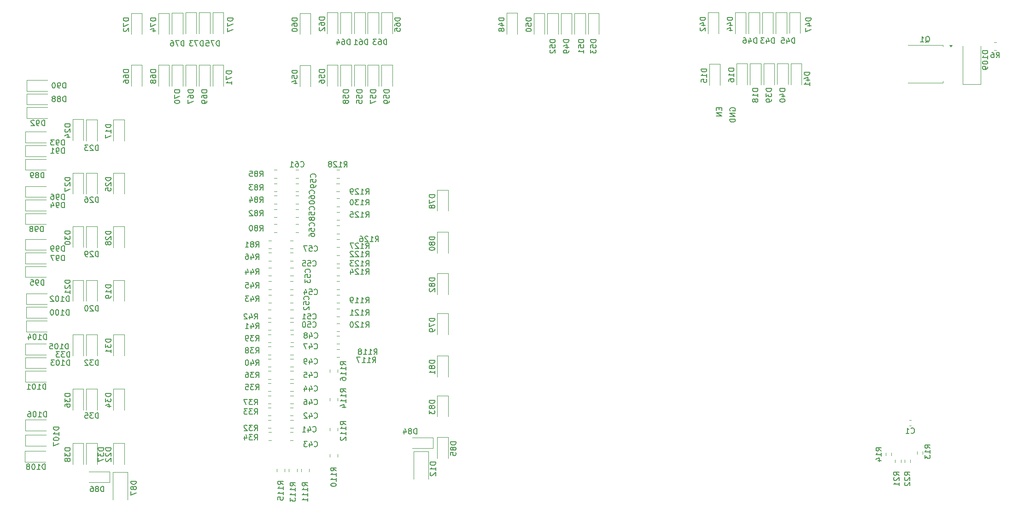
<source format=gbr>
%TF.GenerationSoftware,KiCad,Pcbnew,8.0.5*%
%TF.CreationDate,2024-12-09T22:48:52-08:00*%
%TF.ProjectId,MRIRobot_PCB,4d524952-6f62-46f7-945f-5043422e6b69,rev?*%
%TF.SameCoordinates,Original*%
%TF.FileFunction,Legend,Bot*%
%TF.FilePolarity,Positive*%
%FSLAX46Y46*%
G04 Gerber Fmt 4.6, Leading zero omitted, Abs format (unit mm)*
G04 Created by KiCad (PCBNEW 8.0.5) date 2024-12-09 22:48:52*
%MOMM*%
%LPD*%
G01*
G04 APERTURE LIST*
%ADD10C,0.150000*%
%ADD11C,0.120000*%
G04 APERTURE END LIST*
D10*
X174592438Y-90110588D02*
X174544819Y-90015350D01*
X174544819Y-90015350D02*
X174544819Y-89872493D01*
X174544819Y-89872493D02*
X174592438Y-89729636D01*
X174592438Y-89729636D02*
X174687676Y-89634398D01*
X174687676Y-89634398D02*
X174782914Y-89586779D01*
X174782914Y-89586779D02*
X174973390Y-89539160D01*
X174973390Y-89539160D02*
X175116247Y-89539160D01*
X175116247Y-89539160D02*
X175306723Y-89586779D01*
X175306723Y-89586779D02*
X175401961Y-89634398D01*
X175401961Y-89634398D02*
X175497200Y-89729636D01*
X175497200Y-89729636D02*
X175544819Y-89872493D01*
X175544819Y-89872493D02*
X175544819Y-89967731D01*
X175544819Y-89967731D02*
X175497200Y-90110588D01*
X175497200Y-90110588D02*
X175449580Y-90158207D01*
X175449580Y-90158207D02*
X175116247Y-90158207D01*
X175116247Y-90158207D02*
X175116247Y-89967731D01*
X175544819Y-90586779D02*
X174544819Y-90586779D01*
X174544819Y-90586779D02*
X175544819Y-91158207D01*
X175544819Y-91158207D02*
X174544819Y-91158207D01*
X175544819Y-91634398D02*
X174544819Y-91634398D01*
X174544819Y-91634398D02*
X174544819Y-91872493D01*
X174544819Y-91872493D02*
X174592438Y-92015350D01*
X174592438Y-92015350D02*
X174687676Y-92110588D01*
X174687676Y-92110588D02*
X174782914Y-92158207D01*
X174782914Y-92158207D02*
X174973390Y-92205826D01*
X174973390Y-92205826D02*
X175116247Y-92205826D01*
X175116247Y-92205826D02*
X175306723Y-92158207D01*
X175306723Y-92158207D02*
X175401961Y-92110588D01*
X175401961Y-92110588D02*
X175497200Y-92015350D01*
X175497200Y-92015350D02*
X175544819Y-91872493D01*
X175544819Y-91872493D02*
X175544819Y-91634398D01*
X172521009Y-89586779D02*
X172521009Y-89920112D01*
X173044819Y-90062969D02*
X173044819Y-89586779D01*
X173044819Y-89586779D02*
X172044819Y-89586779D01*
X172044819Y-89586779D02*
X172044819Y-90062969D01*
X173044819Y-90491541D02*
X172044819Y-90491541D01*
X172044819Y-90491541D02*
X173044819Y-91062969D01*
X173044819Y-91062969D02*
X172044819Y-91062969D01*
X60799819Y-152158714D02*
X59799819Y-152158714D01*
X59799819Y-152158714D02*
X59799819Y-152396809D01*
X59799819Y-152396809D02*
X59847438Y-152539666D01*
X59847438Y-152539666D02*
X59942676Y-152634904D01*
X59942676Y-152634904D02*
X60037914Y-152682523D01*
X60037914Y-152682523D02*
X60228390Y-152730142D01*
X60228390Y-152730142D02*
X60371247Y-152730142D01*
X60371247Y-152730142D02*
X60561723Y-152682523D01*
X60561723Y-152682523D02*
X60656961Y-152634904D01*
X60656961Y-152634904D02*
X60752200Y-152539666D01*
X60752200Y-152539666D02*
X60799819Y-152396809D01*
X60799819Y-152396809D02*
X60799819Y-152158714D01*
X59895057Y-153111095D02*
X59847438Y-153158714D01*
X59847438Y-153158714D02*
X59799819Y-153253952D01*
X59799819Y-153253952D02*
X59799819Y-153492047D01*
X59799819Y-153492047D02*
X59847438Y-153587285D01*
X59847438Y-153587285D02*
X59895057Y-153634904D01*
X59895057Y-153634904D02*
X59990295Y-153682523D01*
X59990295Y-153682523D02*
X60085533Y-153682523D01*
X60085533Y-153682523D02*
X60228390Y-153634904D01*
X60228390Y-153634904D02*
X60799819Y-153063476D01*
X60799819Y-153063476D02*
X60799819Y-153682523D01*
X59895057Y-154063476D02*
X59847438Y-154111095D01*
X59847438Y-154111095D02*
X59799819Y-154206333D01*
X59799819Y-154206333D02*
X59799819Y-154444428D01*
X59799819Y-154444428D02*
X59847438Y-154539666D01*
X59847438Y-154539666D02*
X59895057Y-154587285D01*
X59895057Y-154587285D02*
X59990295Y-154634904D01*
X59990295Y-154634904D02*
X60085533Y-154634904D01*
X60085533Y-154634904D02*
X60228390Y-154587285D01*
X60228390Y-154587285D02*
X60799819Y-154015857D01*
X60799819Y-154015857D02*
X60799819Y-154634904D01*
X52214285Y-106454819D02*
X52214285Y-105454819D01*
X52214285Y-105454819D02*
X51976190Y-105454819D01*
X51976190Y-105454819D02*
X51833333Y-105502438D01*
X51833333Y-105502438D02*
X51738095Y-105597676D01*
X51738095Y-105597676D02*
X51690476Y-105692914D01*
X51690476Y-105692914D02*
X51642857Y-105883390D01*
X51642857Y-105883390D02*
X51642857Y-106026247D01*
X51642857Y-106026247D02*
X51690476Y-106216723D01*
X51690476Y-106216723D02*
X51738095Y-106311961D01*
X51738095Y-106311961D02*
X51833333Y-106407200D01*
X51833333Y-106407200D02*
X51976190Y-106454819D01*
X51976190Y-106454819D02*
X52214285Y-106454819D01*
X51166666Y-106454819D02*
X50976190Y-106454819D01*
X50976190Y-106454819D02*
X50880952Y-106407200D01*
X50880952Y-106407200D02*
X50833333Y-106359580D01*
X50833333Y-106359580D02*
X50738095Y-106216723D01*
X50738095Y-106216723D02*
X50690476Y-106026247D01*
X50690476Y-106026247D02*
X50690476Y-105645295D01*
X50690476Y-105645295D02*
X50738095Y-105550057D01*
X50738095Y-105550057D02*
X50785714Y-105502438D01*
X50785714Y-105502438D02*
X50880952Y-105454819D01*
X50880952Y-105454819D02*
X51071428Y-105454819D01*
X51071428Y-105454819D02*
X51166666Y-105502438D01*
X51166666Y-105502438D02*
X51214285Y-105550057D01*
X51214285Y-105550057D02*
X51261904Y-105645295D01*
X51261904Y-105645295D02*
X51261904Y-105883390D01*
X51261904Y-105883390D02*
X51214285Y-105978628D01*
X51214285Y-105978628D02*
X51166666Y-106026247D01*
X51166666Y-106026247D02*
X51071428Y-106073866D01*
X51071428Y-106073866D02*
X50880952Y-106073866D01*
X50880952Y-106073866D02*
X50785714Y-106026247D01*
X50785714Y-106026247D02*
X50738095Y-105978628D01*
X50738095Y-105978628D02*
X50690476Y-105883390D01*
X49833333Y-105454819D02*
X50023809Y-105454819D01*
X50023809Y-105454819D02*
X50119047Y-105502438D01*
X50119047Y-105502438D02*
X50166666Y-105550057D01*
X50166666Y-105550057D02*
X50261904Y-105692914D01*
X50261904Y-105692914D02*
X50309523Y-105883390D01*
X50309523Y-105883390D02*
X50309523Y-106264342D01*
X50309523Y-106264342D02*
X50261904Y-106359580D01*
X50261904Y-106359580D02*
X50214285Y-106407200D01*
X50214285Y-106407200D02*
X50119047Y-106454819D01*
X50119047Y-106454819D02*
X49928571Y-106454819D01*
X49928571Y-106454819D02*
X49833333Y-106407200D01*
X49833333Y-106407200D02*
X49785714Y-106359580D01*
X49785714Y-106359580D02*
X49738095Y-106264342D01*
X49738095Y-106264342D02*
X49738095Y-106026247D01*
X49738095Y-106026247D02*
X49785714Y-105931009D01*
X49785714Y-105931009D02*
X49833333Y-105883390D01*
X49833333Y-105883390D02*
X49928571Y-105835771D01*
X49928571Y-105835771D02*
X50119047Y-105835771D01*
X50119047Y-105835771D02*
X50214285Y-105883390D01*
X50214285Y-105883390D02*
X50261904Y-105931009D01*
X50261904Y-105931009D02*
X50309523Y-106026247D01*
X149954819Y-77035714D02*
X148954819Y-77035714D01*
X148954819Y-77035714D02*
X148954819Y-77273809D01*
X148954819Y-77273809D02*
X149002438Y-77416666D01*
X149002438Y-77416666D02*
X149097676Y-77511904D01*
X149097676Y-77511904D02*
X149192914Y-77559523D01*
X149192914Y-77559523D02*
X149383390Y-77607142D01*
X149383390Y-77607142D02*
X149526247Y-77607142D01*
X149526247Y-77607142D02*
X149716723Y-77559523D01*
X149716723Y-77559523D02*
X149811961Y-77511904D01*
X149811961Y-77511904D02*
X149907200Y-77416666D01*
X149907200Y-77416666D02*
X149954819Y-77273809D01*
X149954819Y-77273809D02*
X149954819Y-77035714D01*
X148954819Y-78511904D02*
X148954819Y-78035714D01*
X148954819Y-78035714D02*
X149431009Y-77988095D01*
X149431009Y-77988095D02*
X149383390Y-78035714D01*
X149383390Y-78035714D02*
X149335771Y-78130952D01*
X149335771Y-78130952D02*
X149335771Y-78369047D01*
X149335771Y-78369047D02*
X149383390Y-78464285D01*
X149383390Y-78464285D02*
X149431009Y-78511904D01*
X149431009Y-78511904D02*
X149526247Y-78559523D01*
X149526247Y-78559523D02*
X149764342Y-78559523D01*
X149764342Y-78559523D02*
X149859580Y-78511904D01*
X149859580Y-78511904D02*
X149907200Y-78464285D01*
X149907200Y-78464285D02*
X149954819Y-78369047D01*
X149954819Y-78369047D02*
X149954819Y-78130952D01*
X149954819Y-78130952D02*
X149907200Y-78035714D01*
X149907200Y-78035714D02*
X149859580Y-77988095D01*
X148954819Y-78892857D02*
X148954819Y-79511904D01*
X148954819Y-79511904D02*
X149335771Y-79178571D01*
X149335771Y-79178571D02*
X149335771Y-79321428D01*
X149335771Y-79321428D02*
X149383390Y-79416666D01*
X149383390Y-79416666D02*
X149431009Y-79464285D01*
X149431009Y-79464285D02*
X149526247Y-79511904D01*
X149526247Y-79511904D02*
X149764342Y-79511904D01*
X149764342Y-79511904D02*
X149859580Y-79464285D01*
X149859580Y-79464285D02*
X149907200Y-79416666D01*
X149907200Y-79416666D02*
X149954819Y-79321428D01*
X149954819Y-79321428D02*
X149954819Y-79035714D01*
X149954819Y-79035714D02*
X149907200Y-78940476D01*
X149907200Y-78940476D02*
X149859580Y-78892857D01*
X87392857Y-141454819D02*
X87726190Y-140978628D01*
X87964285Y-141454819D02*
X87964285Y-140454819D01*
X87964285Y-140454819D02*
X87583333Y-140454819D01*
X87583333Y-140454819D02*
X87488095Y-140502438D01*
X87488095Y-140502438D02*
X87440476Y-140550057D01*
X87440476Y-140550057D02*
X87392857Y-140645295D01*
X87392857Y-140645295D02*
X87392857Y-140788152D01*
X87392857Y-140788152D02*
X87440476Y-140883390D01*
X87440476Y-140883390D02*
X87488095Y-140931009D01*
X87488095Y-140931009D02*
X87583333Y-140978628D01*
X87583333Y-140978628D02*
X87964285Y-140978628D01*
X87059523Y-140454819D02*
X86440476Y-140454819D01*
X86440476Y-140454819D02*
X86773809Y-140835771D01*
X86773809Y-140835771D02*
X86630952Y-140835771D01*
X86630952Y-140835771D02*
X86535714Y-140883390D01*
X86535714Y-140883390D02*
X86488095Y-140931009D01*
X86488095Y-140931009D02*
X86440476Y-141026247D01*
X86440476Y-141026247D02*
X86440476Y-141264342D01*
X86440476Y-141264342D02*
X86488095Y-141359580D01*
X86488095Y-141359580D02*
X86535714Y-141407200D01*
X86535714Y-141407200D02*
X86630952Y-141454819D01*
X86630952Y-141454819D02*
X86916666Y-141454819D01*
X86916666Y-141454819D02*
X87011904Y-141407200D01*
X87011904Y-141407200D02*
X87059523Y-141359580D01*
X85535714Y-140454819D02*
X86011904Y-140454819D01*
X86011904Y-140454819D02*
X86059523Y-140931009D01*
X86059523Y-140931009D02*
X86011904Y-140883390D01*
X86011904Y-140883390D02*
X85916666Y-140835771D01*
X85916666Y-140835771D02*
X85678571Y-140835771D01*
X85678571Y-140835771D02*
X85583333Y-140883390D01*
X85583333Y-140883390D02*
X85535714Y-140931009D01*
X85535714Y-140931009D02*
X85488095Y-141026247D01*
X85488095Y-141026247D02*
X85488095Y-141264342D01*
X85488095Y-141264342D02*
X85535714Y-141359580D01*
X85535714Y-141359580D02*
X85583333Y-141407200D01*
X85583333Y-141407200D02*
X85678571Y-141454819D01*
X85678571Y-141454819D02*
X85916666Y-141454819D01*
X85916666Y-141454819D02*
X86011904Y-141407200D01*
X86011904Y-141407200D02*
X86059523Y-141359580D01*
X53090475Y-125204819D02*
X53090475Y-124204819D01*
X53090475Y-124204819D02*
X52852380Y-124204819D01*
X52852380Y-124204819D02*
X52709523Y-124252438D01*
X52709523Y-124252438D02*
X52614285Y-124347676D01*
X52614285Y-124347676D02*
X52566666Y-124442914D01*
X52566666Y-124442914D02*
X52519047Y-124633390D01*
X52519047Y-124633390D02*
X52519047Y-124776247D01*
X52519047Y-124776247D02*
X52566666Y-124966723D01*
X52566666Y-124966723D02*
X52614285Y-125061961D01*
X52614285Y-125061961D02*
X52709523Y-125157200D01*
X52709523Y-125157200D02*
X52852380Y-125204819D01*
X52852380Y-125204819D02*
X53090475Y-125204819D01*
X51566666Y-125204819D02*
X52138094Y-125204819D01*
X51852380Y-125204819D02*
X51852380Y-124204819D01*
X51852380Y-124204819D02*
X51947618Y-124347676D01*
X51947618Y-124347676D02*
X52042856Y-124442914D01*
X52042856Y-124442914D02*
X52138094Y-124490533D01*
X50947618Y-124204819D02*
X50852380Y-124204819D01*
X50852380Y-124204819D02*
X50757142Y-124252438D01*
X50757142Y-124252438D02*
X50709523Y-124300057D01*
X50709523Y-124300057D02*
X50661904Y-124395295D01*
X50661904Y-124395295D02*
X50614285Y-124585771D01*
X50614285Y-124585771D02*
X50614285Y-124823866D01*
X50614285Y-124823866D02*
X50661904Y-125014342D01*
X50661904Y-125014342D02*
X50709523Y-125109580D01*
X50709523Y-125109580D02*
X50757142Y-125157200D01*
X50757142Y-125157200D02*
X50852380Y-125204819D01*
X50852380Y-125204819D02*
X50947618Y-125204819D01*
X50947618Y-125204819D02*
X51042856Y-125157200D01*
X51042856Y-125157200D02*
X51090475Y-125109580D01*
X51090475Y-125109580D02*
X51138094Y-125014342D01*
X51138094Y-125014342D02*
X51185713Y-124823866D01*
X51185713Y-124823866D02*
X51185713Y-124585771D01*
X51185713Y-124585771D02*
X51138094Y-124395295D01*
X51138094Y-124395295D02*
X51090475Y-124300057D01*
X51090475Y-124300057D02*
X51042856Y-124252438D01*
X51042856Y-124252438D02*
X50947618Y-124204819D01*
X50233332Y-124300057D02*
X50185713Y-124252438D01*
X50185713Y-124252438D02*
X50090475Y-124204819D01*
X50090475Y-124204819D02*
X49852380Y-124204819D01*
X49852380Y-124204819D02*
X49757142Y-124252438D01*
X49757142Y-124252438D02*
X49709523Y-124300057D01*
X49709523Y-124300057D02*
X49661904Y-124395295D01*
X49661904Y-124395295D02*
X49661904Y-124490533D01*
X49661904Y-124490533D02*
X49709523Y-124633390D01*
X49709523Y-124633390D02*
X50280951Y-125204819D01*
X50280951Y-125204819D02*
X49661904Y-125204819D01*
X73454819Y-86285714D02*
X72454819Y-86285714D01*
X72454819Y-86285714D02*
X72454819Y-86523809D01*
X72454819Y-86523809D02*
X72502438Y-86666666D01*
X72502438Y-86666666D02*
X72597676Y-86761904D01*
X72597676Y-86761904D02*
X72692914Y-86809523D01*
X72692914Y-86809523D02*
X72883390Y-86857142D01*
X72883390Y-86857142D02*
X73026247Y-86857142D01*
X73026247Y-86857142D02*
X73216723Y-86809523D01*
X73216723Y-86809523D02*
X73311961Y-86761904D01*
X73311961Y-86761904D02*
X73407200Y-86666666D01*
X73407200Y-86666666D02*
X73454819Y-86523809D01*
X73454819Y-86523809D02*
X73454819Y-86285714D01*
X72454819Y-87190476D02*
X72454819Y-87857142D01*
X72454819Y-87857142D02*
X73454819Y-87428571D01*
X72454819Y-88428571D02*
X72454819Y-88523809D01*
X72454819Y-88523809D02*
X72502438Y-88619047D01*
X72502438Y-88619047D02*
X72550057Y-88666666D01*
X72550057Y-88666666D02*
X72645295Y-88714285D01*
X72645295Y-88714285D02*
X72835771Y-88761904D01*
X72835771Y-88761904D02*
X73073866Y-88761904D01*
X73073866Y-88761904D02*
X73264342Y-88714285D01*
X73264342Y-88714285D02*
X73359580Y-88666666D01*
X73359580Y-88666666D02*
X73407200Y-88619047D01*
X73407200Y-88619047D02*
X73454819Y-88523809D01*
X73454819Y-88523809D02*
X73454819Y-88428571D01*
X73454819Y-88428571D02*
X73407200Y-88333333D01*
X73407200Y-88333333D02*
X73359580Y-88285714D01*
X73359580Y-88285714D02*
X73264342Y-88238095D01*
X73264342Y-88238095D02*
X73073866Y-88190476D01*
X73073866Y-88190476D02*
X72835771Y-88190476D01*
X72835771Y-88190476D02*
X72645295Y-88238095D01*
X72645295Y-88238095D02*
X72550057Y-88285714D01*
X72550057Y-88285714D02*
X72502438Y-88333333D01*
X72502438Y-88333333D02*
X72454819Y-88428571D01*
X74214285Y-78204819D02*
X74214285Y-77204819D01*
X74214285Y-77204819D02*
X73976190Y-77204819D01*
X73976190Y-77204819D02*
X73833333Y-77252438D01*
X73833333Y-77252438D02*
X73738095Y-77347676D01*
X73738095Y-77347676D02*
X73690476Y-77442914D01*
X73690476Y-77442914D02*
X73642857Y-77633390D01*
X73642857Y-77633390D02*
X73642857Y-77776247D01*
X73642857Y-77776247D02*
X73690476Y-77966723D01*
X73690476Y-77966723D02*
X73738095Y-78061961D01*
X73738095Y-78061961D02*
X73833333Y-78157200D01*
X73833333Y-78157200D02*
X73976190Y-78204819D01*
X73976190Y-78204819D02*
X74214285Y-78204819D01*
X73309523Y-77204819D02*
X72642857Y-77204819D01*
X72642857Y-77204819D02*
X73071428Y-78204819D01*
X71833333Y-77204819D02*
X72023809Y-77204819D01*
X72023809Y-77204819D02*
X72119047Y-77252438D01*
X72119047Y-77252438D02*
X72166666Y-77300057D01*
X72166666Y-77300057D02*
X72261904Y-77442914D01*
X72261904Y-77442914D02*
X72309523Y-77633390D01*
X72309523Y-77633390D02*
X72309523Y-78014342D01*
X72309523Y-78014342D02*
X72261904Y-78109580D01*
X72261904Y-78109580D02*
X72214285Y-78157200D01*
X72214285Y-78157200D02*
X72119047Y-78204819D01*
X72119047Y-78204819D02*
X71928571Y-78204819D01*
X71928571Y-78204819D02*
X71833333Y-78157200D01*
X71833333Y-78157200D02*
X71785714Y-78109580D01*
X71785714Y-78109580D02*
X71738095Y-78014342D01*
X71738095Y-78014342D02*
X71738095Y-77776247D01*
X71738095Y-77776247D02*
X71785714Y-77681009D01*
X71785714Y-77681009D02*
X71833333Y-77633390D01*
X71833333Y-77633390D02*
X71928571Y-77585771D01*
X71928571Y-77585771D02*
X72119047Y-77585771D01*
X72119047Y-77585771D02*
X72214285Y-77633390D01*
X72214285Y-77633390D02*
X72261904Y-77681009D01*
X72261904Y-77681009D02*
X72309523Y-77776247D01*
X53299819Y-152158714D02*
X52299819Y-152158714D01*
X52299819Y-152158714D02*
X52299819Y-152396809D01*
X52299819Y-152396809D02*
X52347438Y-152539666D01*
X52347438Y-152539666D02*
X52442676Y-152634904D01*
X52442676Y-152634904D02*
X52537914Y-152682523D01*
X52537914Y-152682523D02*
X52728390Y-152730142D01*
X52728390Y-152730142D02*
X52871247Y-152730142D01*
X52871247Y-152730142D02*
X53061723Y-152682523D01*
X53061723Y-152682523D02*
X53156961Y-152634904D01*
X53156961Y-152634904D02*
X53252200Y-152539666D01*
X53252200Y-152539666D02*
X53299819Y-152396809D01*
X53299819Y-152396809D02*
X53299819Y-152158714D01*
X52299819Y-153063476D02*
X52299819Y-153682523D01*
X52299819Y-153682523D02*
X52680771Y-153349190D01*
X52680771Y-153349190D02*
X52680771Y-153492047D01*
X52680771Y-153492047D02*
X52728390Y-153587285D01*
X52728390Y-153587285D02*
X52776009Y-153634904D01*
X52776009Y-153634904D02*
X52871247Y-153682523D01*
X52871247Y-153682523D02*
X53109342Y-153682523D01*
X53109342Y-153682523D02*
X53204580Y-153634904D01*
X53204580Y-153634904D02*
X53252200Y-153587285D01*
X53252200Y-153587285D02*
X53299819Y-153492047D01*
X53299819Y-153492047D02*
X53299819Y-153206333D01*
X53299819Y-153206333D02*
X53252200Y-153111095D01*
X53252200Y-153111095D02*
X53204580Y-153063476D01*
X52728390Y-154253952D02*
X52680771Y-154158714D01*
X52680771Y-154158714D02*
X52633152Y-154111095D01*
X52633152Y-154111095D02*
X52537914Y-154063476D01*
X52537914Y-154063476D02*
X52490295Y-154063476D01*
X52490295Y-154063476D02*
X52395057Y-154111095D01*
X52395057Y-154111095D02*
X52347438Y-154158714D01*
X52347438Y-154158714D02*
X52299819Y-154253952D01*
X52299819Y-154253952D02*
X52299819Y-154444428D01*
X52299819Y-154444428D02*
X52347438Y-154539666D01*
X52347438Y-154539666D02*
X52395057Y-154587285D01*
X52395057Y-154587285D02*
X52490295Y-154634904D01*
X52490295Y-154634904D02*
X52537914Y-154634904D01*
X52537914Y-154634904D02*
X52633152Y-154587285D01*
X52633152Y-154587285D02*
X52680771Y-154539666D01*
X52680771Y-154539666D02*
X52728390Y-154444428D01*
X52728390Y-154444428D02*
X52728390Y-154253952D01*
X52728390Y-154253952D02*
X52776009Y-154158714D01*
X52776009Y-154158714D02*
X52823628Y-154111095D01*
X52823628Y-154111095D02*
X52918866Y-154063476D01*
X52918866Y-154063476D02*
X53109342Y-154063476D01*
X53109342Y-154063476D02*
X53204580Y-154111095D01*
X53204580Y-154111095D02*
X53252200Y-154158714D01*
X53252200Y-154158714D02*
X53299819Y-154253952D01*
X53299819Y-154253952D02*
X53299819Y-154444428D01*
X53299819Y-154444428D02*
X53252200Y-154539666D01*
X53252200Y-154539666D02*
X53204580Y-154587285D01*
X53204580Y-154587285D02*
X53109342Y-154634904D01*
X53109342Y-154634904D02*
X52918866Y-154634904D01*
X52918866Y-154634904D02*
X52823628Y-154587285D01*
X52823628Y-154587285D02*
X52776009Y-154539666D01*
X52776009Y-154539666D02*
X52728390Y-154444428D01*
X103619047Y-100454819D02*
X103952380Y-99978628D01*
X104190475Y-100454819D02*
X104190475Y-99454819D01*
X104190475Y-99454819D02*
X103809523Y-99454819D01*
X103809523Y-99454819D02*
X103714285Y-99502438D01*
X103714285Y-99502438D02*
X103666666Y-99550057D01*
X103666666Y-99550057D02*
X103619047Y-99645295D01*
X103619047Y-99645295D02*
X103619047Y-99788152D01*
X103619047Y-99788152D02*
X103666666Y-99883390D01*
X103666666Y-99883390D02*
X103714285Y-99931009D01*
X103714285Y-99931009D02*
X103809523Y-99978628D01*
X103809523Y-99978628D02*
X104190475Y-99978628D01*
X102666666Y-100454819D02*
X103238094Y-100454819D01*
X102952380Y-100454819D02*
X102952380Y-99454819D01*
X102952380Y-99454819D02*
X103047618Y-99597676D01*
X103047618Y-99597676D02*
X103142856Y-99692914D01*
X103142856Y-99692914D02*
X103238094Y-99740533D01*
X102285713Y-99550057D02*
X102238094Y-99502438D01*
X102238094Y-99502438D02*
X102142856Y-99454819D01*
X102142856Y-99454819D02*
X101904761Y-99454819D01*
X101904761Y-99454819D02*
X101809523Y-99502438D01*
X101809523Y-99502438D02*
X101761904Y-99550057D01*
X101761904Y-99550057D02*
X101714285Y-99645295D01*
X101714285Y-99645295D02*
X101714285Y-99740533D01*
X101714285Y-99740533D02*
X101761904Y-99883390D01*
X101761904Y-99883390D02*
X102333332Y-100454819D01*
X102333332Y-100454819D02*
X101714285Y-100454819D01*
X101142856Y-99883390D02*
X101238094Y-99835771D01*
X101238094Y-99835771D02*
X101285713Y-99788152D01*
X101285713Y-99788152D02*
X101333332Y-99692914D01*
X101333332Y-99692914D02*
X101333332Y-99645295D01*
X101333332Y-99645295D02*
X101285713Y-99550057D01*
X101285713Y-99550057D02*
X101238094Y-99502438D01*
X101238094Y-99502438D02*
X101142856Y-99454819D01*
X101142856Y-99454819D02*
X100952380Y-99454819D01*
X100952380Y-99454819D02*
X100857142Y-99502438D01*
X100857142Y-99502438D02*
X100809523Y-99550057D01*
X100809523Y-99550057D02*
X100761904Y-99645295D01*
X100761904Y-99645295D02*
X100761904Y-99692914D01*
X100761904Y-99692914D02*
X100809523Y-99788152D01*
X100809523Y-99788152D02*
X100857142Y-99835771D01*
X100857142Y-99835771D02*
X100952380Y-99883390D01*
X100952380Y-99883390D02*
X101142856Y-99883390D01*
X101142856Y-99883390D02*
X101238094Y-99931009D01*
X101238094Y-99931009D02*
X101285713Y-99978628D01*
X101285713Y-99978628D02*
X101333332Y-100073866D01*
X101333332Y-100073866D02*
X101333332Y-100264342D01*
X101333332Y-100264342D02*
X101285713Y-100359580D01*
X101285713Y-100359580D02*
X101238094Y-100407200D01*
X101238094Y-100407200D02*
X101142856Y-100454819D01*
X101142856Y-100454819D02*
X100952380Y-100454819D01*
X100952380Y-100454819D02*
X100857142Y-100407200D01*
X100857142Y-100407200D02*
X100809523Y-100359580D01*
X100809523Y-100359580D02*
X100761904Y-100264342D01*
X100761904Y-100264342D02*
X100761904Y-100073866D01*
X100761904Y-100073866D02*
X100809523Y-99978628D01*
X100809523Y-99978628D02*
X100857142Y-99931009D01*
X100857142Y-99931009D02*
X100952380Y-99883390D01*
X87392857Y-125204819D02*
X87726190Y-124728628D01*
X87964285Y-125204819D02*
X87964285Y-124204819D01*
X87964285Y-124204819D02*
X87583333Y-124204819D01*
X87583333Y-124204819D02*
X87488095Y-124252438D01*
X87488095Y-124252438D02*
X87440476Y-124300057D01*
X87440476Y-124300057D02*
X87392857Y-124395295D01*
X87392857Y-124395295D02*
X87392857Y-124538152D01*
X87392857Y-124538152D02*
X87440476Y-124633390D01*
X87440476Y-124633390D02*
X87488095Y-124681009D01*
X87488095Y-124681009D02*
X87583333Y-124728628D01*
X87583333Y-124728628D02*
X87964285Y-124728628D01*
X86535714Y-124538152D02*
X86535714Y-125204819D01*
X86773809Y-124157200D02*
X87011904Y-124871485D01*
X87011904Y-124871485D02*
X86392857Y-124871485D01*
X86107142Y-124204819D02*
X85488095Y-124204819D01*
X85488095Y-124204819D02*
X85821428Y-124585771D01*
X85821428Y-124585771D02*
X85678571Y-124585771D01*
X85678571Y-124585771D02*
X85583333Y-124633390D01*
X85583333Y-124633390D02*
X85535714Y-124681009D01*
X85535714Y-124681009D02*
X85488095Y-124776247D01*
X85488095Y-124776247D02*
X85488095Y-125014342D01*
X85488095Y-125014342D02*
X85535714Y-125109580D01*
X85535714Y-125109580D02*
X85583333Y-125157200D01*
X85583333Y-125157200D02*
X85678571Y-125204819D01*
X85678571Y-125204819D02*
X85964285Y-125204819D01*
X85964285Y-125204819D02*
X86059523Y-125157200D01*
X86059523Y-125157200D02*
X86107142Y-125109580D01*
X64049819Y-73058714D02*
X63049819Y-73058714D01*
X63049819Y-73058714D02*
X63049819Y-73296809D01*
X63049819Y-73296809D02*
X63097438Y-73439666D01*
X63097438Y-73439666D02*
X63192676Y-73534904D01*
X63192676Y-73534904D02*
X63287914Y-73582523D01*
X63287914Y-73582523D02*
X63478390Y-73630142D01*
X63478390Y-73630142D02*
X63621247Y-73630142D01*
X63621247Y-73630142D02*
X63811723Y-73582523D01*
X63811723Y-73582523D02*
X63906961Y-73534904D01*
X63906961Y-73534904D02*
X64002200Y-73439666D01*
X64002200Y-73439666D02*
X64049819Y-73296809D01*
X64049819Y-73296809D02*
X64049819Y-73058714D01*
X63049819Y-73963476D02*
X63049819Y-74630142D01*
X63049819Y-74630142D02*
X64049819Y-74201571D01*
X63145057Y-74963476D02*
X63097438Y-75011095D01*
X63097438Y-75011095D02*
X63049819Y-75106333D01*
X63049819Y-75106333D02*
X63049819Y-75344428D01*
X63049819Y-75344428D02*
X63097438Y-75439666D01*
X63097438Y-75439666D02*
X63145057Y-75487285D01*
X63145057Y-75487285D02*
X63240295Y-75534904D01*
X63240295Y-75534904D02*
X63335533Y-75534904D01*
X63335533Y-75534904D02*
X63478390Y-75487285D01*
X63478390Y-75487285D02*
X64049819Y-74915857D01*
X64049819Y-74915857D02*
X64049819Y-75534904D01*
X189204819Y-83035714D02*
X188204819Y-83035714D01*
X188204819Y-83035714D02*
X188204819Y-83273809D01*
X188204819Y-83273809D02*
X188252438Y-83416666D01*
X188252438Y-83416666D02*
X188347676Y-83511904D01*
X188347676Y-83511904D02*
X188442914Y-83559523D01*
X188442914Y-83559523D02*
X188633390Y-83607142D01*
X188633390Y-83607142D02*
X188776247Y-83607142D01*
X188776247Y-83607142D02*
X188966723Y-83559523D01*
X188966723Y-83559523D02*
X189061961Y-83511904D01*
X189061961Y-83511904D02*
X189157200Y-83416666D01*
X189157200Y-83416666D02*
X189204819Y-83273809D01*
X189204819Y-83273809D02*
X189204819Y-83035714D01*
X188538152Y-84464285D02*
X189204819Y-84464285D01*
X188157200Y-84226190D02*
X188871485Y-83988095D01*
X188871485Y-83988095D02*
X188871485Y-84607142D01*
X189204819Y-85511904D02*
X189204819Y-84940476D01*
X189204819Y-85226190D02*
X188204819Y-85226190D01*
X188204819Y-85226190D02*
X188347676Y-85130952D01*
X188347676Y-85130952D02*
X188442914Y-85035714D01*
X188442914Y-85035714D02*
X188490533Y-84940476D01*
X124204819Y-151058714D02*
X123204819Y-151058714D01*
X123204819Y-151058714D02*
X123204819Y-151296809D01*
X123204819Y-151296809D02*
X123252438Y-151439666D01*
X123252438Y-151439666D02*
X123347676Y-151534904D01*
X123347676Y-151534904D02*
X123442914Y-151582523D01*
X123442914Y-151582523D02*
X123633390Y-151630142D01*
X123633390Y-151630142D02*
X123776247Y-151630142D01*
X123776247Y-151630142D02*
X123966723Y-151582523D01*
X123966723Y-151582523D02*
X124061961Y-151534904D01*
X124061961Y-151534904D02*
X124157200Y-151439666D01*
X124157200Y-151439666D02*
X124204819Y-151296809D01*
X124204819Y-151296809D02*
X124204819Y-151058714D01*
X123633390Y-152201571D02*
X123585771Y-152106333D01*
X123585771Y-152106333D02*
X123538152Y-152058714D01*
X123538152Y-152058714D02*
X123442914Y-152011095D01*
X123442914Y-152011095D02*
X123395295Y-152011095D01*
X123395295Y-152011095D02*
X123300057Y-152058714D01*
X123300057Y-152058714D02*
X123252438Y-152106333D01*
X123252438Y-152106333D02*
X123204819Y-152201571D01*
X123204819Y-152201571D02*
X123204819Y-152392047D01*
X123204819Y-152392047D02*
X123252438Y-152487285D01*
X123252438Y-152487285D02*
X123300057Y-152534904D01*
X123300057Y-152534904D02*
X123395295Y-152582523D01*
X123395295Y-152582523D02*
X123442914Y-152582523D01*
X123442914Y-152582523D02*
X123538152Y-152534904D01*
X123538152Y-152534904D02*
X123585771Y-152487285D01*
X123585771Y-152487285D02*
X123633390Y-152392047D01*
X123633390Y-152392047D02*
X123633390Y-152201571D01*
X123633390Y-152201571D02*
X123681009Y-152106333D01*
X123681009Y-152106333D02*
X123728628Y-152058714D01*
X123728628Y-152058714D02*
X123823866Y-152011095D01*
X123823866Y-152011095D02*
X124014342Y-152011095D01*
X124014342Y-152011095D02*
X124109580Y-152058714D01*
X124109580Y-152058714D02*
X124157200Y-152106333D01*
X124157200Y-152106333D02*
X124204819Y-152201571D01*
X124204819Y-152201571D02*
X124204819Y-152392047D01*
X124204819Y-152392047D02*
X124157200Y-152487285D01*
X124157200Y-152487285D02*
X124109580Y-152534904D01*
X124109580Y-152534904D02*
X124014342Y-152582523D01*
X124014342Y-152582523D02*
X123823866Y-152582523D01*
X123823866Y-152582523D02*
X123728628Y-152534904D01*
X123728628Y-152534904D02*
X123681009Y-152487285D01*
X123681009Y-152487285D02*
X123633390Y-152392047D01*
X123204819Y-153487285D02*
X123204819Y-153011095D01*
X123204819Y-153011095D02*
X123681009Y-152963476D01*
X123681009Y-152963476D02*
X123633390Y-153011095D01*
X123633390Y-153011095D02*
X123585771Y-153106333D01*
X123585771Y-153106333D02*
X123585771Y-153344428D01*
X123585771Y-153344428D02*
X123633390Y-153439666D01*
X123633390Y-153439666D02*
X123681009Y-153487285D01*
X123681009Y-153487285D02*
X123776247Y-153534904D01*
X123776247Y-153534904D02*
X124014342Y-153534904D01*
X124014342Y-153534904D02*
X124109580Y-153487285D01*
X124109580Y-153487285D02*
X124157200Y-153439666D01*
X124157200Y-153439666D02*
X124204819Y-153344428D01*
X124204819Y-153344428D02*
X124204819Y-153106333D01*
X124204819Y-153106333D02*
X124157200Y-153011095D01*
X124157200Y-153011095D02*
X124109580Y-152963476D01*
X52940475Y-133954819D02*
X52940475Y-132954819D01*
X52940475Y-132954819D02*
X52702380Y-132954819D01*
X52702380Y-132954819D02*
X52559523Y-133002438D01*
X52559523Y-133002438D02*
X52464285Y-133097676D01*
X52464285Y-133097676D02*
X52416666Y-133192914D01*
X52416666Y-133192914D02*
X52369047Y-133383390D01*
X52369047Y-133383390D02*
X52369047Y-133526247D01*
X52369047Y-133526247D02*
X52416666Y-133716723D01*
X52416666Y-133716723D02*
X52464285Y-133811961D01*
X52464285Y-133811961D02*
X52559523Y-133907200D01*
X52559523Y-133907200D02*
X52702380Y-133954819D01*
X52702380Y-133954819D02*
X52940475Y-133954819D01*
X51416666Y-133954819D02*
X51988094Y-133954819D01*
X51702380Y-133954819D02*
X51702380Y-132954819D01*
X51702380Y-132954819D02*
X51797618Y-133097676D01*
X51797618Y-133097676D02*
X51892856Y-133192914D01*
X51892856Y-133192914D02*
X51988094Y-133240533D01*
X50797618Y-132954819D02*
X50702380Y-132954819D01*
X50702380Y-132954819D02*
X50607142Y-133002438D01*
X50607142Y-133002438D02*
X50559523Y-133050057D01*
X50559523Y-133050057D02*
X50511904Y-133145295D01*
X50511904Y-133145295D02*
X50464285Y-133335771D01*
X50464285Y-133335771D02*
X50464285Y-133573866D01*
X50464285Y-133573866D02*
X50511904Y-133764342D01*
X50511904Y-133764342D02*
X50559523Y-133859580D01*
X50559523Y-133859580D02*
X50607142Y-133907200D01*
X50607142Y-133907200D02*
X50702380Y-133954819D01*
X50702380Y-133954819D02*
X50797618Y-133954819D01*
X50797618Y-133954819D02*
X50892856Y-133907200D01*
X50892856Y-133907200D02*
X50940475Y-133859580D01*
X50940475Y-133859580D02*
X50988094Y-133764342D01*
X50988094Y-133764342D02*
X51035713Y-133573866D01*
X51035713Y-133573866D02*
X51035713Y-133335771D01*
X51035713Y-133335771D02*
X50988094Y-133145295D01*
X50988094Y-133145295D02*
X50940475Y-133050057D01*
X50940475Y-133050057D02*
X50892856Y-133002438D01*
X50892856Y-133002438D02*
X50797618Y-132954819D01*
X49559523Y-132954819D02*
X50035713Y-132954819D01*
X50035713Y-132954819D02*
X50083332Y-133431009D01*
X50083332Y-133431009D02*
X50035713Y-133383390D01*
X50035713Y-133383390D02*
X49940475Y-133335771D01*
X49940475Y-133335771D02*
X49702380Y-133335771D01*
X49702380Y-133335771D02*
X49607142Y-133383390D01*
X49607142Y-133383390D02*
X49559523Y-133431009D01*
X49559523Y-133431009D02*
X49511904Y-133526247D01*
X49511904Y-133526247D02*
X49511904Y-133764342D01*
X49511904Y-133764342D02*
X49559523Y-133859580D01*
X49559523Y-133859580D02*
X49607142Y-133907200D01*
X49607142Y-133907200D02*
X49702380Y-133954819D01*
X49702380Y-133954819D02*
X49940475Y-133954819D01*
X49940475Y-133954819D02*
X50035713Y-133907200D01*
X50035713Y-133907200D02*
X50083332Y-133859580D01*
X186464285Y-77704819D02*
X186464285Y-76704819D01*
X186464285Y-76704819D02*
X186226190Y-76704819D01*
X186226190Y-76704819D02*
X186083333Y-76752438D01*
X186083333Y-76752438D02*
X185988095Y-76847676D01*
X185988095Y-76847676D02*
X185940476Y-76942914D01*
X185940476Y-76942914D02*
X185892857Y-77133390D01*
X185892857Y-77133390D02*
X185892857Y-77276247D01*
X185892857Y-77276247D02*
X185940476Y-77466723D01*
X185940476Y-77466723D02*
X185988095Y-77561961D01*
X185988095Y-77561961D02*
X186083333Y-77657200D01*
X186083333Y-77657200D02*
X186226190Y-77704819D01*
X186226190Y-77704819D02*
X186464285Y-77704819D01*
X185035714Y-77038152D02*
X185035714Y-77704819D01*
X185273809Y-76657200D02*
X185511904Y-77371485D01*
X185511904Y-77371485D02*
X184892857Y-77371485D01*
X184035714Y-76704819D02*
X184511904Y-76704819D01*
X184511904Y-76704819D02*
X184559523Y-77181009D01*
X184559523Y-77181009D02*
X184511904Y-77133390D01*
X184511904Y-77133390D02*
X184416666Y-77085771D01*
X184416666Y-77085771D02*
X184178571Y-77085771D01*
X184178571Y-77085771D02*
X184083333Y-77133390D01*
X184083333Y-77133390D02*
X184035714Y-77181009D01*
X184035714Y-77181009D02*
X183988095Y-77276247D01*
X183988095Y-77276247D02*
X183988095Y-77514342D01*
X183988095Y-77514342D02*
X184035714Y-77609580D01*
X184035714Y-77609580D02*
X184083333Y-77657200D01*
X184083333Y-77657200D02*
X184178571Y-77704819D01*
X184178571Y-77704819D02*
X184416666Y-77704819D01*
X184416666Y-77704819D02*
X184511904Y-77657200D01*
X184511904Y-77657200D02*
X184559523Y-77609580D01*
X107619047Y-118704819D02*
X107952380Y-118228628D01*
X108190475Y-118704819D02*
X108190475Y-117704819D01*
X108190475Y-117704819D02*
X107809523Y-117704819D01*
X107809523Y-117704819D02*
X107714285Y-117752438D01*
X107714285Y-117752438D02*
X107666666Y-117800057D01*
X107666666Y-117800057D02*
X107619047Y-117895295D01*
X107619047Y-117895295D02*
X107619047Y-118038152D01*
X107619047Y-118038152D02*
X107666666Y-118133390D01*
X107666666Y-118133390D02*
X107714285Y-118181009D01*
X107714285Y-118181009D02*
X107809523Y-118228628D01*
X107809523Y-118228628D02*
X108190475Y-118228628D01*
X106666666Y-118704819D02*
X107238094Y-118704819D01*
X106952380Y-118704819D02*
X106952380Y-117704819D01*
X106952380Y-117704819D02*
X107047618Y-117847676D01*
X107047618Y-117847676D02*
X107142856Y-117942914D01*
X107142856Y-117942914D02*
X107238094Y-117990533D01*
X106285713Y-117800057D02*
X106238094Y-117752438D01*
X106238094Y-117752438D02*
X106142856Y-117704819D01*
X106142856Y-117704819D02*
X105904761Y-117704819D01*
X105904761Y-117704819D02*
X105809523Y-117752438D01*
X105809523Y-117752438D02*
X105761904Y-117800057D01*
X105761904Y-117800057D02*
X105714285Y-117895295D01*
X105714285Y-117895295D02*
X105714285Y-117990533D01*
X105714285Y-117990533D02*
X105761904Y-118133390D01*
X105761904Y-118133390D02*
X106333332Y-118704819D01*
X106333332Y-118704819D02*
X105714285Y-118704819D01*
X105380951Y-117704819D02*
X104761904Y-117704819D01*
X104761904Y-117704819D02*
X105095237Y-118085771D01*
X105095237Y-118085771D02*
X104952380Y-118085771D01*
X104952380Y-118085771D02*
X104857142Y-118133390D01*
X104857142Y-118133390D02*
X104809523Y-118181009D01*
X104809523Y-118181009D02*
X104761904Y-118276247D01*
X104761904Y-118276247D02*
X104761904Y-118514342D01*
X104761904Y-118514342D02*
X104809523Y-118609580D01*
X104809523Y-118609580D02*
X104857142Y-118657200D01*
X104857142Y-118657200D02*
X104952380Y-118704819D01*
X104952380Y-118704819D02*
X105238094Y-118704819D01*
X105238094Y-118704819D02*
X105333332Y-118657200D01*
X105333332Y-118657200D02*
X105380951Y-118609580D01*
X98109580Y-111357142D02*
X98157200Y-111309523D01*
X98157200Y-111309523D02*
X98204819Y-111166666D01*
X98204819Y-111166666D02*
X98204819Y-111071428D01*
X98204819Y-111071428D02*
X98157200Y-110928571D01*
X98157200Y-110928571D02*
X98061961Y-110833333D01*
X98061961Y-110833333D02*
X97966723Y-110785714D01*
X97966723Y-110785714D02*
X97776247Y-110738095D01*
X97776247Y-110738095D02*
X97633390Y-110738095D01*
X97633390Y-110738095D02*
X97442914Y-110785714D01*
X97442914Y-110785714D02*
X97347676Y-110833333D01*
X97347676Y-110833333D02*
X97252438Y-110928571D01*
X97252438Y-110928571D02*
X97204819Y-111071428D01*
X97204819Y-111071428D02*
X97204819Y-111166666D01*
X97204819Y-111166666D02*
X97252438Y-111309523D01*
X97252438Y-111309523D02*
X97300057Y-111357142D01*
X97204819Y-112261904D02*
X97204819Y-111785714D01*
X97204819Y-111785714D02*
X97681009Y-111738095D01*
X97681009Y-111738095D02*
X97633390Y-111785714D01*
X97633390Y-111785714D02*
X97585771Y-111880952D01*
X97585771Y-111880952D02*
X97585771Y-112119047D01*
X97585771Y-112119047D02*
X97633390Y-112214285D01*
X97633390Y-112214285D02*
X97681009Y-112261904D01*
X97681009Y-112261904D02*
X97776247Y-112309523D01*
X97776247Y-112309523D02*
X98014342Y-112309523D01*
X98014342Y-112309523D02*
X98109580Y-112261904D01*
X98109580Y-112261904D02*
X98157200Y-112214285D01*
X98157200Y-112214285D02*
X98204819Y-112119047D01*
X98204819Y-112119047D02*
X98204819Y-111880952D01*
X98204819Y-111880952D02*
X98157200Y-111785714D01*
X98157200Y-111785714D02*
X98109580Y-111738095D01*
X97204819Y-113166666D02*
X97204819Y-112976190D01*
X97204819Y-112976190D02*
X97252438Y-112880952D01*
X97252438Y-112880952D02*
X97300057Y-112833333D01*
X97300057Y-112833333D02*
X97442914Y-112738095D01*
X97442914Y-112738095D02*
X97633390Y-112690476D01*
X97633390Y-112690476D02*
X98014342Y-112690476D01*
X98014342Y-112690476D02*
X98109580Y-112738095D01*
X98109580Y-112738095D02*
X98157200Y-112785714D01*
X98157200Y-112785714D02*
X98204819Y-112880952D01*
X98204819Y-112880952D02*
X98204819Y-113071428D01*
X98204819Y-113071428D02*
X98157200Y-113166666D01*
X98157200Y-113166666D02*
X98109580Y-113214285D01*
X98109580Y-113214285D02*
X98014342Y-113261904D01*
X98014342Y-113261904D02*
X97776247Y-113261904D01*
X97776247Y-113261904D02*
X97681009Y-113214285D01*
X97681009Y-113214285D02*
X97633390Y-113166666D01*
X97633390Y-113166666D02*
X97585771Y-113071428D01*
X97585771Y-113071428D02*
X97585771Y-112880952D01*
X97585771Y-112880952D02*
X97633390Y-112785714D01*
X97633390Y-112785714D02*
X97681009Y-112738095D01*
X97681009Y-112738095D02*
X97776247Y-112690476D01*
X111954819Y-86285714D02*
X110954819Y-86285714D01*
X110954819Y-86285714D02*
X110954819Y-86523809D01*
X110954819Y-86523809D02*
X111002438Y-86666666D01*
X111002438Y-86666666D02*
X111097676Y-86761904D01*
X111097676Y-86761904D02*
X111192914Y-86809523D01*
X111192914Y-86809523D02*
X111383390Y-86857142D01*
X111383390Y-86857142D02*
X111526247Y-86857142D01*
X111526247Y-86857142D02*
X111716723Y-86809523D01*
X111716723Y-86809523D02*
X111811961Y-86761904D01*
X111811961Y-86761904D02*
X111907200Y-86666666D01*
X111907200Y-86666666D02*
X111954819Y-86523809D01*
X111954819Y-86523809D02*
X111954819Y-86285714D01*
X110954819Y-87761904D02*
X110954819Y-87285714D01*
X110954819Y-87285714D02*
X111431009Y-87238095D01*
X111431009Y-87238095D02*
X111383390Y-87285714D01*
X111383390Y-87285714D02*
X111335771Y-87380952D01*
X111335771Y-87380952D02*
X111335771Y-87619047D01*
X111335771Y-87619047D02*
X111383390Y-87714285D01*
X111383390Y-87714285D02*
X111431009Y-87761904D01*
X111431009Y-87761904D02*
X111526247Y-87809523D01*
X111526247Y-87809523D02*
X111764342Y-87809523D01*
X111764342Y-87809523D02*
X111859580Y-87761904D01*
X111859580Y-87761904D02*
X111907200Y-87714285D01*
X111907200Y-87714285D02*
X111954819Y-87619047D01*
X111954819Y-87619047D02*
X111954819Y-87380952D01*
X111954819Y-87380952D02*
X111907200Y-87285714D01*
X111907200Y-87285714D02*
X111859580Y-87238095D01*
X111954819Y-88285714D02*
X111954819Y-88476190D01*
X111954819Y-88476190D02*
X111907200Y-88571428D01*
X111907200Y-88571428D02*
X111859580Y-88619047D01*
X111859580Y-88619047D02*
X111716723Y-88714285D01*
X111716723Y-88714285D02*
X111526247Y-88761904D01*
X111526247Y-88761904D02*
X111145295Y-88761904D01*
X111145295Y-88761904D02*
X111050057Y-88714285D01*
X111050057Y-88714285D02*
X111002438Y-88666666D01*
X111002438Y-88666666D02*
X110954819Y-88571428D01*
X110954819Y-88571428D02*
X110954819Y-88380952D01*
X110954819Y-88380952D02*
X111002438Y-88285714D01*
X111002438Y-88285714D02*
X111050057Y-88238095D01*
X111050057Y-88238095D02*
X111145295Y-88190476D01*
X111145295Y-88190476D02*
X111383390Y-88190476D01*
X111383390Y-88190476D02*
X111478628Y-88238095D01*
X111478628Y-88238095D02*
X111526247Y-88285714D01*
X111526247Y-88285714D02*
X111573866Y-88380952D01*
X111573866Y-88380952D02*
X111573866Y-88571428D01*
X111573866Y-88571428D02*
X111526247Y-88666666D01*
X111526247Y-88666666D02*
X111478628Y-88714285D01*
X111478628Y-88714285D02*
X111383390Y-88761904D01*
X98142857Y-133859580D02*
X98190476Y-133907200D01*
X98190476Y-133907200D02*
X98333333Y-133954819D01*
X98333333Y-133954819D02*
X98428571Y-133954819D01*
X98428571Y-133954819D02*
X98571428Y-133907200D01*
X98571428Y-133907200D02*
X98666666Y-133811961D01*
X98666666Y-133811961D02*
X98714285Y-133716723D01*
X98714285Y-133716723D02*
X98761904Y-133526247D01*
X98761904Y-133526247D02*
X98761904Y-133383390D01*
X98761904Y-133383390D02*
X98714285Y-133192914D01*
X98714285Y-133192914D02*
X98666666Y-133097676D01*
X98666666Y-133097676D02*
X98571428Y-133002438D01*
X98571428Y-133002438D02*
X98428571Y-132954819D01*
X98428571Y-132954819D02*
X98333333Y-132954819D01*
X98333333Y-132954819D02*
X98190476Y-133002438D01*
X98190476Y-133002438D02*
X98142857Y-133050057D01*
X97285714Y-133288152D02*
X97285714Y-133954819D01*
X97523809Y-132907200D02*
X97761904Y-133621485D01*
X97761904Y-133621485D02*
X97142857Y-133621485D01*
X96857142Y-132954819D02*
X96190476Y-132954819D01*
X96190476Y-132954819D02*
X96619047Y-133954819D01*
X87142857Y-150704819D02*
X87476190Y-150228628D01*
X87714285Y-150704819D02*
X87714285Y-149704819D01*
X87714285Y-149704819D02*
X87333333Y-149704819D01*
X87333333Y-149704819D02*
X87238095Y-149752438D01*
X87238095Y-149752438D02*
X87190476Y-149800057D01*
X87190476Y-149800057D02*
X87142857Y-149895295D01*
X87142857Y-149895295D02*
X87142857Y-150038152D01*
X87142857Y-150038152D02*
X87190476Y-150133390D01*
X87190476Y-150133390D02*
X87238095Y-150181009D01*
X87238095Y-150181009D02*
X87333333Y-150228628D01*
X87333333Y-150228628D02*
X87714285Y-150228628D01*
X86809523Y-149704819D02*
X86190476Y-149704819D01*
X86190476Y-149704819D02*
X86523809Y-150085771D01*
X86523809Y-150085771D02*
X86380952Y-150085771D01*
X86380952Y-150085771D02*
X86285714Y-150133390D01*
X86285714Y-150133390D02*
X86238095Y-150181009D01*
X86238095Y-150181009D02*
X86190476Y-150276247D01*
X86190476Y-150276247D02*
X86190476Y-150514342D01*
X86190476Y-150514342D02*
X86238095Y-150609580D01*
X86238095Y-150609580D02*
X86285714Y-150657200D01*
X86285714Y-150657200D02*
X86380952Y-150704819D01*
X86380952Y-150704819D02*
X86666666Y-150704819D01*
X86666666Y-150704819D02*
X86761904Y-150657200D01*
X86761904Y-150657200D02*
X86809523Y-150609580D01*
X85333333Y-150038152D02*
X85333333Y-150704819D01*
X85571428Y-149657200D02*
X85809523Y-150371485D01*
X85809523Y-150371485D02*
X85190476Y-150371485D01*
X144954819Y-77035714D02*
X143954819Y-77035714D01*
X143954819Y-77035714D02*
X143954819Y-77273809D01*
X143954819Y-77273809D02*
X144002438Y-77416666D01*
X144002438Y-77416666D02*
X144097676Y-77511904D01*
X144097676Y-77511904D02*
X144192914Y-77559523D01*
X144192914Y-77559523D02*
X144383390Y-77607142D01*
X144383390Y-77607142D02*
X144526247Y-77607142D01*
X144526247Y-77607142D02*
X144716723Y-77559523D01*
X144716723Y-77559523D02*
X144811961Y-77511904D01*
X144811961Y-77511904D02*
X144907200Y-77416666D01*
X144907200Y-77416666D02*
X144954819Y-77273809D01*
X144954819Y-77273809D02*
X144954819Y-77035714D01*
X144288152Y-78464285D02*
X144954819Y-78464285D01*
X143907200Y-78226190D02*
X144621485Y-77988095D01*
X144621485Y-77988095D02*
X144621485Y-78607142D01*
X144954819Y-79035714D02*
X144954819Y-79226190D01*
X144954819Y-79226190D02*
X144907200Y-79321428D01*
X144907200Y-79321428D02*
X144859580Y-79369047D01*
X144859580Y-79369047D02*
X144716723Y-79464285D01*
X144716723Y-79464285D02*
X144526247Y-79511904D01*
X144526247Y-79511904D02*
X144145295Y-79511904D01*
X144145295Y-79511904D02*
X144050057Y-79464285D01*
X144050057Y-79464285D02*
X144002438Y-79416666D01*
X144002438Y-79416666D02*
X143954819Y-79321428D01*
X143954819Y-79321428D02*
X143954819Y-79130952D01*
X143954819Y-79130952D02*
X144002438Y-79035714D01*
X144002438Y-79035714D02*
X144050057Y-78988095D01*
X144050057Y-78988095D02*
X144145295Y-78940476D01*
X144145295Y-78940476D02*
X144383390Y-78940476D01*
X144383390Y-78940476D02*
X144478628Y-78988095D01*
X144478628Y-78988095D02*
X144526247Y-79035714D01*
X144526247Y-79035714D02*
X144573866Y-79130952D01*
X144573866Y-79130952D02*
X144573866Y-79321428D01*
X144573866Y-79321428D02*
X144526247Y-79416666D01*
X144526247Y-79416666D02*
X144478628Y-79464285D01*
X144478628Y-79464285D02*
X144383390Y-79511904D01*
X107619047Y-115454819D02*
X107952380Y-114978628D01*
X108190475Y-115454819D02*
X108190475Y-114454819D01*
X108190475Y-114454819D02*
X107809523Y-114454819D01*
X107809523Y-114454819D02*
X107714285Y-114502438D01*
X107714285Y-114502438D02*
X107666666Y-114550057D01*
X107666666Y-114550057D02*
X107619047Y-114645295D01*
X107619047Y-114645295D02*
X107619047Y-114788152D01*
X107619047Y-114788152D02*
X107666666Y-114883390D01*
X107666666Y-114883390D02*
X107714285Y-114931009D01*
X107714285Y-114931009D02*
X107809523Y-114978628D01*
X107809523Y-114978628D02*
X108190475Y-114978628D01*
X106666666Y-115454819D02*
X107238094Y-115454819D01*
X106952380Y-115454819D02*
X106952380Y-114454819D01*
X106952380Y-114454819D02*
X107047618Y-114597676D01*
X107047618Y-114597676D02*
X107142856Y-114692914D01*
X107142856Y-114692914D02*
X107238094Y-114740533D01*
X106285713Y-114550057D02*
X106238094Y-114502438D01*
X106238094Y-114502438D02*
X106142856Y-114454819D01*
X106142856Y-114454819D02*
X105904761Y-114454819D01*
X105904761Y-114454819D02*
X105809523Y-114502438D01*
X105809523Y-114502438D02*
X105761904Y-114550057D01*
X105761904Y-114550057D02*
X105714285Y-114645295D01*
X105714285Y-114645295D02*
X105714285Y-114740533D01*
X105714285Y-114740533D02*
X105761904Y-114883390D01*
X105761904Y-114883390D02*
X106333332Y-115454819D01*
X106333332Y-115454819D02*
X105714285Y-115454819D01*
X105380951Y-114454819D02*
X104714285Y-114454819D01*
X104714285Y-114454819D02*
X105142856Y-115454819D01*
X107964285Y-77954819D02*
X107964285Y-76954819D01*
X107964285Y-76954819D02*
X107726190Y-76954819D01*
X107726190Y-76954819D02*
X107583333Y-77002438D01*
X107583333Y-77002438D02*
X107488095Y-77097676D01*
X107488095Y-77097676D02*
X107440476Y-77192914D01*
X107440476Y-77192914D02*
X107392857Y-77383390D01*
X107392857Y-77383390D02*
X107392857Y-77526247D01*
X107392857Y-77526247D02*
X107440476Y-77716723D01*
X107440476Y-77716723D02*
X107488095Y-77811961D01*
X107488095Y-77811961D02*
X107583333Y-77907200D01*
X107583333Y-77907200D02*
X107726190Y-77954819D01*
X107726190Y-77954819D02*
X107964285Y-77954819D01*
X106535714Y-76954819D02*
X106726190Y-76954819D01*
X106726190Y-76954819D02*
X106821428Y-77002438D01*
X106821428Y-77002438D02*
X106869047Y-77050057D01*
X106869047Y-77050057D02*
X106964285Y-77192914D01*
X106964285Y-77192914D02*
X107011904Y-77383390D01*
X107011904Y-77383390D02*
X107011904Y-77764342D01*
X107011904Y-77764342D02*
X106964285Y-77859580D01*
X106964285Y-77859580D02*
X106916666Y-77907200D01*
X106916666Y-77907200D02*
X106821428Y-77954819D01*
X106821428Y-77954819D02*
X106630952Y-77954819D01*
X106630952Y-77954819D02*
X106535714Y-77907200D01*
X106535714Y-77907200D02*
X106488095Y-77859580D01*
X106488095Y-77859580D02*
X106440476Y-77764342D01*
X106440476Y-77764342D02*
X106440476Y-77526247D01*
X106440476Y-77526247D02*
X106488095Y-77431009D01*
X106488095Y-77431009D02*
X106535714Y-77383390D01*
X106535714Y-77383390D02*
X106630952Y-77335771D01*
X106630952Y-77335771D02*
X106821428Y-77335771D01*
X106821428Y-77335771D02*
X106916666Y-77383390D01*
X106916666Y-77383390D02*
X106964285Y-77431009D01*
X106964285Y-77431009D02*
X107011904Y-77526247D01*
X105488095Y-77954819D02*
X106059523Y-77954819D01*
X105773809Y-77954819D02*
X105773809Y-76954819D01*
X105773809Y-76954819D02*
X105869047Y-77097676D01*
X105869047Y-77097676D02*
X105964285Y-77192914D01*
X105964285Y-77192914D02*
X106059523Y-77240533D01*
X109454819Y-86285714D02*
X108454819Y-86285714D01*
X108454819Y-86285714D02*
X108454819Y-86523809D01*
X108454819Y-86523809D02*
X108502438Y-86666666D01*
X108502438Y-86666666D02*
X108597676Y-86761904D01*
X108597676Y-86761904D02*
X108692914Y-86809523D01*
X108692914Y-86809523D02*
X108883390Y-86857142D01*
X108883390Y-86857142D02*
X109026247Y-86857142D01*
X109026247Y-86857142D02*
X109216723Y-86809523D01*
X109216723Y-86809523D02*
X109311961Y-86761904D01*
X109311961Y-86761904D02*
X109407200Y-86666666D01*
X109407200Y-86666666D02*
X109454819Y-86523809D01*
X109454819Y-86523809D02*
X109454819Y-86285714D01*
X108454819Y-87761904D02*
X108454819Y-87285714D01*
X108454819Y-87285714D02*
X108931009Y-87238095D01*
X108931009Y-87238095D02*
X108883390Y-87285714D01*
X108883390Y-87285714D02*
X108835771Y-87380952D01*
X108835771Y-87380952D02*
X108835771Y-87619047D01*
X108835771Y-87619047D02*
X108883390Y-87714285D01*
X108883390Y-87714285D02*
X108931009Y-87761904D01*
X108931009Y-87761904D02*
X109026247Y-87809523D01*
X109026247Y-87809523D02*
X109264342Y-87809523D01*
X109264342Y-87809523D02*
X109359580Y-87761904D01*
X109359580Y-87761904D02*
X109407200Y-87714285D01*
X109407200Y-87714285D02*
X109454819Y-87619047D01*
X109454819Y-87619047D02*
X109454819Y-87380952D01*
X109454819Y-87380952D02*
X109407200Y-87285714D01*
X109407200Y-87285714D02*
X109359580Y-87238095D01*
X108454819Y-88142857D02*
X108454819Y-88809523D01*
X108454819Y-88809523D02*
X109454819Y-88380952D01*
X92454819Y-158880952D02*
X91978628Y-158547619D01*
X92454819Y-158309524D02*
X91454819Y-158309524D01*
X91454819Y-158309524D02*
X91454819Y-158690476D01*
X91454819Y-158690476D02*
X91502438Y-158785714D01*
X91502438Y-158785714D02*
X91550057Y-158833333D01*
X91550057Y-158833333D02*
X91645295Y-158880952D01*
X91645295Y-158880952D02*
X91788152Y-158880952D01*
X91788152Y-158880952D02*
X91883390Y-158833333D01*
X91883390Y-158833333D02*
X91931009Y-158785714D01*
X91931009Y-158785714D02*
X91978628Y-158690476D01*
X91978628Y-158690476D02*
X91978628Y-158309524D01*
X92454819Y-159833333D02*
X92454819Y-159261905D01*
X92454819Y-159547619D02*
X91454819Y-159547619D01*
X91454819Y-159547619D02*
X91597676Y-159452381D01*
X91597676Y-159452381D02*
X91692914Y-159357143D01*
X91692914Y-159357143D02*
X91740533Y-159261905D01*
X92454819Y-160785714D02*
X92454819Y-160214286D01*
X92454819Y-160500000D02*
X91454819Y-160500000D01*
X91454819Y-160500000D02*
X91597676Y-160404762D01*
X91597676Y-160404762D02*
X91692914Y-160309524D01*
X91692914Y-160309524D02*
X91740533Y-160214286D01*
X91454819Y-161690476D02*
X91454819Y-161214286D01*
X91454819Y-161214286D02*
X91931009Y-161166667D01*
X91931009Y-161166667D02*
X91883390Y-161214286D01*
X91883390Y-161214286D02*
X91835771Y-161309524D01*
X91835771Y-161309524D02*
X91835771Y-161547619D01*
X91835771Y-161547619D02*
X91883390Y-161642857D01*
X91883390Y-161642857D02*
X91931009Y-161690476D01*
X91931009Y-161690476D02*
X92026247Y-161738095D01*
X92026247Y-161738095D02*
X92264342Y-161738095D01*
X92264342Y-161738095D02*
X92359580Y-161690476D01*
X92359580Y-161690476D02*
X92407200Y-161642857D01*
X92407200Y-161642857D02*
X92454819Y-161547619D01*
X92454819Y-161547619D02*
X92454819Y-161309524D01*
X92454819Y-161309524D02*
X92407200Y-161214286D01*
X92407200Y-161214286D02*
X92359580Y-161166667D01*
X60799819Y-142158714D02*
X59799819Y-142158714D01*
X59799819Y-142158714D02*
X59799819Y-142396809D01*
X59799819Y-142396809D02*
X59847438Y-142539666D01*
X59847438Y-142539666D02*
X59942676Y-142634904D01*
X59942676Y-142634904D02*
X60037914Y-142682523D01*
X60037914Y-142682523D02*
X60228390Y-142730142D01*
X60228390Y-142730142D02*
X60371247Y-142730142D01*
X60371247Y-142730142D02*
X60561723Y-142682523D01*
X60561723Y-142682523D02*
X60656961Y-142634904D01*
X60656961Y-142634904D02*
X60752200Y-142539666D01*
X60752200Y-142539666D02*
X60799819Y-142396809D01*
X60799819Y-142396809D02*
X60799819Y-142158714D01*
X59799819Y-143063476D02*
X59799819Y-143682523D01*
X59799819Y-143682523D02*
X60180771Y-143349190D01*
X60180771Y-143349190D02*
X60180771Y-143492047D01*
X60180771Y-143492047D02*
X60228390Y-143587285D01*
X60228390Y-143587285D02*
X60276009Y-143634904D01*
X60276009Y-143634904D02*
X60371247Y-143682523D01*
X60371247Y-143682523D02*
X60609342Y-143682523D01*
X60609342Y-143682523D02*
X60704580Y-143634904D01*
X60704580Y-143634904D02*
X60752200Y-143587285D01*
X60752200Y-143587285D02*
X60799819Y-143492047D01*
X60799819Y-143492047D02*
X60799819Y-143206333D01*
X60799819Y-143206333D02*
X60752200Y-143111095D01*
X60752200Y-143111095D02*
X60704580Y-143063476D01*
X60133152Y-144539666D02*
X60799819Y-144539666D01*
X59752200Y-144301571D02*
X60466485Y-144063476D01*
X60466485Y-144063476D02*
X60466485Y-144682523D01*
X88142857Y-102204819D02*
X88476190Y-101728628D01*
X88714285Y-102204819D02*
X88714285Y-101204819D01*
X88714285Y-101204819D02*
X88333333Y-101204819D01*
X88333333Y-101204819D02*
X88238095Y-101252438D01*
X88238095Y-101252438D02*
X88190476Y-101300057D01*
X88190476Y-101300057D02*
X88142857Y-101395295D01*
X88142857Y-101395295D02*
X88142857Y-101538152D01*
X88142857Y-101538152D02*
X88190476Y-101633390D01*
X88190476Y-101633390D02*
X88238095Y-101681009D01*
X88238095Y-101681009D02*
X88333333Y-101728628D01*
X88333333Y-101728628D02*
X88714285Y-101728628D01*
X87571428Y-101633390D02*
X87666666Y-101585771D01*
X87666666Y-101585771D02*
X87714285Y-101538152D01*
X87714285Y-101538152D02*
X87761904Y-101442914D01*
X87761904Y-101442914D02*
X87761904Y-101395295D01*
X87761904Y-101395295D02*
X87714285Y-101300057D01*
X87714285Y-101300057D02*
X87666666Y-101252438D01*
X87666666Y-101252438D02*
X87571428Y-101204819D01*
X87571428Y-101204819D02*
X87380952Y-101204819D01*
X87380952Y-101204819D02*
X87285714Y-101252438D01*
X87285714Y-101252438D02*
X87238095Y-101300057D01*
X87238095Y-101300057D02*
X87190476Y-101395295D01*
X87190476Y-101395295D02*
X87190476Y-101442914D01*
X87190476Y-101442914D02*
X87238095Y-101538152D01*
X87238095Y-101538152D02*
X87285714Y-101585771D01*
X87285714Y-101585771D02*
X87380952Y-101633390D01*
X87380952Y-101633390D02*
X87571428Y-101633390D01*
X87571428Y-101633390D02*
X87666666Y-101681009D01*
X87666666Y-101681009D02*
X87714285Y-101728628D01*
X87714285Y-101728628D02*
X87761904Y-101823866D01*
X87761904Y-101823866D02*
X87761904Y-102014342D01*
X87761904Y-102014342D02*
X87714285Y-102109580D01*
X87714285Y-102109580D02*
X87666666Y-102157200D01*
X87666666Y-102157200D02*
X87571428Y-102204819D01*
X87571428Y-102204819D02*
X87380952Y-102204819D01*
X87380952Y-102204819D02*
X87285714Y-102157200D01*
X87285714Y-102157200D02*
X87238095Y-102109580D01*
X87238095Y-102109580D02*
X87190476Y-102014342D01*
X87190476Y-102014342D02*
X87190476Y-101823866D01*
X87190476Y-101823866D02*
X87238095Y-101728628D01*
X87238095Y-101728628D02*
X87285714Y-101681009D01*
X87285714Y-101681009D02*
X87380952Y-101633390D01*
X86285714Y-101204819D02*
X86761904Y-101204819D01*
X86761904Y-101204819D02*
X86809523Y-101681009D01*
X86809523Y-101681009D02*
X86761904Y-101633390D01*
X86761904Y-101633390D02*
X86666666Y-101585771D01*
X86666666Y-101585771D02*
X86428571Y-101585771D01*
X86428571Y-101585771D02*
X86333333Y-101633390D01*
X86333333Y-101633390D02*
X86285714Y-101681009D01*
X86285714Y-101681009D02*
X86238095Y-101776247D01*
X86238095Y-101776247D02*
X86238095Y-102014342D01*
X86238095Y-102014342D02*
X86285714Y-102109580D01*
X86285714Y-102109580D02*
X86333333Y-102157200D01*
X86333333Y-102157200D02*
X86428571Y-102204819D01*
X86428571Y-102204819D02*
X86666666Y-102204819D01*
X86666666Y-102204819D02*
X86761904Y-102157200D01*
X86761904Y-102157200D02*
X86809523Y-102109580D01*
X87392857Y-130204819D02*
X87726190Y-129728628D01*
X87964285Y-130204819D02*
X87964285Y-129204819D01*
X87964285Y-129204819D02*
X87583333Y-129204819D01*
X87583333Y-129204819D02*
X87488095Y-129252438D01*
X87488095Y-129252438D02*
X87440476Y-129300057D01*
X87440476Y-129300057D02*
X87392857Y-129395295D01*
X87392857Y-129395295D02*
X87392857Y-129538152D01*
X87392857Y-129538152D02*
X87440476Y-129633390D01*
X87440476Y-129633390D02*
X87488095Y-129681009D01*
X87488095Y-129681009D02*
X87583333Y-129728628D01*
X87583333Y-129728628D02*
X87964285Y-129728628D01*
X86535714Y-129538152D02*
X86535714Y-130204819D01*
X86773809Y-129157200D02*
X87011904Y-129871485D01*
X87011904Y-129871485D02*
X86392857Y-129871485D01*
X85488095Y-130204819D02*
X86059523Y-130204819D01*
X85773809Y-130204819D02*
X85773809Y-129204819D01*
X85773809Y-129204819D02*
X85869047Y-129347676D01*
X85869047Y-129347676D02*
X85964285Y-129442914D01*
X85964285Y-129442914D02*
X86059523Y-129490533D01*
X116989285Y-149579819D02*
X116989285Y-148579819D01*
X116989285Y-148579819D02*
X116751190Y-148579819D01*
X116751190Y-148579819D02*
X116608333Y-148627438D01*
X116608333Y-148627438D02*
X116513095Y-148722676D01*
X116513095Y-148722676D02*
X116465476Y-148817914D01*
X116465476Y-148817914D02*
X116417857Y-149008390D01*
X116417857Y-149008390D02*
X116417857Y-149151247D01*
X116417857Y-149151247D02*
X116465476Y-149341723D01*
X116465476Y-149341723D02*
X116513095Y-149436961D01*
X116513095Y-149436961D02*
X116608333Y-149532200D01*
X116608333Y-149532200D02*
X116751190Y-149579819D01*
X116751190Y-149579819D02*
X116989285Y-149579819D01*
X115846428Y-149008390D02*
X115941666Y-148960771D01*
X115941666Y-148960771D02*
X115989285Y-148913152D01*
X115989285Y-148913152D02*
X116036904Y-148817914D01*
X116036904Y-148817914D02*
X116036904Y-148770295D01*
X116036904Y-148770295D02*
X115989285Y-148675057D01*
X115989285Y-148675057D02*
X115941666Y-148627438D01*
X115941666Y-148627438D02*
X115846428Y-148579819D01*
X115846428Y-148579819D02*
X115655952Y-148579819D01*
X115655952Y-148579819D02*
X115560714Y-148627438D01*
X115560714Y-148627438D02*
X115513095Y-148675057D01*
X115513095Y-148675057D02*
X115465476Y-148770295D01*
X115465476Y-148770295D02*
X115465476Y-148817914D01*
X115465476Y-148817914D02*
X115513095Y-148913152D01*
X115513095Y-148913152D02*
X115560714Y-148960771D01*
X115560714Y-148960771D02*
X115655952Y-149008390D01*
X115655952Y-149008390D02*
X115846428Y-149008390D01*
X115846428Y-149008390D02*
X115941666Y-149056009D01*
X115941666Y-149056009D02*
X115989285Y-149103628D01*
X115989285Y-149103628D02*
X116036904Y-149198866D01*
X116036904Y-149198866D02*
X116036904Y-149389342D01*
X116036904Y-149389342D02*
X115989285Y-149484580D01*
X115989285Y-149484580D02*
X115941666Y-149532200D01*
X115941666Y-149532200D02*
X115846428Y-149579819D01*
X115846428Y-149579819D02*
X115655952Y-149579819D01*
X115655952Y-149579819D02*
X115560714Y-149532200D01*
X115560714Y-149532200D02*
X115513095Y-149484580D01*
X115513095Y-149484580D02*
X115465476Y-149389342D01*
X115465476Y-149389342D02*
X115465476Y-149198866D01*
X115465476Y-149198866D02*
X115513095Y-149103628D01*
X115513095Y-149103628D02*
X115560714Y-149056009D01*
X115560714Y-149056009D02*
X115655952Y-149008390D01*
X114608333Y-148913152D02*
X114608333Y-149579819D01*
X114846428Y-148532200D02*
X115084523Y-149246485D01*
X115084523Y-149246485D02*
X114465476Y-149246485D01*
X58464285Y-116954819D02*
X58464285Y-115954819D01*
X58464285Y-115954819D02*
X58226190Y-115954819D01*
X58226190Y-115954819D02*
X58083333Y-116002438D01*
X58083333Y-116002438D02*
X57988095Y-116097676D01*
X57988095Y-116097676D02*
X57940476Y-116192914D01*
X57940476Y-116192914D02*
X57892857Y-116383390D01*
X57892857Y-116383390D02*
X57892857Y-116526247D01*
X57892857Y-116526247D02*
X57940476Y-116716723D01*
X57940476Y-116716723D02*
X57988095Y-116811961D01*
X57988095Y-116811961D02*
X58083333Y-116907200D01*
X58083333Y-116907200D02*
X58226190Y-116954819D01*
X58226190Y-116954819D02*
X58464285Y-116954819D01*
X57511904Y-116050057D02*
X57464285Y-116002438D01*
X57464285Y-116002438D02*
X57369047Y-115954819D01*
X57369047Y-115954819D02*
X57130952Y-115954819D01*
X57130952Y-115954819D02*
X57035714Y-116002438D01*
X57035714Y-116002438D02*
X56988095Y-116050057D01*
X56988095Y-116050057D02*
X56940476Y-116145295D01*
X56940476Y-116145295D02*
X56940476Y-116240533D01*
X56940476Y-116240533D02*
X56988095Y-116383390D01*
X56988095Y-116383390D02*
X57559523Y-116954819D01*
X57559523Y-116954819D02*
X56940476Y-116954819D01*
X56464285Y-116954819D02*
X56273809Y-116954819D01*
X56273809Y-116954819D02*
X56178571Y-116907200D01*
X56178571Y-116907200D02*
X56130952Y-116859580D01*
X56130952Y-116859580D02*
X56035714Y-116716723D01*
X56035714Y-116716723D02*
X55988095Y-116526247D01*
X55988095Y-116526247D02*
X55988095Y-116145295D01*
X55988095Y-116145295D02*
X56035714Y-116050057D01*
X56035714Y-116050057D02*
X56083333Y-116002438D01*
X56083333Y-116002438D02*
X56178571Y-115954819D01*
X56178571Y-115954819D02*
X56369047Y-115954819D01*
X56369047Y-115954819D02*
X56464285Y-116002438D01*
X56464285Y-116002438D02*
X56511904Y-116050057D01*
X56511904Y-116050057D02*
X56559523Y-116145295D01*
X56559523Y-116145295D02*
X56559523Y-116383390D01*
X56559523Y-116383390D02*
X56511904Y-116478628D01*
X56511904Y-116478628D02*
X56464285Y-116526247D01*
X56464285Y-116526247D02*
X56369047Y-116573866D01*
X56369047Y-116573866D02*
X56178571Y-116573866D01*
X56178571Y-116573866D02*
X56083333Y-116526247D01*
X56083333Y-116526247D02*
X56035714Y-116478628D01*
X56035714Y-116478628D02*
X55988095Y-116383390D01*
X107619047Y-125454819D02*
X107952380Y-124978628D01*
X108190475Y-125454819D02*
X108190475Y-124454819D01*
X108190475Y-124454819D02*
X107809523Y-124454819D01*
X107809523Y-124454819D02*
X107714285Y-124502438D01*
X107714285Y-124502438D02*
X107666666Y-124550057D01*
X107666666Y-124550057D02*
X107619047Y-124645295D01*
X107619047Y-124645295D02*
X107619047Y-124788152D01*
X107619047Y-124788152D02*
X107666666Y-124883390D01*
X107666666Y-124883390D02*
X107714285Y-124931009D01*
X107714285Y-124931009D02*
X107809523Y-124978628D01*
X107809523Y-124978628D02*
X108190475Y-124978628D01*
X106666666Y-125454819D02*
X107238094Y-125454819D01*
X106952380Y-125454819D02*
X106952380Y-124454819D01*
X106952380Y-124454819D02*
X107047618Y-124597676D01*
X107047618Y-124597676D02*
X107142856Y-124692914D01*
X107142856Y-124692914D02*
X107238094Y-124740533D01*
X105714285Y-125454819D02*
X106285713Y-125454819D01*
X105999999Y-125454819D02*
X105999999Y-124454819D01*
X105999999Y-124454819D02*
X106095237Y-124597676D01*
X106095237Y-124597676D02*
X106190475Y-124692914D01*
X106190475Y-124692914D02*
X106285713Y-124740533D01*
X105238094Y-125454819D02*
X105047618Y-125454819D01*
X105047618Y-125454819D02*
X104952380Y-125407200D01*
X104952380Y-125407200D02*
X104904761Y-125359580D01*
X104904761Y-125359580D02*
X104809523Y-125216723D01*
X104809523Y-125216723D02*
X104761904Y-125026247D01*
X104761904Y-125026247D02*
X104761904Y-124645295D01*
X104761904Y-124645295D02*
X104809523Y-124550057D01*
X104809523Y-124550057D02*
X104857142Y-124502438D01*
X104857142Y-124502438D02*
X104952380Y-124454819D01*
X104952380Y-124454819D02*
X105142856Y-124454819D01*
X105142856Y-124454819D02*
X105238094Y-124502438D01*
X105238094Y-124502438D02*
X105285713Y-124550057D01*
X105285713Y-124550057D02*
X105333332Y-124645295D01*
X105333332Y-124645295D02*
X105333332Y-124883390D01*
X105333332Y-124883390D02*
X105285713Y-124978628D01*
X105285713Y-124978628D02*
X105238094Y-125026247D01*
X105238094Y-125026247D02*
X105142856Y-125073866D01*
X105142856Y-125073866D02*
X104952380Y-125073866D01*
X104952380Y-125073866D02*
X104857142Y-125026247D01*
X104857142Y-125026247D02*
X104809523Y-124978628D01*
X104809523Y-124978628D02*
X104761904Y-124883390D01*
X103954819Y-147880952D02*
X103478628Y-147547619D01*
X103954819Y-147309524D02*
X102954819Y-147309524D01*
X102954819Y-147309524D02*
X102954819Y-147690476D01*
X102954819Y-147690476D02*
X103002438Y-147785714D01*
X103002438Y-147785714D02*
X103050057Y-147833333D01*
X103050057Y-147833333D02*
X103145295Y-147880952D01*
X103145295Y-147880952D02*
X103288152Y-147880952D01*
X103288152Y-147880952D02*
X103383390Y-147833333D01*
X103383390Y-147833333D02*
X103431009Y-147785714D01*
X103431009Y-147785714D02*
X103478628Y-147690476D01*
X103478628Y-147690476D02*
X103478628Y-147309524D01*
X103954819Y-148833333D02*
X103954819Y-148261905D01*
X103954819Y-148547619D02*
X102954819Y-148547619D01*
X102954819Y-148547619D02*
X103097676Y-148452381D01*
X103097676Y-148452381D02*
X103192914Y-148357143D01*
X103192914Y-148357143D02*
X103240533Y-148261905D01*
X103954819Y-149785714D02*
X103954819Y-149214286D01*
X103954819Y-149500000D02*
X102954819Y-149500000D01*
X102954819Y-149500000D02*
X103097676Y-149404762D01*
X103097676Y-149404762D02*
X103192914Y-149309524D01*
X103192914Y-149309524D02*
X103240533Y-149214286D01*
X103050057Y-150166667D02*
X103002438Y-150214286D01*
X103002438Y-150214286D02*
X102954819Y-150309524D01*
X102954819Y-150309524D02*
X102954819Y-150547619D01*
X102954819Y-150547619D02*
X103002438Y-150642857D01*
X103002438Y-150642857D02*
X103050057Y-150690476D01*
X103050057Y-150690476D02*
X103145295Y-150738095D01*
X103145295Y-150738095D02*
X103240533Y-150738095D01*
X103240533Y-150738095D02*
X103383390Y-150690476D01*
X103383390Y-150690476D02*
X103954819Y-150119048D01*
X103954819Y-150119048D02*
X103954819Y-150738095D01*
X87392857Y-122704819D02*
X87726190Y-122228628D01*
X87964285Y-122704819D02*
X87964285Y-121704819D01*
X87964285Y-121704819D02*
X87583333Y-121704819D01*
X87583333Y-121704819D02*
X87488095Y-121752438D01*
X87488095Y-121752438D02*
X87440476Y-121800057D01*
X87440476Y-121800057D02*
X87392857Y-121895295D01*
X87392857Y-121895295D02*
X87392857Y-122038152D01*
X87392857Y-122038152D02*
X87440476Y-122133390D01*
X87440476Y-122133390D02*
X87488095Y-122181009D01*
X87488095Y-122181009D02*
X87583333Y-122228628D01*
X87583333Y-122228628D02*
X87964285Y-122228628D01*
X86535714Y-122038152D02*
X86535714Y-122704819D01*
X86773809Y-121657200D02*
X87011904Y-122371485D01*
X87011904Y-122371485D02*
X86392857Y-122371485D01*
X85535714Y-121704819D02*
X86011904Y-121704819D01*
X86011904Y-121704819D02*
X86059523Y-122181009D01*
X86059523Y-122181009D02*
X86011904Y-122133390D01*
X86011904Y-122133390D02*
X85916666Y-122085771D01*
X85916666Y-122085771D02*
X85678571Y-122085771D01*
X85678571Y-122085771D02*
X85583333Y-122133390D01*
X85583333Y-122133390D02*
X85535714Y-122181009D01*
X85535714Y-122181009D02*
X85488095Y-122276247D01*
X85488095Y-122276247D02*
X85488095Y-122514342D01*
X85488095Y-122514342D02*
X85535714Y-122609580D01*
X85535714Y-122609580D02*
X85583333Y-122657200D01*
X85583333Y-122657200D02*
X85678571Y-122704819D01*
X85678571Y-122704819D02*
X85916666Y-122704819D01*
X85916666Y-122704819D02*
X86011904Y-122657200D01*
X86011904Y-122657200D02*
X86059523Y-122609580D01*
X53299819Y-112258714D02*
X52299819Y-112258714D01*
X52299819Y-112258714D02*
X52299819Y-112496809D01*
X52299819Y-112496809D02*
X52347438Y-112639666D01*
X52347438Y-112639666D02*
X52442676Y-112734904D01*
X52442676Y-112734904D02*
X52537914Y-112782523D01*
X52537914Y-112782523D02*
X52728390Y-112830142D01*
X52728390Y-112830142D02*
X52871247Y-112830142D01*
X52871247Y-112830142D02*
X53061723Y-112782523D01*
X53061723Y-112782523D02*
X53156961Y-112734904D01*
X53156961Y-112734904D02*
X53252200Y-112639666D01*
X53252200Y-112639666D02*
X53299819Y-112496809D01*
X53299819Y-112496809D02*
X53299819Y-112258714D01*
X52299819Y-113163476D02*
X52299819Y-113782523D01*
X52299819Y-113782523D02*
X52680771Y-113449190D01*
X52680771Y-113449190D02*
X52680771Y-113592047D01*
X52680771Y-113592047D02*
X52728390Y-113687285D01*
X52728390Y-113687285D02*
X52776009Y-113734904D01*
X52776009Y-113734904D02*
X52871247Y-113782523D01*
X52871247Y-113782523D02*
X53109342Y-113782523D01*
X53109342Y-113782523D02*
X53204580Y-113734904D01*
X53204580Y-113734904D02*
X53252200Y-113687285D01*
X53252200Y-113687285D02*
X53299819Y-113592047D01*
X53299819Y-113592047D02*
X53299819Y-113306333D01*
X53299819Y-113306333D02*
X53252200Y-113211095D01*
X53252200Y-113211095D02*
X53204580Y-113163476D01*
X52299819Y-114401571D02*
X52299819Y-114496809D01*
X52299819Y-114496809D02*
X52347438Y-114592047D01*
X52347438Y-114592047D02*
X52395057Y-114639666D01*
X52395057Y-114639666D02*
X52490295Y-114687285D01*
X52490295Y-114687285D02*
X52680771Y-114734904D01*
X52680771Y-114734904D02*
X52918866Y-114734904D01*
X52918866Y-114734904D02*
X53109342Y-114687285D01*
X53109342Y-114687285D02*
X53204580Y-114639666D01*
X53204580Y-114639666D02*
X53252200Y-114592047D01*
X53252200Y-114592047D02*
X53299819Y-114496809D01*
X53299819Y-114496809D02*
X53299819Y-114401571D01*
X53299819Y-114401571D02*
X53252200Y-114306333D01*
X53252200Y-114306333D02*
X53204580Y-114258714D01*
X53204580Y-114258714D02*
X53109342Y-114211095D01*
X53109342Y-114211095D02*
X52918866Y-114163476D01*
X52918866Y-114163476D02*
X52680771Y-114163476D01*
X52680771Y-114163476D02*
X52490295Y-114211095D01*
X52490295Y-114211095D02*
X52395057Y-114258714D01*
X52395057Y-114258714D02*
X52347438Y-114306333D01*
X52347438Y-114306333D02*
X52299819Y-114401571D01*
X60799819Y-112308714D02*
X59799819Y-112308714D01*
X59799819Y-112308714D02*
X59799819Y-112546809D01*
X59799819Y-112546809D02*
X59847438Y-112689666D01*
X59847438Y-112689666D02*
X59942676Y-112784904D01*
X59942676Y-112784904D02*
X60037914Y-112832523D01*
X60037914Y-112832523D02*
X60228390Y-112880142D01*
X60228390Y-112880142D02*
X60371247Y-112880142D01*
X60371247Y-112880142D02*
X60561723Y-112832523D01*
X60561723Y-112832523D02*
X60656961Y-112784904D01*
X60656961Y-112784904D02*
X60752200Y-112689666D01*
X60752200Y-112689666D02*
X60799819Y-112546809D01*
X60799819Y-112546809D02*
X60799819Y-112308714D01*
X59895057Y-113261095D02*
X59847438Y-113308714D01*
X59847438Y-113308714D02*
X59799819Y-113403952D01*
X59799819Y-113403952D02*
X59799819Y-113642047D01*
X59799819Y-113642047D02*
X59847438Y-113737285D01*
X59847438Y-113737285D02*
X59895057Y-113784904D01*
X59895057Y-113784904D02*
X59990295Y-113832523D01*
X59990295Y-113832523D02*
X60085533Y-113832523D01*
X60085533Y-113832523D02*
X60228390Y-113784904D01*
X60228390Y-113784904D02*
X60799819Y-113213476D01*
X60799819Y-113213476D02*
X60799819Y-113832523D01*
X60228390Y-114403952D02*
X60180771Y-114308714D01*
X60180771Y-114308714D02*
X60133152Y-114261095D01*
X60133152Y-114261095D02*
X60037914Y-114213476D01*
X60037914Y-114213476D02*
X59990295Y-114213476D01*
X59990295Y-114213476D02*
X59895057Y-114261095D01*
X59895057Y-114261095D02*
X59847438Y-114308714D01*
X59847438Y-114308714D02*
X59799819Y-114403952D01*
X59799819Y-114403952D02*
X59799819Y-114594428D01*
X59799819Y-114594428D02*
X59847438Y-114689666D01*
X59847438Y-114689666D02*
X59895057Y-114737285D01*
X59895057Y-114737285D02*
X59990295Y-114784904D01*
X59990295Y-114784904D02*
X60037914Y-114784904D01*
X60037914Y-114784904D02*
X60133152Y-114737285D01*
X60133152Y-114737285D02*
X60180771Y-114689666D01*
X60180771Y-114689666D02*
X60228390Y-114594428D01*
X60228390Y-114594428D02*
X60228390Y-114403952D01*
X60228390Y-114403952D02*
X60276009Y-114308714D01*
X60276009Y-114308714D02*
X60323628Y-114261095D01*
X60323628Y-114261095D02*
X60418866Y-114213476D01*
X60418866Y-114213476D02*
X60609342Y-114213476D01*
X60609342Y-114213476D02*
X60704580Y-114261095D01*
X60704580Y-114261095D02*
X60752200Y-114308714D01*
X60752200Y-114308714D02*
X60799819Y-114403952D01*
X60799819Y-114403952D02*
X60799819Y-114594428D01*
X60799819Y-114594428D02*
X60752200Y-114689666D01*
X60752200Y-114689666D02*
X60704580Y-114737285D01*
X60704580Y-114737285D02*
X60609342Y-114784904D01*
X60609342Y-114784904D02*
X60418866Y-114784904D01*
X60418866Y-114784904D02*
X60323628Y-114737285D01*
X60323628Y-114737285D02*
X60276009Y-114689666D01*
X60276009Y-114689666D02*
X60228390Y-114594428D01*
X97359580Y-119857142D02*
X97407200Y-119809523D01*
X97407200Y-119809523D02*
X97454819Y-119666666D01*
X97454819Y-119666666D02*
X97454819Y-119571428D01*
X97454819Y-119571428D02*
X97407200Y-119428571D01*
X97407200Y-119428571D02*
X97311961Y-119333333D01*
X97311961Y-119333333D02*
X97216723Y-119285714D01*
X97216723Y-119285714D02*
X97026247Y-119238095D01*
X97026247Y-119238095D02*
X96883390Y-119238095D01*
X96883390Y-119238095D02*
X96692914Y-119285714D01*
X96692914Y-119285714D02*
X96597676Y-119333333D01*
X96597676Y-119333333D02*
X96502438Y-119428571D01*
X96502438Y-119428571D02*
X96454819Y-119571428D01*
X96454819Y-119571428D02*
X96454819Y-119666666D01*
X96454819Y-119666666D02*
X96502438Y-119809523D01*
X96502438Y-119809523D02*
X96550057Y-119857142D01*
X96454819Y-120761904D02*
X96454819Y-120285714D01*
X96454819Y-120285714D02*
X96931009Y-120238095D01*
X96931009Y-120238095D02*
X96883390Y-120285714D01*
X96883390Y-120285714D02*
X96835771Y-120380952D01*
X96835771Y-120380952D02*
X96835771Y-120619047D01*
X96835771Y-120619047D02*
X96883390Y-120714285D01*
X96883390Y-120714285D02*
X96931009Y-120761904D01*
X96931009Y-120761904D02*
X97026247Y-120809523D01*
X97026247Y-120809523D02*
X97264342Y-120809523D01*
X97264342Y-120809523D02*
X97359580Y-120761904D01*
X97359580Y-120761904D02*
X97407200Y-120714285D01*
X97407200Y-120714285D02*
X97454819Y-120619047D01*
X97454819Y-120619047D02*
X97454819Y-120380952D01*
X97454819Y-120380952D02*
X97407200Y-120285714D01*
X97407200Y-120285714D02*
X97359580Y-120238095D01*
X96454819Y-121142857D02*
X96454819Y-121761904D01*
X96454819Y-121761904D02*
X96835771Y-121428571D01*
X96835771Y-121428571D02*
X96835771Y-121571428D01*
X96835771Y-121571428D02*
X96883390Y-121666666D01*
X96883390Y-121666666D02*
X96931009Y-121714285D01*
X96931009Y-121714285D02*
X97026247Y-121761904D01*
X97026247Y-121761904D02*
X97264342Y-121761904D01*
X97264342Y-121761904D02*
X97359580Y-121714285D01*
X97359580Y-121714285D02*
X97407200Y-121666666D01*
X97407200Y-121666666D02*
X97454819Y-121571428D01*
X97454819Y-121571428D02*
X97454819Y-121285714D01*
X97454819Y-121285714D02*
X97407200Y-121190476D01*
X97407200Y-121190476D02*
X97359580Y-121142857D01*
X75954819Y-86285714D02*
X74954819Y-86285714D01*
X74954819Y-86285714D02*
X74954819Y-86523809D01*
X74954819Y-86523809D02*
X75002438Y-86666666D01*
X75002438Y-86666666D02*
X75097676Y-86761904D01*
X75097676Y-86761904D02*
X75192914Y-86809523D01*
X75192914Y-86809523D02*
X75383390Y-86857142D01*
X75383390Y-86857142D02*
X75526247Y-86857142D01*
X75526247Y-86857142D02*
X75716723Y-86809523D01*
X75716723Y-86809523D02*
X75811961Y-86761904D01*
X75811961Y-86761904D02*
X75907200Y-86666666D01*
X75907200Y-86666666D02*
X75954819Y-86523809D01*
X75954819Y-86523809D02*
X75954819Y-86285714D01*
X74954819Y-87714285D02*
X74954819Y-87523809D01*
X74954819Y-87523809D02*
X75002438Y-87428571D01*
X75002438Y-87428571D02*
X75050057Y-87380952D01*
X75050057Y-87380952D02*
X75192914Y-87285714D01*
X75192914Y-87285714D02*
X75383390Y-87238095D01*
X75383390Y-87238095D02*
X75764342Y-87238095D01*
X75764342Y-87238095D02*
X75859580Y-87285714D01*
X75859580Y-87285714D02*
X75907200Y-87333333D01*
X75907200Y-87333333D02*
X75954819Y-87428571D01*
X75954819Y-87428571D02*
X75954819Y-87619047D01*
X75954819Y-87619047D02*
X75907200Y-87714285D01*
X75907200Y-87714285D02*
X75859580Y-87761904D01*
X75859580Y-87761904D02*
X75764342Y-87809523D01*
X75764342Y-87809523D02*
X75526247Y-87809523D01*
X75526247Y-87809523D02*
X75431009Y-87761904D01*
X75431009Y-87761904D02*
X75383390Y-87714285D01*
X75383390Y-87714285D02*
X75335771Y-87619047D01*
X75335771Y-87619047D02*
X75335771Y-87428571D01*
X75335771Y-87428571D02*
X75383390Y-87333333D01*
X75383390Y-87333333D02*
X75431009Y-87285714D01*
X75431009Y-87285714D02*
X75526247Y-87238095D01*
X74954819Y-88142857D02*
X74954819Y-88809523D01*
X74954819Y-88809523D02*
X75954819Y-88380952D01*
X97892857Y-129859580D02*
X97940476Y-129907200D01*
X97940476Y-129907200D02*
X98083333Y-129954819D01*
X98083333Y-129954819D02*
X98178571Y-129954819D01*
X98178571Y-129954819D02*
X98321428Y-129907200D01*
X98321428Y-129907200D02*
X98416666Y-129811961D01*
X98416666Y-129811961D02*
X98464285Y-129716723D01*
X98464285Y-129716723D02*
X98511904Y-129526247D01*
X98511904Y-129526247D02*
X98511904Y-129383390D01*
X98511904Y-129383390D02*
X98464285Y-129192914D01*
X98464285Y-129192914D02*
X98416666Y-129097676D01*
X98416666Y-129097676D02*
X98321428Y-129002438D01*
X98321428Y-129002438D02*
X98178571Y-128954819D01*
X98178571Y-128954819D02*
X98083333Y-128954819D01*
X98083333Y-128954819D02*
X97940476Y-129002438D01*
X97940476Y-129002438D02*
X97892857Y-129050057D01*
X96988095Y-128954819D02*
X97464285Y-128954819D01*
X97464285Y-128954819D02*
X97511904Y-129431009D01*
X97511904Y-129431009D02*
X97464285Y-129383390D01*
X97464285Y-129383390D02*
X97369047Y-129335771D01*
X97369047Y-129335771D02*
X97130952Y-129335771D01*
X97130952Y-129335771D02*
X97035714Y-129383390D01*
X97035714Y-129383390D02*
X96988095Y-129431009D01*
X96988095Y-129431009D02*
X96940476Y-129526247D01*
X96940476Y-129526247D02*
X96940476Y-129764342D01*
X96940476Y-129764342D02*
X96988095Y-129859580D01*
X96988095Y-129859580D02*
X97035714Y-129907200D01*
X97035714Y-129907200D02*
X97130952Y-129954819D01*
X97130952Y-129954819D02*
X97369047Y-129954819D01*
X97369047Y-129954819D02*
X97464285Y-129907200D01*
X97464285Y-129907200D02*
X97511904Y-129859580D01*
X96321428Y-128954819D02*
X96226190Y-128954819D01*
X96226190Y-128954819D02*
X96130952Y-129002438D01*
X96130952Y-129002438D02*
X96083333Y-129050057D01*
X96083333Y-129050057D02*
X96035714Y-129145295D01*
X96035714Y-129145295D02*
X95988095Y-129335771D01*
X95988095Y-129335771D02*
X95988095Y-129573866D01*
X95988095Y-129573866D02*
X96035714Y-129764342D01*
X96035714Y-129764342D02*
X96083333Y-129859580D01*
X96083333Y-129859580D02*
X96130952Y-129907200D01*
X96130952Y-129907200D02*
X96226190Y-129954819D01*
X96226190Y-129954819D02*
X96321428Y-129954819D01*
X96321428Y-129954819D02*
X96416666Y-129907200D01*
X96416666Y-129907200D02*
X96464285Y-129859580D01*
X96464285Y-129859580D02*
X96511904Y-129764342D01*
X96511904Y-129764342D02*
X96559523Y-129573866D01*
X96559523Y-129573866D02*
X96559523Y-129335771D01*
X96559523Y-129335771D02*
X96511904Y-129145295D01*
X96511904Y-129145295D02*
X96464285Y-129050057D01*
X96464285Y-129050057D02*
X96416666Y-129002438D01*
X96416666Y-129002438D02*
X96321428Y-128954819D01*
X88142857Y-112204819D02*
X88476190Y-111728628D01*
X88714285Y-112204819D02*
X88714285Y-111204819D01*
X88714285Y-111204819D02*
X88333333Y-111204819D01*
X88333333Y-111204819D02*
X88238095Y-111252438D01*
X88238095Y-111252438D02*
X88190476Y-111300057D01*
X88190476Y-111300057D02*
X88142857Y-111395295D01*
X88142857Y-111395295D02*
X88142857Y-111538152D01*
X88142857Y-111538152D02*
X88190476Y-111633390D01*
X88190476Y-111633390D02*
X88238095Y-111681009D01*
X88238095Y-111681009D02*
X88333333Y-111728628D01*
X88333333Y-111728628D02*
X88714285Y-111728628D01*
X87571428Y-111633390D02*
X87666666Y-111585771D01*
X87666666Y-111585771D02*
X87714285Y-111538152D01*
X87714285Y-111538152D02*
X87761904Y-111442914D01*
X87761904Y-111442914D02*
X87761904Y-111395295D01*
X87761904Y-111395295D02*
X87714285Y-111300057D01*
X87714285Y-111300057D02*
X87666666Y-111252438D01*
X87666666Y-111252438D02*
X87571428Y-111204819D01*
X87571428Y-111204819D02*
X87380952Y-111204819D01*
X87380952Y-111204819D02*
X87285714Y-111252438D01*
X87285714Y-111252438D02*
X87238095Y-111300057D01*
X87238095Y-111300057D02*
X87190476Y-111395295D01*
X87190476Y-111395295D02*
X87190476Y-111442914D01*
X87190476Y-111442914D02*
X87238095Y-111538152D01*
X87238095Y-111538152D02*
X87285714Y-111585771D01*
X87285714Y-111585771D02*
X87380952Y-111633390D01*
X87380952Y-111633390D02*
X87571428Y-111633390D01*
X87571428Y-111633390D02*
X87666666Y-111681009D01*
X87666666Y-111681009D02*
X87714285Y-111728628D01*
X87714285Y-111728628D02*
X87761904Y-111823866D01*
X87761904Y-111823866D02*
X87761904Y-112014342D01*
X87761904Y-112014342D02*
X87714285Y-112109580D01*
X87714285Y-112109580D02*
X87666666Y-112157200D01*
X87666666Y-112157200D02*
X87571428Y-112204819D01*
X87571428Y-112204819D02*
X87380952Y-112204819D01*
X87380952Y-112204819D02*
X87285714Y-112157200D01*
X87285714Y-112157200D02*
X87238095Y-112109580D01*
X87238095Y-112109580D02*
X87190476Y-112014342D01*
X87190476Y-112014342D02*
X87190476Y-111823866D01*
X87190476Y-111823866D02*
X87238095Y-111728628D01*
X87238095Y-111728628D02*
X87285714Y-111681009D01*
X87285714Y-111681009D02*
X87380952Y-111633390D01*
X86571428Y-111204819D02*
X86476190Y-111204819D01*
X86476190Y-111204819D02*
X86380952Y-111252438D01*
X86380952Y-111252438D02*
X86333333Y-111300057D01*
X86333333Y-111300057D02*
X86285714Y-111395295D01*
X86285714Y-111395295D02*
X86238095Y-111585771D01*
X86238095Y-111585771D02*
X86238095Y-111823866D01*
X86238095Y-111823866D02*
X86285714Y-112014342D01*
X86285714Y-112014342D02*
X86333333Y-112109580D01*
X86333333Y-112109580D02*
X86380952Y-112157200D01*
X86380952Y-112157200D02*
X86476190Y-112204819D01*
X86476190Y-112204819D02*
X86571428Y-112204819D01*
X86571428Y-112204819D02*
X86666666Y-112157200D01*
X86666666Y-112157200D02*
X86714285Y-112109580D01*
X86714285Y-112109580D02*
X86761904Y-112014342D01*
X86761904Y-112014342D02*
X86809523Y-111823866D01*
X86809523Y-111823866D02*
X86809523Y-111585771D01*
X86809523Y-111585771D02*
X86761904Y-111395295D01*
X86761904Y-111395295D02*
X86714285Y-111300057D01*
X86714285Y-111300057D02*
X86666666Y-111252438D01*
X86666666Y-111252438D02*
X86571428Y-111204819D01*
X98109580Y-108357142D02*
X98157200Y-108309523D01*
X98157200Y-108309523D02*
X98204819Y-108166666D01*
X98204819Y-108166666D02*
X98204819Y-108071428D01*
X98204819Y-108071428D02*
X98157200Y-107928571D01*
X98157200Y-107928571D02*
X98061961Y-107833333D01*
X98061961Y-107833333D02*
X97966723Y-107785714D01*
X97966723Y-107785714D02*
X97776247Y-107738095D01*
X97776247Y-107738095D02*
X97633390Y-107738095D01*
X97633390Y-107738095D02*
X97442914Y-107785714D01*
X97442914Y-107785714D02*
X97347676Y-107833333D01*
X97347676Y-107833333D02*
X97252438Y-107928571D01*
X97252438Y-107928571D02*
X97204819Y-108071428D01*
X97204819Y-108071428D02*
X97204819Y-108166666D01*
X97204819Y-108166666D02*
X97252438Y-108309523D01*
X97252438Y-108309523D02*
X97300057Y-108357142D01*
X97204819Y-109261904D02*
X97204819Y-108785714D01*
X97204819Y-108785714D02*
X97681009Y-108738095D01*
X97681009Y-108738095D02*
X97633390Y-108785714D01*
X97633390Y-108785714D02*
X97585771Y-108880952D01*
X97585771Y-108880952D02*
X97585771Y-109119047D01*
X97585771Y-109119047D02*
X97633390Y-109214285D01*
X97633390Y-109214285D02*
X97681009Y-109261904D01*
X97681009Y-109261904D02*
X97776247Y-109309523D01*
X97776247Y-109309523D02*
X98014342Y-109309523D01*
X98014342Y-109309523D02*
X98109580Y-109261904D01*
X98109580Y-109261904D02*
X98157200Y-109214285D01*
X98157200Y-109214285D02*
X98204819Y-109119047D01*
X98204819Y-109119047D02*
X98204819Y-108880952D01*
X98204819Y-108880952D02*
X98157200Y-108785714D01*
X98157200Y-108785714D02*
X98109580Y-108738095D01*
X97633390Y-109880952D02*
X97585771Y-109785714D01*
X97585771Y-109785714D02*
X97538152Y-109738095D01*
X97538152Y-109738095D02*
X97442914Y-109690476D01*
X97442914Y-109690476D02*
X97395295Y-109690476D01*
X97395295Y-109690476D02*
X97300057Y-109738095D01*
X97300057Y-109738095D02*
X97252438Y-109785714D01*
X97252438Y-109785714D02*
X97204819Y-109880952D01*
X97204819Y-109880952D02*
X97204819Y-110071428D01*
X97204819Y-110071428D02*
X97252438Y-110166666D01*
X97252438Y-110166666D02*
X97300057Y-110214285D01*
X97300057Y-110214285D02*
X97395295Y-110261904D01*
X97395295Y-110261904D02*
X97442914Y-110261904D01*
X97442914Y-110261904D02*
X97538152Y-110214285D01*
X97538152Y-110214285D02*
X97585771Y-110166666D01*
X97585771Y-110166666D02*
X97633390Y-110071428D01*
X97633390Y-110071428D02*
X97633390Y-109880952D01*
X97633390Y-109880952D02*
X97681009Y-109785714D01*
X97681009Y-109785714D02*
X97728628Y-109738095D01*
X97728628Y-109738095D02*
X97823866Y-109690476D01*
X97823866Y-109690476D02*
X98014342Y-109690476D01*
X98014342Y-109690476D02*
X98109580Y-109738095D01*
X98109580Y-109738095D02*
X98157200Y-109785714D01*
X98157200Y-109785714D02*
X98204819Y-109880952D01*
X98204819Y-109880952D02*
X98204819Y-110071428D01*
X98204819Y-110071428D02*
X98157200Y-110166666D01*
X98157200Y-110166666D02*
X98109580Y-110214285D01*
X98109580Y-110214285D02*
X98014342Y-110261904D01*
X98014342Y-110261904D02*
X97823866Y-110261904D01*
X97823866Y-110261904D02*
X97728628Y-110214285D01*
X97728628Y-110214285D02*
X97681009Y-110166666D01*
X97681009Y-110166666D02*
X97633390Y-110071428D01*
X170299819Y-82408714D02*
X169299819Y-82408714D01*
X169299819Y-82408714D02*
X169299819Y-82646809D01*
X169299819Y-82646809D02*
X169347438Y-82789666D01*
X169347438Y-82789666D02*
X169442676Y-82884904D01*
X169442676Y-82884904D02*
X169537914Y-82932523D01*
X169537914Y-82932523D02*
X169728390Y-82980142D01*
X169728390Y-82980142D02*
X169871247Y-82980142D01*
X169871247Y-82980142D02*
X170061723Y-82932523D01*
X170061723Y-82932523D02*
X170156961Y-82884904D01*
X170156961Y-82884904D02*
X170252200Y-82789666D01*
X170252200Y-82789666D02*
X170299819Y-82646809D01*
X170299819Y-82646809D02*
X170299819Y-82408714D01*
X170299819Y-83932523D02*
X170299819Y-83361095D01*
X170299819Y-83646809D02*
X169299819Y-83646809D01*
X169299819Y-83646809D02*
X169442676Y-83551571D01*
X169442676Y-83551571D02*
X169537914Y-83456333D01*
X169537914Y-83456333D02*
X169585533Y-83361095D01*
X169299819Y-84837285D02*
X169299819Y-84361095D01*
X169299819Y-84361095D02*
X169776009Y-84313476D01*
X169776009Y-84313476D02*
X169728390Y-84361095D01*
X169728390Y-84361095D02*
X169680771Y-84456333D01*
X169680771Y-84456333D02*
X169680771Y-84694428D01*
X169680771Y-84694428D02*
X169728390Y-84789666D01*
X169728390Y-84789666D02*
X169776009Y-84837285D01*
X169776009Y-84837285D02*
X169871247Y-84884904D01*
X169871247Y-84884904D02*
X170109342Y-84884904D01*
X170109342Y-84884904D02*
X170204580Y-84837285D01*
X170204580Y-84837285D02*
X170252200Y-84789666D01*
X170252200Y-84789666D02*
X170299819Y-84694428D01*
X170299819Y-84694428D02*
X170299819Y-84456333D01*
X170299819Y-84456333D02*
X170252200Y-84361095D01*
X170252200Y-84361095D02*
X170204580Y-84313476D01*
X107619047Y-105454819D02*
X107952380Y-104978628D01*
X108190475Y-105454819D02*
X108190475Y-104454819D01*
X108190475Y-104454819D02*
X107809523Y-104454819D01*
X107809523Y-104454819D02*
X107714285Y-104502438D01*
X107714285Y-104502438D02*
X107666666Y-104550057D01*
X107666666Y-104550057D02*
X107619047Y-104645295D01*
X107619047Y-104645295D02*
X107619047Y-104788152D01*
X107619047Y-104788152D02*
X107666666Y-104883390D01*
X107666666Y-104883390D02*
X107714285Y-104931009D01*
X107714285Y-104931009D02*
X107809523Y-104978628D01*
X107809523Y-104978628D02*
X108190475Y-104978628D01*
X106666666Y-105454819D02*
X107238094Y-105454819D01*
X106952380Y-105454819D02*
X106952380Y-104454819D01*
X106952380Y-104454819D02*
X107047618Y-104597676D01*
X107047618Y-104597676D02*
X107142856Y-104692914D01*
X107142856Y-104692914D02*
X107238094Y-104740533D01*
X106285713Y-104550057D02*
X106238094Y-104502438D01*
X106238094Y-104502438D02*
X106142856Y-104454819D01*
X106142856Y-104454819D02*
X105904761Y-104454819D01*
X105904761Y-104454819D02*
X105809523Y-104502438D01*
X105809523Y-104502438D02*
X105761904Y-104550057D01*
X105761904Y-104550057D02*
X105714285Y-104645295D01*
X105714285Y-104645295D02*
X105714285Y-104740533D01*
X105714285Y-104740533D02*
X105761904Y-104883390D01*
X105761904Y-104883390D02*
X106333332Y-105454819D01*
X106333332Y-105454819D02*
X105714285Y-105454819D01*
X105238094Y-105454819D02*
X105047618Y-105454819D01*
X105047618Y-105454819D02*
X104952380Y-105407200D01*
X104952380Y-105407200D02*
X104904761Y-105359580D01*
X104904761Y-105359580D02*
X104809523Y-105216723D01*
X104809523Y-105216723D02*
X104761904Y-105026247D01*
X104761904Y-105026247D02*
X104761904Y-104645295D01*
X104761904Y-104645295D02*
X104809523Y-104550057D01*
X104809523Y-104550057D02*
X104857142Y-104502438D01*
X104857142Y-104502438D02*
X104952380Y-104454819D01*
X104952380Y-104454819D02*
X105142856Y-104454819D01*
X105142856Y-104454819D02*
X105238094Y-104502438D01*
X105238094Y-104502438D02*
X105285713Y-104550057D01*
X105285713Y-104550057D02*
X105333332Y-104645295D01*
X105333332Y-104645295D02*
X105333332Y-104883390D01*
X105333332Y-104883390D02*
X105285713Y-104978628D01*
X105285713Y-104978628D02*
X105238094Y-105026247D01*
X105238094Y-105026247D02*
X105142856Y-105073866D01*
X105142856Y-105073866D02*
X104952380Y-105073866D01*
X104952380Y-105073866D02*
X104857142Y-105026247D01*
X104857142Y-105026247D02*
X104809523Y-104978628D01*
X104809523Y-104978628D02*
X104761904Y-104883390D01*
X77714285Y-78204819D02*
X77714285Y-77204819D01*
X77714285Y-77204819D02*
X77476190Y-77204819D01*
X77476190Y-77204819D02*
X77333333Y-77252438D01*
X77333333Y-77252438D02*
X77238095Y-77347676D01*
X77238095Y-77347676D02*
X77190476Y-77442914D01*
X77190476Y-77442914D02*
X77142857Y-77633390D01*
X77142857Y-77633390D02*
X77142857Y-77776247D01*
X77142857Y-77776247D02*
X77190476Y-77966723D01*
X77190476Y-77966723D02*
X77238095Y-78061961D01*
X77238095Y-78061961D02*
X77333333Y-78157200D01*
X77333333Y-78157200D02*
X77476190Y-78204819D01*
X77476190Y-78204819D02*
X77714285Y-78204819D01*
X76809523Y-77204819D02*
X76142857Y-77204819D01*
X76142857Y-77204819D02*
X76571428Y-78204819D01*
X75857142Y-77204819D02*
X75238095Y-77204819D01*
X75238095Y-77204819D02*
X75571428Y-77585771D01*
X75571428Y-77585771D02*
X75428571Y-77585771D01*
X75428571Y-77585771D02*
X75333333Y-77633390D01*
X75333333Y-77633390D02*
X75285714Y-77681009D01*
X75285714Y-77681009D02*
X75238095Y-77776247D01*
X75238095Y-77776247D02*
X75238095Y-78014342D01*
X75238095Y-78014342D02*
X75285714Y-78109580D01*
X75285714Y-78109580D02*
X75333333Y-78157200D01*
X75333333Y-78157200D02*
X75428571Y-78204819D01*
X75428571Y-78204819D02*
X75714285Y-78204819D01*
X75714285Y-78204819D02*
X75809523Y-78157200D01*
X75809523Y-78157200D02*
X75857142Y-78109580D01*
X48713475Y-156109819D02*
X48713475Y-155109819D01*
X48713475Y-155109819D02*
X48475380Y-155109819D01*
X48475380Y-155109819D02*
X48332523Y-155157438D01*
X48332523Y-155157438D02*
X48237285Y-155252676D01*
X48237285Y-155252676D02*
X48189666Y-155347914D01*
X48189666Y-155347914D02*
X48142047Y-155538390D01*
X48142047Y-155538390D02*
X48142047Y-155681247D01*
X48142047Y-155681247D02*
X48189666Y-155871723D01*
X48189666Y-155871723D02*
X48237285Y-155966961D01*
X48237285Y-155966961D02*
X48332523Y-156062200D01*
X48332523Y-156062200D02*
X48475380Y-156109819D01*
X48475380Y-156109819D02*
X48713475Y-156109819D01*
X47189666Y-156109819D02*
X47761094Y-156109819D01*
X47475380Y-156109819D02*
X47475380Y-155109819D01*
X47475380Y-155109819D02*
X47570618Y-155252676D01*
X47570618Y-155252676D02*
X47665856Y-155347914D01*
X47665856Y-155347914D02*
X47761094Y-155395533D01*
X46570618Y-155109819D02*
X46475380Y-155109819D01*
X46475380Y-155109819D02*
X46380142Y-155157438D01*
X46380142Y-155157438D02*
X46332523Y-155205057D01*
X46332523Y-155205057D02*
X46284904Y-155300295D01*
X46284904Y-155300295D02*
X46237285Y-155490771D01*
X46237285Y-155490771D02*
X46237285Y-155728866D01*
X46237285Y-155728866D02*
X46284904Y-155919342D01*
X46284904Y-155919342D02*
X46332523Y-156014580D01*
X46332523Y-156014580D02*
X46380142Y-156062200D01*
X46380142Y-156062200D02*
X46475380Y-156109819D01*
X46475380Y-156109819D02*
X46570618Y-156109819D01*
X46570618Y-156109819D02*
X46665856Y-156062200D01*
X46665856Y-156062200D02*
X46713475Y-156014580D01*
X46713475Y-156014580D02*
X46761094Y-155919342D01*
X46761094Y-155919342D02*
X46808713Y-155728866D01*
X46808713Y-155728866D02*
X46808713Y-155490771D01*
X46808713Y-155490771D02*
X46761094Y-155300295D01*
X46761094Y-155300295D02*
X46713475Y-155205057D01*
X46713475Y-155205057D02*
X46665856Y-155157438D01*
X46665856Y-155157438D02*
X46570618Y-155109819D01*
X45665856Y-155538390D02*
X45761094Y-155490771D01*
X45761094Y-155490771D02*
X45808713Y-155443152D01*
X45808713Y-155443152D02*
X45856332Y-155347914D01*
X45856332Y-155347914D02*
X45856332Y-155300295D01*
X45856332Y-155300295D02*
X45808713Y-155205057D01*
X45808713Y-155205057D02*
X45761094Y-155157438D01*
X45761094Y-155157438D02*
X45665856Y-155109819D01*
X45665856Y-155109819D02*
X45475380Y-155109819D01*
X45475380Y-155109819D02*
X45380142Y-155157438D01*
X45380142Y-155157438D02*
X45332523Y-155205057D01*
X45332523Y-155205057D02*
X45284904Y-155300295D01*
X45284904Y-155300295D02*
X45284904Y-155347914D01*
X45284904Y-155347914D02*
X45332523Y-155443152D01*
X45332523Y-155443152D02*
X45380142Y-155490771D01*
X45380142Y-155490771D02*
X45475380Y-155538390D01*
X45475380Y-155538390D02*
X45665856Y-155538390D01*
X45665856Y-155538390D02*
X45761094Y-155586009D01*
X45761094Y-155586009D02*
X45808713Y-155633628D01*
X45808713Y-155633628D02*
X45856332Y-155728866D01*
X45856332Y-155728866D02*
X45856332Y-155919342D01*
X45856332Y-155919342D02*
X45808713Y-156014580D01*
X45808713Y-156014580D02*
X45761094Y-156062200D01*
X45761094Y-156062200D02*
X45665856Y-156109819D01*
X45665856Y-156109819D02*
X45475380Y-156109819D01*
X45475380Y-156109819D02*
X45380142Y-156062200D01*
X45380142Y-156062200D02*
X45332523Y-156014580D01*
X45332523Y-156014580D02*
X45284904Y-155919342D01*
X45284904Y-155919342D02*
X45284904Y-155728866D01*
X45284904Y-155728866D02*
X45332523Y-155633628D01*
X45332523Y-155633628D02*
X45380142Y-155586009D01*
X45380142Y-155586009D02*
X45475380Y-155538390D01*
X48587285Y-92859819D02*
X48587285Y-91859819D01*
X48587285Y-91859819D02*
X48349190Y-91859819D01*
X48349190Y-91859819D02*
X48206333Y-91907438D01*
X48206333Y-91907438D02*
X48111095Y-92002676D01*
X48111095Y-92002676D02*
X48063476Y-92097914D01*
X48063476Y-92097914D02*
X48015857Y-92288390D01*
X48015857Y-92288390D02*
X48015857Y-92431247D01*
X48015857Y-92431247D02*
X48063476Y-92621723D01*
X48063476Y-92621723D02*
X48111095Y-92716961D01*
X48111095Y-92716961D02*
X48206333Y-92812200D01*
X48206333Y-92812200D02*
X48349190Y-92859819D01*
X48349190Y-92859819D02*
X48587285Y-92859819D01*
X47539666Y-92859819D02*
X47349190Y-92859819D01*
X47349190Y-92859819D02*
X47253952Y-92812200D01*
X47253952Y-92812200D02*
X47206333Y-92764580D01*
X47206333Y-92764580D02*
X47111095Y-92621723D01*
X47111095Y-92621723D02*
X47063476Y-92431247D01*
X47063476Y-92431247D02*
X47063476Y-92050295D01*
X47063476Y-92050295D02*
X47111095Y-91955057D01*
X47111095Y-91955057D02*
X47158714Y-91907438D01*
X47158714Y-91907438D02*
X47253952Y-91859819D01*
X47253952Y-91859819D02*
X47444428Y-91859819D01*
X47444428Y-91859819D02*
X47539666Y-91907438D01*
X47539666Y-91907438D02*
X47587285Y-91955057D01*
X47587285Y-91955057D02*
X47634904Y-92050295D01*
X47634904Y-92050295D02*
X47634904Y-92288390D01*
X47634904Y-92288390D02*
X47587285Y-92383628D01*
X47587285Y-92383628D02*
X47539666Y-92431247D01*
X47539666Y-92431247D02*
X47444428Y-92478866D01*
X47444428Y-92478866D02*
X47253952Y-92478866D01*
X47253952Y-92478866D02*
X47158714Y-92431247D01*
X47158714Y-92431247D02*
X47111095Y-92383628D01*
X47111095Y-92383628D02*
X47063476Y-92288390D01*
X46682523Y-91955057D02*
X46634904Y-91907438D01*
X46634904Y-91907438D02*
X46539666Y-91859819D01*
X46539666Y-91859819D02*
X46301571Y-91859819D01*
X46301571Y-91859819D02*
X46206333Y-91907438D01*
X46206333Y-91907438D02*
X46158714Y-91955057D01*
X46158714Y-91955057D02*
X46111095Y-92050295D01*
X46111095Y-92050295D02*
X46111095Y-92145533D01*
X46111095Y-92145533D02*
X46158714Y-92288390D01*
X46158714Y-92288390D02*
X46730142Y-92859819D01*
X46730142Y-92859819D02*
X46111095Y-92859819D01*
X120299819Y-128308714D02*
X119299819Y-128308714D01*
X119299819Y-128308714D02*
X119299819Y-128546809D01*
X119299819Y-128546809D02*
X119347438Y-128689666D01*
X119347438Y-128689666D02*
X119442676Y-128784904D01*
X119442676Y-128784904D02*
X119537914Y-128832523D01*
X119537914Y-128832523D02*
X119728390Y-128880142D01*
X119728390Y-128880142D02*
X119871247Y-128880142D01*
X119871247Y-128880142D02*
X120061723Y-128832523D01*
X120061723Y-128832523D02*
X120156961Y-128784904D01*
X120156961Y-128784904D02*
X120252200Y-128689666D01*
X120252200Y-128689666D02*
X120299819Y-128546809D01*
X120299819Y-128546809D02*
X120299819Y-128308714D01*
X119299819Y-129213476D02*
X119299819Y-129880142D01*
X119299819Y-129880142D02*
X120299819Y-129451571D01*
X120299819Y-130308714D02*
X120299819Y-130499190D01*
X120299819Y-130499190D02*
X120252200Y-130594428D01*
X120252200Y-130594428D02*
X120204580Y-130642047D01*
X120204580Y-130642047D02*
X120061723Y-130737285D01*
X120061723Y-130737285D02*
X119871247Y-130784904D01*
X119871247Y-130784904D02*
X119490295Y-130784904D01*
X119490295Y-130784904D02*
X119395057Y-130737285D01*
X119395057Y-130737285D02*
X119347438Y-130689666D01*
X119347438Y-130689666D02*
X119299819Y-130594428D01*
X119299819Y-130594428D02*
X119299819Y-130403952D01*
X119299819Y-130403952D02*
X119347438Y-130308714D01*
X119347438Y-130308714D02*
X119395057Y-130261095D01*
X119395057Y-130261095D02*
X119490295Y-130213476D01*
X119490295Y-130213476D02*
X119728390Y-130213476D01*
X119728390Y-130213476D02*
X119823628Y-130261095D01*
X119823628Y-130261095D02*
X119871247Y-130308714D01*
X119871247Y-130308714D02*
X119918866Y-130403952D01*
X119918866Y-130403952D02*
X119918866Y-130594428D01*
X119918866Y-130594428D02*
X119871247Y-130689666D01*
X119871247Y-130689666D02*
X119823628Y-130737285D01*
X119823628Y-130737285D02*
X119728390Y-130784904D01*
X52214285Y-107954819D02*
X52214285Y-106954819D01*
X52214285Y-106954819D02*
X51976190Y-106954819D01*
X51976190Y-106954819D02*
X51833333Y-107002438D01*
X51833333Y-107002438D02*
X51738095Y-107097676D01*
X51738095Y-107097676D02*
X51690476Y-107192914D01*
X51690476Y-107192914D02*
X51642857Y-107383390D01*
X51642857Y-107383390D02*
X51642857Y-107526247D01*
X51642857Y-107526247D02*
X51690476Y-107716723D01*
X51690476Y-107716723D02*
X51738095Y-107811961D01*
X51738095Y-107811961D02*
X51833333Y-107907200D01*
X51833333Y-107907200D02*
X51976190Y-107954819D01*
X51976190Y-107954819D02*
X52214285Y-107954819D01*
X51166666Y-107954819D02*
X50976190Y-107954819D01*
X50976190Y-107954819D02*
X50880952Y-107907200D01*
X50880952Y-107907200D02*
X50833333Y-107859580D01*
X50833333Y-107859580D02*
X50738095Y-107716723D01*
X50738095Y-107716723D02*
X50690476Y-107526247D01*
X50690476Y-107526247D02*
X50690476Y-107145295D01*
X50690476Y-107145295D02*
X50738095Y-107050057D01*
X50738095Y-107050057D02*
X50785714Y-107002438D01*
X50785714Y-107002438D02*
X50880952Y-106954819D01*
X50880952Y-106954819D02*
X51071428Y-106954819D01*
X51071428Y-106954819D02*
X51166666Y-107002438D01*
X51166666Y-107002438D02*
X51214285Y-107050057D01*
X51214285Y-107050057D02*
X51261904Y-107145295D01*
X51261904Y-107145295D02*
X51261904Y-107383390D01*
X51261904Y-107383390D02*
X51214285Y-107478628D01*
X51214285Y-107478628D02*
X51166666Y-107526247D01*
X51166666Y-107526247D02*
X51071428Y-107573866D01*
X51071428Y-107573866D02*
X50880952Y-107573866D01*
X50880952Y-107573866D02*
X50785714Y-107526247D01*
X50785714Y-107526247D02*
X50738095Y-107478628D01*
X50738095Y-107478628D02*
X50690476Y-107383390D01*
X49833333Y-107288152D02*
X49833333Y-107954819D01*
X50071428Y-106907200D02*
X50309523Y-107621485D01*
X50309523Y-107621485D02*
X49690476Y-107621485D01*
X82954819Y-82785714D02*
X81954819Y-82785714D01*
X81954819Y-82785714D02*
X81954819Y-83023809D01*
X81954819Y-83023809D02*
X82002438Y-83166666D01*
X82002438Y-83166666D02*
X82097676Y-83261904D01*
X82097676Y-83261904D02*
X82192914Y-83309523D01*
X82192914Y-83309523D02*
X82383390Y-83357142D01*
X82383390Y-83357142D02*
X82526247Y-83357142D01*
X82526247Y-83357142D02*
X82716723Y-83309523D01*
X82716723Y-83309523D02*
X82811961Y-83261904D01*
X82811961Y-83261904D02*
X82907200Y-83166666D01*
X82907200Y-83166666D02*
X82954819Y-83023809D01*
X82954819Y-83023809D02*
X82954819Y-82785714D01*
X81954819Y-83690476D02*
X81954819Y-84357142D01*
X81954819Y-84357142D02*
X82954819Y-83928571D01*
X82954819Y-85261904D02*
X82954819Y-84690476D01*
X82954819Y-84976190D02*
X81954819Y-84976190D01*
X81954819Y-84976190D02*
X82097676Y-84880952D01*
X82097676Y-84880952D02*
X82192914Y-84785714D01*
X82192914Y-84785714D02*
X82240533Y-84690476D01*
X87392857Y-134704819D02*
X87726190Y-134228628D01*
X87964285Y-134704819D02*
X87964285Y-133704819D01*
X87964285Y-133704819D02*
X87583333Y-133704819D01*
X87583333Y-133704819D02*
X87488095Y-133752438D01*
X87488095Y-133752438D02*
X87440476Y-133800057D01*
X87440476Y-133800057D02*
X87392857Y-133895295D01*
X87392857Y-133895295D02*
X87392857Y-134038152D01*
X87392857Y-134038152D02*
X87440476Y-134133390D01*
X87440476Y-134133390D02*
X87488095Y-134181009D01*
X87488095Y-134181009D02*
X87583333Y-134228628D01*
X87583333Y-134228628D02*
X87964285Y-134228628D01*
X87059523Y-133704819D02*
X86440476Y-133704819D01*
X86440476Y-133704819D02*
X86773809Y-134085771D01*
X86773809Y-134085771D02*
X86630952Y-134085771D01*
X86630952Y-134085771D02*
X86535714Y-134133390D01*
X86535714Y-134133390D02*
X86488095Y-134181009D01*
X86488095Y-134181009D02*
X86440476Y-134276247D01*
X86440476Y-134276247D02*
X86440476Y-134514342D01*
X86440476Y-134514342D02*
X86488095Y-134609580D01*
X86488095Y-134609580D02*
X86535714Y-134657200D01*
X86535714Y-134657200D02*
X86630952Y-134704819D01*
X86630952Y-134704819D02*
X86916666Y-134704819D01*
X86916666Y-134704819D02*
X87011904Y-134657200D01*
X87011904Y-134657200D02*
X87059523Y-134609580D01*
X85869047Y-134133390D02*
X85964285Y-134085771D01*
X85964285Y-134085771D02*
X86011904Y-134038152D01*
X86011904Y-134038152D02*
X86059523Y-133942914D01*
X86059523Y-133942914D02*
X86059523Y-133895295D01*
X86059523Y-133895295D02*
X86011904Y-133800057D01*
X86011904Y-133800057D02*
X85964285Y-133752438D01*
X85964285Y-133752438D02*
X85869047Y-133704819D01*
X85869047Y-133704819D02*
X85678571Y-133704819D01*
X85678571Y-133704819D02*
X85583333Y-133752438D01*
X85583333Y-133752438D02*
X85535714Y-133800057D01*
X85535714Y-133800057D02*
X85488095Y-133895295D01*
X85488095Y-133895295D02*
X85488095Y-133942914D01*
X85488095Y-133942914D02*
X85535714Y-134038152D01*
X85535714Y-134038152D02*
X85583333Y-134085771D01*
X85583333Y-134085771D02*
X85678571Y-134133390D01*
X85678571Y-134133390D02*
X85869047Y-134133390D01*
X85869047Y-134133390D02*
X85964285Y-134181009D01*
X85964285Y-134181009D02*
X86011904Y-134228628D01*
X86011904Y-134228628D02*
X86059523Y-134323866D01*
X86059523Y-134323866D02*
X86059523Y-134514342D01*
X86059523Y-134514342D02*
X86011904Y-134609580D01*
X86011904Y-134609580D02*
X85964285Y-134657200D01*
X85964285Y-134657200D02*
X85869047Y-134704819D01*
X85869047Y-134704819D02*
X85678571Y-134704819D01*
X85678571Y-134704819D02*
X85583333Y-134657200D01*
X85583333Y-134657200D02*
X85535714Y-134609580D01*
X85535714Y-134609580D02*
X85488095Y-134514342D01*
X85488095Y-134514342D02*
X85488095Y-134323866D01*
X85488095Y-134323866D02*
X85535714Y-134228628D01*
X85535714Y-134228628D02*
X85583333Y-134181009D01*
X85583333Y-134181009D02*
X85678571Y-134133390D01*
X58464285Y-97454819D02*
X58464285Y-96454819D01*
X58464285Y-96454819D02*
X58226190Y-96454819D01*
X58226190Y-96454819D02*
X58083333Y-96502438D01*
X58083333Y-96502438D02*
X57988095Y-96597676D01*
X57988095Y-96597676D02*
X57940476Y-96692914D01*
X57940476Y-96692914D02*
X57892857Y-96883390D01*
X57892857Y-96883390D02*
X57892857Y-97026247D01*
X57892857Y-97026247D02*
X57940476Y-97216723D01*
X57940476Y-97216723D02*
X57988095Y-97311961D01*
X57988095Y-97311961D02*
X58083333Y-97407200D01*
X58083333Y-97407200D02*
X58226190Y-97454819D01*
X58226190Y-97454819D02*
X58464285Y-97454819D01*
X57511904Y-96550057D02*
X57464285Y-96502438D01*
X57464285Y-96502438D02*
X57369047Y-96454819D01*
X57369047Y-96454819D02*
X57130952Y-96454819D01*
X57130952Y-96454819D02*
X57035714Y-96502438D01*
X57035714Y-96502438D02*
X56988095Y-96550057D01*
X56988095Y-96550057D02*
X56940476Y-96645295D01*
X56940476Y-96645295D02*
X56940476Y-96740533D01*
X56940476Y-96740533D02*
X56988095Y-96883390D01*
X56988095Y-96883390D02*
X57559523Y-97454819D01*
X57559523Y-97454819D02*
X56940476Y-97454819D01*
X56607142Y-96454819D02*
X55988095Y-96454819D01*
X55988095Y-96454819D02*
X56321428Y-96835771D01*
X56321428Y-96835771D02*
X56178571Y-96835771D01*
X56178571Y-96835771D02*
X56083333Y-96883390D01*
X56083333Y-96883390D02*
X56035714Y-96931009D01*
X56035714Y-96931009D02*
X55988095Y-97026247D01*
X55988095Y-97026247D02*
X55988095Y-97264342D01*
X55988095Y-97264342D02*
X56035714Y-97359580D01*
X56035714Y-97359580D02*
X56083333Y-97407200D01*
X56083333Y-97407200D02*
X56178571Y-97454819D01*
X56178571Y-97454819D02*
X56464285Y-97454819D01*
X56464285Y-97454819D02*
X56559523Y-97407200D01*
X56559523Y-97407200D02*
X56607142Y-97359580D01*
X107619047Y-107454819D02*
X107952380Y-106978628D01*
X108190475Y-107454819D02*
X108190475Y-106454819D01*
X108190475Y-106454819D02*
X107809523Y-106454819D01*
X107809523Y-106454819D02*
X107714285Y-106502438D01*
X107714285Y-106502438D02*
X107666666Y-106550057D01*
X107666666Y-106550057D02*
X107619047Y-106645295D01*
X107619047Y-106645295D02*
X107619047Y-106788152D01*
X107619047Y-106788152D02*
X107666666Y-106883390D01*
X107666666Y-106883390D02*
X107714285Y-106931009D01*
X107714285Y-106931009D02*
X107809523Y-106978628D01*
X107809523Y-106978628D02*
X108190475Y-106978628D01*
X106666666Y-107454819D02*
X107238094Y-107454819D01*
X106952380Y-107454819D02*
X106952380Y-106454819D01*
X106952380Y-106454819D02*
X107047618Y-106597676D01*
X107047618Y-106597676D02*
X107142856Y-106692914D01*
X107142856Y-106692914D02*
X107238094Y-106740533D01*
X106333332Y-106454819D02*
X105714285Y-106454819D01*
X105714285Y-106454819D02*
X106047618Y-106835771D01*
X106047618Y-106835771D02*
X105904761Y-106835771D01*
X105904761Y-106835771D02*
X105809523Y-106883390D01*
X105809523Y-106883390D02*
X105761904Y-106931009D01*
X105761904Y-106931009D02*
X105714285Y-107026247D01*
X105714285Y-107026247D02*
X105714285Y-107264342D01*
X105714285Y-107264342D02*
X105761904Y-107359580D01*
X105761904Y-107359580D02*
X105809523Y-107407200D01*
X105809523Y-107407200D02*
X105904761Y-107454819D01*
X105904761Y-107454819D02*
X106190475Y-107454819D01*
X106190475Y-107454819D02*
X106285713Y-107407200D01*
X106285713Y-107407200D02*
X106333332Y-107359580D01*
X105095237Y-106454819D02*
X104999999Y-106454819D01*
X104999999Y-106454819D02*
X104904761Y-106502438D01*
X104904761Y-106502438D02*
X104857142Y-106550057D01*
X104857142Y-106550057D02*
X104809523Y-106645295D01*
X104809523Y-106645295D02*
X104761904Y-106835771D01*
X104761904Y-106835771D02*
X104761904Y-107073866D01*
X104761904Y-107073866D02*
X104809523Y-107264342D01*
X104809523Y-107264342D02*
X104857142Y-107359580D01*
X104857142Y-107359580D02*
X104904761Y-107407200D01*
X104904761Y-107407200D02*
X104999999Y-107454819D01*
X104999999Y-107454819D02*
X105095237Y-107454819D01*
X105095237Y-107454819D02*
X105190475Y-107407200D01*
X105190475Y-107407200D02*
X105238094Y-107359580D01*
X105238094Y-107359580D02*
X105285713Y-107264342D01*
X105285713Y-107264342D02*
X105333332Y-107073866D01*
X105333332Y-107073866D02*
X105333332Y-106835771D01*
X105333332Y-106835771D02*
X105285713Y-106645295D01*
X105285713Y-106645295D02*
X105238094Y-106550057D01*
X105238094Y-106550057D02*
X105190475Y-106502438D01*
X105190475Y-106502438D02*
X105095237Y-106454819D01*
X97892857Y-149109580D02*
X97940476Y-149157200D01*
X97940476Y-149157200D02*
X98083333Y-149204819D01*
X98083333Y-149204819D02*
X98178571Y-149204819D01*
X98178571Y-149204819D02*
X98321428Y-149157200D01*
X98321428Y-149157200D02*
X98416666Y-149061961D01*
X98416666Y-149061961D02*
X98464285Y-148966723D01*
X98464285Y-148966723D02*
X98511904Y-148776247D01*
X98511904Y-148776247D02*
X98511904Y-148633390D01*
X98511904Y-148633390D02*
X98464285Y-148442914D01*
X98464285Y-148442914D02*
X98416666Y-148347676D01*
X98416666Y-148347676D02*
X98321428Y-148252438D01*
X98321428Y-148252438D02*
X98178571Y-148204819D01*
X98178571Y-148204819D02*
X98083333Y-148204819D01*
X98083333Y-148204819D02*
X97940476Y-148252438D01*
X97940476Y-148252438D02*
X97892857Y-148300057D01*
X97035714Y-148538152D02*
X97035714Y-149204819D01*
X97273809Y-148157200D02*
X97511904Y-148871485D01*
X97511904Y-148871485D02*
X96892857Y-148871485D01*
X95988095Y-149204819D02*
X96559523Y-149204819D01*
X96273809Y-149204819D02*
X96273809Y-148204819D01*
X96273809Y-148204819D02*
X96369047Y-148347676D01*
X96369047Y-148347676D02*
X96464285Y-148442914D01*
X96464285Y-148442914D02*
X96559523Y-148490533D01*
X52214285Y-115954819D02*
X52214285Y-114954819D01*
X52214285Y-114954819D02*
X51976190Y-114954819D01*
X51976190Y-114954819D02*
X51833333Y-115002438D01*
X51833333Y-115002438D02*
X51738095Y-115097676D01*
X51738095Y-115097676D02*
X51690476Y-115192914D01*
X51690476Y-115192914D02*
X51642857Y-115383390D01*
X51642857Y-115383390D02*
X51642857Y-115526247D01*
X51642857Y-115526247D02*
X51690476Y-115716723D01*
X51690476Y-115716723D02*
X51738095Y-115811961D01*
X51738095Y-115811961D02*
X51833333Y-115907200D01*
X51833333Y-115907200D02*
X51976190Y-115954819D01*
X51976190Y-115954819D02*
X52214285Y-115954819D01*
X51166666Y-115954819D02*
X50976190Y-115954819D01*
X50976190Y-115954819D02*
X50880952Y-115907200D01*
X50880952Y-115907200D02*
X50833333Y-115859580D01*
X50833333Y-115859580D02*
X50738095Y-115716723D01*
X50738095Y-115716723D02*
X50690476Y-115526247D01*
X50690476Y-115526247D02*
X50690476Y-115145295D01*
X50690476Y-115145295D02*
X50738095Y-115050057D01*
X50738095Y-115050057D02*
X50785714Y-115002438D01*
X50785714Y-115002438D02*
X50880952Y-114954819D01*
X50880952Y-114954819D02*
X51071428Y-114954819D01*
X51071428Y-114954819D02*
X51166666Y-115002438D01*
X51166666Y-115002438D02*
X51214285Y-115050057D01*
X51214285Y-115050057D02*
X51261904Y-115145295D01*
X51261904Y-115145295D02*
X51261904Y-115383390D01*
X51261904Y-115383390D02*
X51214285Y-115478628D01*
X51214285Y-115478628D02*
X51166666Y-115526247D01*
X51166666Y-115526247D02*
X51071428Y-115573866D01*
X51071428Y-115573866D02*
X50880952Y-115573866D01*
X50880952Y-115573866D02*
X50785714Y-115526247D01*
X50785714Y-115526247D02*
X50738095Y-115478628D01*
X50738095Y-115478628D02*
X50690476Y-115383390D01*
X50214285Y-115954819D02*
X50023809Y-115954819D01*
X50023809Y-115954819D02*
X49928571Y-115907200D01*
X49928571Y-115907200D02*
X49880952Y-115859580D01*
X49880952Y-115859580D02*
X49785714Y-115716723D01*
X49785714Y-115716723D02*
X49738095Y-115526247D01*
X49738095Y-115526247D02*
X49738095Y-115145295D01*
X49738095Y-115145295D02*
X49785714Y-115050057D01*
X49785714Y-115050057D02*
X49833333Y-115002438D01*
X49833333Y-115002438D02*
X49928571Y-114954819D01*
X49928571Y-114954819D02*
X50119047Y-114954819D01*
X50119047Y-114954819D02*
X50214285Y-115002438D01*
X50214285Y-115002438D02*
X50261904Y-115050057D01*
X50261904Y-115050057D02*
X50309523Y-115145295D01*
X50309523Y-115145295D02*
X50309523Y-115383390D01*
X50309523Y-115383390D02*
X50261904Y-115478628D01*
X50261904Y-115478628D02*
X50214285Y-115526247D01*
X50214285Y-115526247D02*
X50119047Y-115573866D01*
X50119047Y-115573866D02*
X49928571Y-115573866D01*
X49928571Y-115573866D02*
X49833333Y-115526247D01*
X49833333Y-115526247D02*
X49785714Y-115478628D01*
X49785714Y-115478628D02*
X49738095Y-115383390D01*
X65454819Y-158285714D02*
X64454819Y-158285714D01*
X64454819Y-158285714D02*
X64454819Y-158523809D01*
X64454819Y-158523809D02*
X64502438Y-158666666D01*
X64502438Y-158666666D02*
X64597676Y-158761904D01*
X64597676Y-158761904D02*
X64692914Y-158809523D01*
X64692914Y-158809523D02*
X64883390Y-158857142D01*
X64883390Y-158857142D02*
X65026247Y-158857142D01*
X65026247Y-158857142D02*
X65216723Y-158809523D01*
X65216723Y-158809523D02*
X65311961Y-158761904D01*
X65311961Y-158761904D02*
X65407200Y-158666666D01*
X65407200Y-158666666D02*
X65454819Y-158523809D01*
X65454819Y-158523809D02*
X65454819Y-158285714D01*
X64883390Y-159428571D02*
X64835771Y-159333333D01*
X64835771Y-159333333D02*
X64788152Y-159285714D01*
X64788152Y-159285714D02*
X64692914Y-159238095D01*
X64692914Y-159238095D02*
X64645295Y-159238095D01*
X64645295Y-159238095D02*
X64550057Y-159285714D01*
X64550057Y-159285714D02*
X64502438Y-159333333D01*
X64502438Y-159333333D02*
X64454819Y-159428571D01*
X64454819Y-159428571D02*
X64454819Y-159619047D01*
X64454819Y-159619047D02*
X64502438Y-159714285D01*
X64502438Y-159714285D02*
X64550057Y-159761904D01*
X64550057Y-159761904D02*
X64645295Y-159809523D01*
X64645295Y-159809523D02*
X64692914Y-159809523D01*
X64692914Y-159809523D02*
X64788152Y-159761904D01*
X64788152Y-159761904D02*
X64835771Y-159714285D01*
X64835771Y-159714285D02*
X64883390Y-159619047D01*
X64883390Y-159619047D02*
X64883390Y-159428571D01*
X64883390Y-159428571D02*
X64931009Y-159333333D01*
X64931009Y-159333333D02*
X64978628Y-159285714D01*
X64978628Y-159285714D02*
X65073866Y-159238095D01*
X65073866Y-159238095D02*
X65264342Y-159238095D01*
X65264342Y-159238095D02*
X65359580Y-159285714D01*
X65359580Y-159285714D02*
X65407200Y-159333333D01*
X65407200Y-159333333D02*
X65454819Y-159428571D01*
X65454819Y-159428571D02*
X65454819Y-159619047D01*
X65454819Y-159619047D02*
X65407200Y-159714285D01*
X65407200Y-159714285D02*
X65359580Y-159761904D01*
X65359580Y-159761904D02*
X65264342Y-159809523D01*
X65264342Y-159809523D02*
X65073866Y-159809523D01*
X65073866Y-159809523D02*
X64978628Y-159761904D01*
X64978628Y-159761904D02*
X64931009Y-159714285D01*
X64931009Y-159714285D02*
X64883390Y-159619047D01*
X64454819Y-160142857D02*
X64454819Y-160809523D01*
X64454819Y-160809523D02*
X65454819Y-160380952D01*
X60799819Y-122158714D02*
X59799819Y-122158714D01*
X59799819Y-122158714D02*
X59799819Y-122396809D01*
X59799819Y-122396809D02*
X59847438Y-122539666D01*
X59847438Y-122539666D02*
X59942676Y-122634904D01*
X59942676Y-122634904D02*
X60037914Y-122682523D01*
X60037914Y-122682523D02*
X60228390Y-122730142D01*
X60228390Y-122730142D02*
X60371247Y-122730142D01*
X60371247Y-122730142D02*
X60561723Y-122682523D01*
X60561723Y-122682523D02*
X60656961Y-122634904D01*
X60656961Y-122634904D02*
X60752200Y-122539666D01*
X60752200Y-122539666D02*
X60799819Y-122396809D01*
X60799819Y-122396809D02*
X60799819Y-122158714D01*
X60799819Y-123682523D02*
X60799819Y-123111095D01*
X60799819Y-123396809D02*
X59799819Y-123396809D01*
X59799819Y-123396809D02*
X59942676Y-123301571D01*
X59942676Y-123301571D02*
X60037914Y-123206333D01*
X60037914Y-123206333D02*
X60085533Y-123111095D01*
X60799819Y-124158714D02*
X60799819Y-124349190D01*
X60799819Y-124349190D02*
X60752200Y-124444428D01*
X60752200Y-124444428D02*
X60704580Y-124492047D01*
X60704580Y-124492047D02*
X60561723Y-124587285D01*
X60561723Y-124587285D02*
X60371247Y-124634904D01*
X60371247Y-124634904D02*
X59990295Y-124634904D01*
X59990295Y-124634904D02*
X59895057Y-124587285D01*
X59895057Y-124587285D02*
X59847438Y-124539666D01*
X59847438Y-124539666D02*
X59799819Y-124444428D01*
X59799819Y-124444428D02*
X59799819Y-124253952D01*
X59799819Y-124253952D02*
X59847438Y-124158714D01*
X59847438Y-124158714D02*
X59895057Y-124111095D01*
X59895057Y-124111095D02*
X59990295Y-124063476D01*
X59990295Y-124063476D02*
X60228390Y-124063476D01*
X60228390Y-124063476D02*
X60323628Y-124111095D01*
X60323628Y-124111095D02*
X60371247Y-124158714D01*
X60371247Y-124158714D02*
X60418866Y-124253952D01*
X60418866Y-124253952D02*
X60418866Y-124444428D01*
X60418866Y-124444428D02*
X60371247Y-124539666D01*
X60371247Y-124539666D02*
X60323628Y-124587285D01*
X60323628Y-124587285D02*
X60228390Y-124634904D01*
X59464285Y-160204819D02*
X59464285Y-159204819D01*
X59464285Y-159204819D02*
X59226190Y-159204819D01*
X59226190Y-159204819D02*
X59083333Y-159252438D01*
X59083333Y-159252438D02*
X58988095Y-159347676D01*
X58988095Y-159347676D02*
X58940476Y-159442914D01*
X58940476Y-159442914D02*
X58892857Y-159633390D01*
X58892857Y-159633390D02*
X58892857Y-159776247D01*
X58892857Y-159776247D02*
X58940476Y-159966723D01*
X58940476Y-159966723D02*
X58988095Y-160061961D01*
X58988095Y-160061961D02*
X59083333Y-160157200D01*
X59083333Y-160157200D02*
X59226190Y-160204819D01*
X59226190Y-160204819D02*
X59464285Y-160204819D01*
X58321428Y-159633390D02*
X58416666Y-159585771D01*
X58416666Y-159585771D02*
X58464285Y-159538152D01*
X58464285Y-159538152D02*
X58511904Y-159442914D01*
X58511904Y-159442914D02*
X58511904Y-159395295D01*
X58511904Y-159395295D02*
X58464285Y-159300057D01*
X58464285Y-159300057D02*
X58416666Y-159252438D01*
X58416666Y-159252438D02*
X58321428Y-159204819D01*
X58321428Y-159204819D02*
X58130952Y-159204819D01*
X58130952Y-159204819D02*
X58035714Y-159252438D01*
X58035714Y-159252438D02*
X57988095Y-159300057D01*
X57988095Y-159300057D02*
X57940476Y-159395295D01*
X57940476Y-159395295D02*
X57940476Y-159442914D01*
X57940476Y-159442914D02*
X57988095Y-159538152D01*
X57988095Y-159538152D02*
X58035714Y-159585771D01*
X58035714Y-159585771D02*
X58130952Y-159633390D01*
X58130952Y-159633390D02*
X58321428Y-159633390D01*
X58321428Y-159633390D02*
X58416666Y-159681009D01*
X58416666Y-159681009D02*
X58464285Y-159728628D01*
X58464285Y-159728628D02*
X58511904Y-159823866D01*
X58511904Y-159823866D02*
X58511904Y-160014342D01*
X58511904Y-160014342D02*
X58464285Y-160109580D01*
X58464285Y-160109580D02*
X58416666Y-160157200D01*
X58416666Y-160157200D02*
X58321428Y-160204819D01*
X58321428Y-160204819D02*
X58130952Y-160204819D01*
X58130952Y-160204819D02*
X58035714Y-160157200D01*
X58035714Y-160157200D02*
X57988095Y-160109580D01*
X57988095Y-160109580D02*
X57940476Y-160014342D01*
X57940476Y-160014342D02*
X57940476Y-159823866D01*
X57940476Y-159823866D02*
X57988095Y-159728628D01*
X57988095Y-159728628D02*
X58035714Y-159681009D01*
X58035714Y-159681009D02*
X58130952Y-159633390D01*
X57083333Y-159204819D02*
X57273809Y-159204819D01*
X57273809Y-159204819D02*
X57369047Y-159252438D01*
X57369047Y-159252438D02*
X57416666Y-159300057D01*
X57416666Y-159300057D02*
X57511904Y-159442914D01*
X57511904Y-159442914D02*
X57559523Y-159633390D01*
X57559523Y-159633390D02*
X57559523Y-160014342D01*
X57559523Y-160014342D02*
X57511904Y-160109580D01*
X57511904Y-160109580D02*
X57464285Y-160157200D01*
X57464285Y-160157200D02*
X57369047Y-160204819D01*
X57369047Y-160204819D02*
X57178571Y-160204819D01*
X57178571Y-160204819D02*
X57083333Y-160157200D01*
X57083333Y-160157200D02*
X57035714Y-160109580D01*
X57035714Y-160109580D02*
X56988095Y-160014342D01*
X56988095Y-160014342D02*
X56988095Y-159776247D01*
X56988095Y-159776247D02*
X57035714Y-159681009D01*
X57035714Y-159681009D02*
X57083333Y-159633390D01*
X57083333Y-159633390D02*
X57178571Y-159585771D01*
X57178571Y-159585771D02*
X57369047Y-159585771D01*
X57369047Y-159585771D02*
X57464285Y-159633390D01*
X57464285Y-159633390D02*
X57511904Y-159681009D01*
X57511904Y-159681009D02*
X57559523Y-159776247D01*
X104454819Y-86285714D02*
X103454819Y-86285714D01*
X103454819Y-86285714D02*
X103454819Y-86523809D01*
X103454819Y-86523809D02*
X103502438Y-86666666D01*
X103502438Y-86666666D02*
X103597676Y-86761904D01*
X103597676Y-86761904D02*
X103692914Y-86809523D01*
X103692914Y-86809523D02*
X103883390Y-86857142D01*
X103883390Y-86857142D02*
X104026247Y-86857142D01*
X104026247Y-86857142D02*
X104216723Y-86809523D01*
X104216723Y-86809523D02*
X104311961Y-86761904D01*
X104311961Y-86761904D02*
X104407200Y-86666666D01*
X104407200Y-86666666D02*
X104454819Y-86523809D01*
X104454819Y-86523809D02*
X104454819Y-86285714D01*
X103454819Y-87761904D02*
X103454819Y-87285714D01*
X103454819Y-87285714D02*
X103931009Y-87238095D01*
X103931009Y-87238095D02*
X103883390Y-87285714D01*
X103883390Y-87285714D02*
X103835771Y-87380952D01*
X103835771Y-87380952D02*
X103835771Y-87619047D01*
X103835771Y-87619047D02*
X103883390Y-87714285D01*
X103883390Y-87714285D02*
X103931009Y-87761904D01*
X103931009Y-87761904D02*
X104026247Y-87809523D01*
X104026247Y-87809523D02*
X104264342Y-87809523D01*
X104264342Y-87809523D02*
X104359580Y-87761904D01*
X104359580Y-87761904D02*
X104407200Y-87714285D01*
X104407200Y-87714285D02*
X104454819Y-87619047D01*
X104454819Y-87619047D02*
X104454819Y-87380952D01*
X104454819Y-87380952D02*
X104407200Y-87285714D01*
X104407200Y-87285714D02*
X104359580Y-87238095D01*
X103883390Y-88380952D02*
X103835771Y-88285714D01*
X103835771Y-88285714D02*
X103788152Y-88238095D01*
X103788152Y-88238095D02*
X103692914Y-88190476D01*
X103692914Y-88190476D02*
X103645295Y-88190476D01*
X103645295Y-88190476D02*
X103550057Y-88238095D01*
X103550057Y-88238095D02*
X103502438Y-88285714D01*
X103502438Y-88285714D02*
X103454819Y-88380952D01*
X103454819Y-88380952D02*
X103454819Y-88571428D01*
X103454819Y-88571428D02*
X103502438Y-88666666D01*
X103502438Y-88666666D02*
X103550057Y-88714285D01*
X103550057Y-88714285D02*
X103645295Y-88761904D01*
X103645295Y-88761904D02*
X103692914Y-88761904D01*
X103692914Y-88761904D02*
X103788152Y-88714285D01*
X103788152Y-88714285D02*
X103835771Y-88666666D01*
X103835771Y-88666666D02*
X103883390Y-88571428D01*
X103883390Y-88571428D02*
X103883390Y-88380952D01*
X103883390Y-88380952D02*
X103931009Y-88285714D01*
X103931009Y-88285714D02*
X103978628Y-88238095D01*
X103978628Y-88238095D02*
X104073866Y-88190476D01*
X104073866Y-88190476D02*
X104264342Y-88190476D01*
X104264342Y-88190476D02*
X104359580Y-88238095D01*
X104359580Y-88238095D02*
X104407200Y-88285714D01*
X104407200Y-88285714D02*
X104454819Y-88380952D01*
X104454819Y-88380952D02*
X104454819Y-88571428D01*
X104454819Y-88571428D02*
X104407200Y-88666666D01*
X104407200Y-88666666D02*
X104359580Y-88714285D01*
X104359580Y-88714285D02*
X104264342Y-88761904D01*
X104264342Y-88761904D02*
X104073866Y-88761904D01*
X104073866Y-88761904D02*
X103978628Y-88714285D01*
X103978628Y-88714285D02*
X103931009Y-88666666D01*
X103931009Y-88666666D02*
X103883390Y-88571428D01*
X120299819Y-113308714D02*
X119299819Y-113308714D01*
X119299819Y-113308714D02*
X119299819Y-113546809D01*
X119299819Y-113546809D02*
X119347438Y-113689666D01*
X119347438Y-113689666D02*
X119442676Y-113784904D01*
X119442676Y-113784904D02*
X119537914Y-113832523D01*
X119537914Y-113832523D02*
X119728390Y-113880142D01*
X119728390Y-113880142D02*
X119871247Y-113880142D01*
X119871247Y-113880142D02*
X120061723Y-113832523D01*
X120061723Y-113832523D02*
X120156961Y-113784904D01*
X120156961Y-113784904D02*
X120252200Y-113689666D01*
X120252200Y-113689666D02*
X120299819Y-113546809D01*
X120299819Y-113546809D02*
X120299819Y-113308714D01*
X119728390Y-114451571D02*
X119680771Y-114356333D01*
X119680771Y-114356333D02*
X119633152Y-114308714D01*
X119633152Y-114308714D02*
X119537914Y-114261095D01*
X119537914Y-114261095D02*
X119490295Y-114261095D01*
X119490295Y-114261095D02*
X119395057Y-114308714D01*
X119395057Y-114308714D02*
X119347438Y-114356333D01*
X119347438Y-114356333D02*
X119299819Y-114451571D01*
X119299819Y-114451571D02*
X119299819Y-114642047D01*
X119299819Y-114642047D02*
X119347438Y-114737285D01*
X119347438Y-114737285D02*
X119395057Y-114784904D01*
X119395057Y-114784904D02*
X119490295Y-114832523D01*
X119490295Y-114832523D02*
X119537914Y-114832523D01*
X119537914Y-114832523D02*
X119633152Y-114784904D01*
X119633152Y-114784904D02*
X119680771Y-114737285D01*
X119680771Y-114737285D02*
X119728390Y-114642047D01*
X119728390Y-114642047D02*
X119728390Y-114451571D01*
X119728390Y-114451571D02*
X119776009Y-114356333D01*
X119776009Y-114356333D02*
X119823628Y-114308714D01*
X119823628Y-114308714D02*
X119918866Y-114261095D01*
X119918866Y-114261095D02*
X120109342Y-114261095D01*
X120109342Y-114261095D02*
X120204580Y-114308714D01*
X120204580Y-114308714D02*
X120252200Y-114356333D01*
X120252200Y-114356333D02*
X120299819Y-114451571D01*
X120299819Y-114451571D02*
X120299819Y-114642047D01*
X120299819Y-114642047D02*
X120252200Y-114737285D01*
X120252200Y-114737285D02*
X120204580Y-114784904D01*
X120204580Y-114784904D02*
X120109342Y-114832523D01*
X120109342Y-114832523D02*
X119918866Y-114832523D01*
X119918866Y-114832523D02*
X119823628Y-114784904D01*
X119823628Y-114784904D02*
X119776009Y-114737285D01*
X119776009Y-114737285D02*
X119728390Y-114642047D01*
X119299819Y-115451571D02*
X119299819Y-115546809D01*
X119299819Y-115546809D02*
X119347438Y-115642047D01*
X119347438Y-115642047D02*
X119395057Y-115689666D01*
X119395057Y-115689666D02*
X119490295Y-115737285D01*
X119490295Y-115737285D02*
X119680771Y-115784904D01*
X119680771Y-115784904D02*
X119918866Y-115784904D01*
X119918866Y-115784904D02*
X120109342Y-115737285D01*
X120109342Y-115737285D02*
X120204580Y-115689666D01*
X120204580Y-115689666D02*
X120252200Y-115642047D01*
X120252200Y-115642047D02*
X120299819Y-115546809D01*
X120299819Y-115546809D02*
X120299819Y-115451571D01*
X120299819Y-115451571D02*
X120252200Y-115356333D01*
X120252200Y-115356333D02*
X120204580Y-115308714D01*
X120204580Y-115308714D02*
X120109342Y-115261095D01*
X120109342Y-115261095D02*
X119918866Y-115213476D01*
X119918866Y-115213476D02*
X119680771Y-115213476D01*
X119680771Y-115213476D02*
X119490295Y-115261095D01*
X119490295Y-115261095D02*
X119395057Y-115308714D01*
X119395057Y-115308714D02*
X119347438Y-115356333D01*
X119347438Y-115356333D02*
X119299819Y-115451571D01*
X52464285Y-85954819D02*
X52464285Y-84954819D01*
X52464285Y-84954819D02*
X52226190Y-84954819D01*
X52226190Y-84954819D02*
X52083333Y-85002438D01*
X52083333Y-85002438D02*
X51988095Y-85097676D01*
X51988095Y-85097676D02*
X51940476Y-85192914D01*
X51940476Y-85192914D02*
X51892857Y-85383390D01*
X51892857Y-85383390D02*
X51892857Y-85526247D01*
X51892857Y-85526247D02*
X51940476Y-85716723D01*
X51940476Y-85716723D02*
X51988095Y-85811961D01*
X51988095Y-85811961D02*
X52083333Y-85907200D01*
X52083333Y-85907200D02*
X52226190Y-85954819D01*
X52226190Y-85954819D02*
X52464285Y-85954819D01*
X51416666Y-85954819D02*
X51226190Y-85954819D01*
X51226190Y-85954819D02*
X51130952Y-85907200D01*
X51130952Y-85907200D02*
X51083333Y-85859580D01*
X51083333Y-85859580D02*
X50988095Y-85716723D01*
X50988095Y-85716723D02*
X50940476Y-85526247D01*
X50940476Y-85526247D02*
X50940476Y-85145295D01*
X50940476Y-85145295D02*
X50988095Y-85050057D01*
X50988095Y-85050057D02*
X51035714Y-85002438D01*
X51035714Y-85002438D02*
X51130952Y-84954819D01*
X51130952Y-84954819D02*
X51321428Y-84954819D01*
X51321428Y-84954819D02*
X51416666Y-85002438D01*
X51416666Y-85002438D02*
X51464285Y-85050057D01*
X51464285Y-85050057D02*
X51511904Y-85145295D01*
X51511904Y-85145295D02*
X51511904Y-85383390D01*
X51511904Y-85383390D02*
X51464285Y-85478628D01*
X51464285Y-85478628D02*
X51416666Y-85526247D01*
X51416666Y-85526247D02*
X51321428Y-85573866D01*
X51321428Y-85573866D02*
X51130952Y-85573866D01*
X51130952Y-85573866D02*
X51035714Y-85526247D01*
X51035714Y-85526247D02*
X50988095Y-85478628D01*
X50988095Y-85478628D02*
X50940476Y-85383390D01*
X50321428Y-84954819D02*
X50226190Y-84954819D01*
X50226190Y-84954819D02*
X50130952Y-85002438D01*
X50130952Y-85002438D02*
X50083333Y-85050057D01*
X50083333Y-85050057D02*
X50035714Y-85145295D01*
X50035714Y-85145295D02*
X49988095Y-85335771D01*
X49988095Y-85335771D02*
X49988095Y-85573866D01*
X49988095Y-85573866D02*
X50035714Y-85764342D01*
X50035714Y-85764342D02*
X50083333Y-85859580D01*
X50083333Y-85859580D02*
X50130952Y-85907200D01*
X50130952Y-85907200D02*
X50226190Y-85954819D01*
X50226190Y-85954819D02*
X50321428Y-85954819D01*
X50321428Y-85954819D02*
X50416666Y-85907200D01*
X50416666Y-85907200D02*
X50464285Y-85859580D01*
X50464285Y-85859580D02*
X50511904Y-85764342D01*
X50511904Y-85764342D02*
X50559523Y-85573866D01*
X50559523Y-85573866D02*
X50559523Y-85335771D01*
X50559523Y-85335771D02*
X50511904Y-85145295D01*
X50511904Y-85145295D02*
X50464285Y-85050057D01*
X50464285Y-85050057D02*
X50416666Y-85002438D01*
X50416666Y-85002438D02*
X50321428Y-84954819D01*
X53299819Y-142158714D02*
X52299819Y-142158714D01*
X52299819Y-142158714D02*
X52299819Y-142396809D01*
X52299819Y-142396809D02*
X52347438Y-142539666D01*
X52347438Y-142539666D02*
X52442676Y-142634904D01*
X52442676Y-142634904D02*
X52537914Y-142682523D01*
X52537914Y-142682523D02*
X52728390Y-142730142D01*
X52728390Y-142730142D02*
X52871247Y-142730142D01*
X52871247Y-142730142D02*
X53061723Y-142682523D01*
X53061723Y-142682523D02*
X53156961Y-142634904D01*
X53156961Y-142634904D02*
X53252200Y-142539666D01*
X53252200Y-142539666D02*
X53299819Y-142396809D01*
X53299819Y-142396809D02*
X53299819Y-142158714D01*
X52299819Y-143063476D02*
X52299819Y-143682523D01*
X52299819Y-143682523D02*
X52680771Y-143349190D01*
X52680771Y-143349190D02*
X52680771Y-143492047D01*
X52680771Y-143492047D02*
X52728390Y-143587285D01*
X52728390Y-143587285D02*
X52776009Y-143634904D01*
X52776009Y-143634904D02*
X52871247Y-143682523D01*
X52871247Y-143682523D02*
X53109342Y-143682523D01*
X53109342Y-143682523D02*
X53204580Y-143634904D01*
X53204580Y-143634904D02*
X53252200Y-143587285D01*
X53252200Y-143587285D02*
X53299819Y-143492047D01*
X53299819Y-143492047D02*
X53299819Y-143206333D01*
X53299819Y-143206333D02*
X53252200Y-143111095D01*
X53252200Y-143111095D02*
X53204580Y-143063476D01*
X52299819Y-144539666D02*
X52299819Y-144349190D01*
X52299819Y-144349190D02*
X52347438Y-144253952D01*
X52347438Y-144253952D02*
X52395057Y-144206333D01*
X52395057Y-144206333D02*
X52537914Y-144111095D01*
X52537914Y-144111095D02*
X52728390Y-144063476D01*
X52728390Y-144063476D02*
X53109342Y-144063476D01*
X53109342Y-144063476D02*
X53204580Y-144111095D01*
X53204580Y-144111095D02*
X53252200Y-144158714D01*
X53252200Y-144158714D02*
X53299819Y-144253952D01*
X53299819Y-144253952D02*
X53299819Y-144444428D01*
X53299819Y-144444428D02*
X53252200Y-144539666D01*
X53252200Y-144539666D02*
X53204580Y-144587285D01*
X53204580Y-144587285D02*
X53109342Y-144634904D01*
X53109342Y-144634904D02*
X52871247Y-144634904D01*
X52871247Y-144634904D02*
X52776009Y-144587285D01*
X52776009Y-144587285D02*
X52728390Y-144539666D01*
X52728390Y-144539666D02*
X52680771Y-144444428D01*
X52680771Y-144444428D02*
X52680771Y-144253952D01*
X52680771Y-144253952D02*
X52728390Y-144158714D01*
X52728390Y-144158714D02*
X52776009Y-144111095D01*
X52776009Y-144111095D02*
X52871247Y-144063476D01*
X98142857Y-115859580D02*
X98190476Y-115907200D01*
X98190476Y-115907200D02*
X98333333Y-115954819D01*
X98333333Y-115954819D02*
X98428571Y-115954819D01*
X98428571Y-115954819D02*
X98571428Y-115907200D01*
X98571428Y-115907200D02*
X98666666Y-115811961D01*
X98666666Y-115811961D02*
X98714285Y-115716723D01*
X98714285Y-115716723D02*
X98761904Y-115526247D01*
X98761904Y-115526247D02*
X98761904Y-115383390D01*
X98761904Y-115383390D02*
X98714285Y-115192914D01*
X98714285Y-115192914D02*
X98666666Y-115097676D01*
X98666666Y-115097676D02*
X98571428Y-115002438D01*
X98571428Y-115002438D02*
X98428571Y-114954819D01*
X98428571Y-114954819D02*
X98333333Y-114954819D01*
X98333333Y-114954819D02*
X98190476Y-115002438D01*
X98190476Y-115002438D02*
X98142857Y-115050057D01*
X97238095Y-114954819D02*
X97714285Y-114954819D01*
X97714285Y-114954819D02*
X97761904Y-115431009D01*
X97761904Y-115431009D02*
X97714285Y-115383390D01*
X97714285Y-115383390D02*
X97619047Y-115335771D01*
X97619047Y-115335771D02*
X97380952Y-115335771D01*
X97380952Y-115335771D02*
X97285714Y-115383390D01*
X97285714Y-115383390D02*
X97238095Y-115431009D01*
X97238095Y-115431009D02*
X97190476Y-115526247D01*
X97190476Y-115526247D02*
X97190476Y-115764342D01*
X97190476Y-115764342D02*
X97238095Y-115859580D01*
X97238095Y-115859580D02*
X97285714Y-115907200D01*
X97285714Y-115907200D02*
X97380952Y-115954819D01*
X97380952Y-115954819D02*
X97619047Y-115954819D01*
X97619047Y-115954819D02*
X97714285Y-115907200D01*
X97714285Y-115907200D02*
X97761904Y-115859580D01*
X96857142Y-114954819D02*
X96190476Y-114954819D01*
X96190476Y-114954819D02*
X96619047Y-115954819D01*
X98142857Y-146609580D02*
X98190476Y-146657200D01*
X98190476Y-146657200D02*
X98333333Y-146704819D01*
X98333333Y-146704819D02*
X98428571Y-146704819D01*
X98428571Y-146704819D02*
X98571428Y-146657200D01*
X98571428Y-146657200D02*
X98666666Y-146561961D01*
X98666666Y-146561961D02*
X98714285Y-146466723D01*
X98714285Y-146466723D02*
X98761904Y-146276247D01*
X98761904Y-146276247D02*
X98761904Y-146133390D01*
X98761904Y-146133390D02*
X98714285Y-145942914D01*
X98714285Y-145942914D02*
X98666666Y-145847676D01*
X98666666Y-145847676D02*
X98571428Y-145752438D01*
X98571428Y-145752438D02*
X98428571Y-145704819D01*
X98428571Y-145704819D02*
X98333333Y-145704819D01*
X98333333Y-145704819D02*
X98190476Y-145752438D01*
X98190476Y-145752438D02*
X98142857Y-145800057D01*
X97285714Y-146038152D02*
X97285714Y-146704819D01*
X97523809Y-145657200D02*
X97761904Y-146371485D01*
X97761904Y-146371485D02*
X97142857Y-146371485D01*
X96809523Y-145800057D02*
X96761904Y-145752438D01*
X96761904Y-145752438D02*
X96666666Y-145704819D01*
X96666666Y-145704819D02*
X96428571Y-145704819D01*
X96428571Y-145704819D02*
X96333333Y-145752438D01*
X96333333Y-145752438D02*
X96285714Y-145800057D01*
X96285714Y-145800057D02*
X96238095Y-145895295D01*
X96238095Y-145895295D02*
X96238095Y-145990533D01*
X96238095Y-145990533D02*
X96285714Y-146133390D01*
X96285714Y-146133390D02*
X96857142Y-146704819D01*
X96857142Y-146704819D02*
X96238095Y-146704819D01*
X60799819Y-102408714D02*
X59799819Y-102408714D01*
X59799819Y-102408714D02*
X59799819Y-102646809D01*
X59799819Y-102646809D02*
X59847438Y-102789666D01*
X59847438Y-102789666D02*
X59942676Y-102884904D01*
X59942676Y-102884904D02*
X60037914Y-102932523D01*
X60037914Y-102932523D02*
X60228390Y-102980142D01*
X60228390Y-102980142D02*
X60371247Y-102980142D01*
X60371247Y-102980142D02*
X60561723Y-102932523D01*
X60561723Y-102932523D02*
X60656961Y-102884904D01*
X60656961Y-102884904D02*
X60752200Y-102789666D01*
X60752200Y-102789666D02*
X60799819Y-102646809D01*
X60799819Y-102646809D02*
X60799819Y-102408714D01*
X59895057Y-103361095D02*
X59847438Y-103408714D01*
X59847438Y-103408714D02*
X59799819Y-103503952D01*
X59799819Y-103503952D02*
X59799819Y-103742047D01*
X59799819Y-103742047D02*
X59847438Y-103837285D01*
X59847438Y-103837285D02*
X59895057Y-103884904D01*
X59895057Y-103884904D02*
X59990295Y-103932523D01*
X59990295Y-103932523D02*
X60085533Y-103932523D01*
X60085533Y-103932523D02*
X60228390Y-103884904D01*
X60228390Y-103884904D02*
X60799819Y-103313476D01*
X60799819Y-103313476D02*
X60799819Y-103932523D01*
X59799819Y-104837285D02*
X59799819Y-104361095D01*
X59799819Y-104361095D02*
X60276009Y-104313476D01*
X60276009Y-104313476D02*
X60228390Y-104361095D01*
X60228390Y-104361095D02*
X60180771Y-104456333D01*
X60180771Y-104456333D02*
X60180771Y-104694428D01*
X60180771Y-104694428D02*
X60228390Y-104789666D01*
X60228390Y-104789666D02*
X60276009Y-104837285D01*
X60276009Y-104837285D02*
X60371247Y-104884904D01*
X60371247Y-104884904D02*
X60609342Y-104884904D01*
X60609342Y-104884904D02*
X60704580Y-104837285D01*
X60704580Y-104837285D02*
X60752200Y-104789666D01*
X60752200Y-104789666D02*
X60799819Y-104694428D01*
X60799819Y-104694428D02*
X60799819Y-104456333D01*
X60799819Y-104456333D02*
X60752200Y-104361095D01*
X60752200Y-104361095D02*
X60704580Y-104313476D01*
X53299819Y-92558714D02*
X52299819Y-92558714D01*
X52299819Y-92558714D02*
X52299819Y-92796809D01*
X52299819Y-92796809D02*
X52347438Y-92939666D01*
X52347438Y-92939666D02*
X52442676Y-93034904D01*
X52442676Y-93034904D02*
X52537914Y-93082523D01*
X52537914Y-93082523D02*
X52728390Y-93130142D01*
X52728390Y-93130142D02*
X52871247Y-93130142D01*
X52871247Y-93130142D02*
X53061723Y-93082523D01*
X53061723Y-93082523D02*
X53156961Y-93034904D01*
X53156961Y-93034904D02*
X53252200Y-92939666D01*
X53252200Y-92939666D02*
X53299819Y-92796809D01*
X53299819Y-92796809D02*
X53299819Y-92558714D01*
X52395057Y-93511095D02*
X52347438Y-93558714D01*
X52347438Y-93558714D02*
X52299819Y-93653952D01*
X52299819Y-93653952D02*
X52299819Y-93892047D01*
X52299819Y-93892047D02*
X52347438Y-93987285D01*
X52347438Y-93987285D02*
X52395057Y-94034904D01*
X52395057Y-94034904D02*
X52490295Y-94082523D01*
X52490295Y-94082523D02*
X52585533Y-94082523D01*
X52585533Y-94082523D02*
X52728390Y-94034904D01*
X52728390Y-94034904D02*
X53299819Y-93463476D01*
X53299819Y-93463476D02*
X53299819Y-94082523D01*
X52633152Y-94939666D02*
X53299819Y-94939666D01*
X52252200Y-94701571D02*
X52966485Y-94463476D01*
X52966485Y-94463476D02*
X52966485Y-95082523D01*
X142454819Y-77035714D02*
X141454819Y-77035714D01*
X141454819Y-77035714D02*
X141454819Y-77273809D01*
X141454819Y-77273809D02*
X141502438Y-77416666D01*
X141502438Y-77416666D02*
X141597676Y-77511904D01*
X141597676Y-77511904D02*
X141692914Y-77559523D01*
X141692914Y-77559523D02*
X141883390Y-77607142D01*
X141883390Y-77607142D02*
X142026247Y-77607142D01*
X142026247Y-77607142D02*
X142216723Y-77559523D01*
X142216723Y-77559523D02*
X142311961Y-77511904D01*
X142311961Y-77511904D02*
X142407200Y-77416666D01*
X142407200Y-77416666D02*
X142454819Y-77273809D01*
X142454819Y-77273809D02*
X142454819Y-77035714D01*
X141454819Y-78511904D02*
X141454819Y-78035714D01*
X141454819Y-78035714D02*
X141931009Y-77988095D01*
X141931009Y-77988095D02*
X141883390Y-78035714D01*
X141883390Y-78035714D02*
X141835771Y-78130952D01*
X141835771Y-78130952D02*
X141835771Y-78369047D01*
X141835771Y-78369047D02*
X141883390Y-78464285D01*
X141883390Y-78464285D02*
X141931009Y-78511904D01*
X141931009Y-78511904D02*
X142026247Y-78559523D01*
X142026247Y-78559523D02*
X142264342Y-78559523D01*
X142264342Y-78559523D02*
X142359580Y-78511904D01*
X142359580Y-78511904D02*
X142407200Y-78464285D01*
X142407200Y-78464285D02*
X142454819Y-78369047D01*
X142454819Y-78369047D02*
X142454819Y-78130952D01*
X142454819Y-78130952D02*
X142407200Y-78035714D01*
X142407200Y-78035714D02*
X142359580Y-77988095D01*
X141550057Y-78940476D02*
X141502438Y-78988095D01*
X141502438Y-78988095D02*
X141454819Y-79083333D01*
X141454819Y-79083333D02*
X141454819Y-79321428D01*
X141454819Y-79321428D02*
X141502438Y-79416666D01*
X141502438Y-79416666D02*
X141550057Y-79464285D01*
X141550057Y-79464285D02*
X141645295Y-79511904D01*
X141645295Y-79511904D02*
X141740533Y-79511904D01*
X141740533Y-79511904D02*
X141883390Y-79464285D01*
X141883390Y-79464285D02*
X142454819Y-78892857D01*
X142454819Y-78892857D02*
X142454819Y-79511904D01*
X108869047Y-136454819D02*
X109202380Y-135978628D01*
X109440475Y-136454819D02*
X109440475Y-135454819D01*
X109440475Y-135454819D02*
X109059523Y-135454819D01*
X109059523Y-135454819D02*
X108964285Y-135502438D01*
X108964285Y-135502438D02*
X108916666Y-135550057D01*
X108916666Y-135550057D02*
X108869047Y-135645295D01*
X108869047Y-135645295D02*
X108869047Y-135788152D01*
X108869047Y-135788152D02*
X108916666Y-135883390D01*
X108916666Y-135883390D02*
X108964285Y-135931009D01*
X108964285Y-135931009D02*
X109059523Y-135978628D01*
X109059523Y-135978628D02*
X109440475Y-135978628D01*
X107916666Y-136454819D02*
X108488094Y-136454819D01*
X108202380Y-136454819D02*
X108202380Y-135454819D01*
X108202380Y-135454819D02*
X108297618Y-135597676D01*
X108297618Y-135597676D02*
X108392856Y-135692914D01*
X108392856Y-135692914D02*
X108488094Y-135740533D01*
X106964285Y-136454819D02*
X107535713Y-136454819D01*
X107249999Y-136454819D02*
X107249999Y-135454819D01*
X107249999Y-135454819D02*
X107345237Y-135597676D01*
X107345237Y-135597676D02*
X107440475Y-135692914D01*
X107440475Y-135692914D02*
X107535713Y-135740533D01*
X106630951Y-135454819D02*
X105964285Y-135454819D01*
X105964285Y-135454819D02*
X106392856Y-136454819D01*
X102204819Y-156380952D02*
X101728628Y-156047619D01*
X102204819Y-155809524D02*
X101204819Y-155809524D01*
X101204819Y-155809524D02*
X101204819Y-156190476D01*
X101204819Y-156190476D02*
X101252438Y-156285714D01*
X101252438Y-156285714D02*
X101300057Y-156333333D01*
X101300057Y-156333333D02*
X101395295Y-156380952D01*
X101395295Y-156380952D02*
X101538152Y-156380952D01*
X101538152Y-156380952D02*
X101633390Y-156333333D01*
X101633390Y-156333333D02*
X101681009Y-156285714D01*
X101681009Y-156285714D02*
X101728628Y-156190476D01*
X101728628Y-156190476D02*
X101728628Y-155809524D01*
X102204819Y-157333333D02*
X102204819Y-156761905D01*
X102204819Y-157047619D02*
X101204819Y-157047619D01*
X101204819Y-157047619D02*
X101347676Y-156952381D01*
X101347676Y-156952381D02*
X101442914Y-156857143D01*
X101442914Y-156857143D02*
X101490533Y-156761905D01*
X102204819Y-158285714D02*
X102204819Y-157714286D01*
X102204819Y-158000000D02*
X101204819Y-158000000D01*
X101204819Y-158000000D02*
X101347676Y-157904762D01*
X101347676Y-157904762D02*
X101442914Y-157809524D01*
X101442914Y-157809524D02*
X101490533Y-157714286D01*
X101204819Y-158904762D02*
X101204819Y-159000000D01*
X101204819Y-159000000D02*
X101252438Y-159095238D01*
X101252438Y-159095238D02*
X101300057Y-159142857D01*
X101300057Y-159142857D02*
X101395295Y-159190476D01*
X101395295Y-159190476D02*
X101585771Y-159238095D01*
X101585771Y-159238095D02*
X101823866Y-159238095D01*
X101823866Y-159238095D02*
X102014342Y-159190476D01*
X102014342Y-159190476D02*
X102109580Y-159142857D01*
X102109580Y-159142857D02*
X102157200Y-159095238D01*
X102157200Y-159095238D02*
X102204819Y-159000000D01*
X102204819Y-159000000D02*
X102204819Y-158904762D01*
X102204819Y-158904762D02*
X102157200Y-158809524D01*
X102157200Y-158809524D02*
X102109580Y-158761905D01*
X102109580Y-158761905D02*
X102014342Y-158714286D01*
X102014342Y-158714286D02*
X101823866Y-158666667D01*
X101823866Y-158666667D02*
X101585771Y-158666667D01*
X101585771Y-158666667D02*
X101395295Y-158714286D01*
X101395295Y-158714286D02*
X101300057Y-158761905D01*
X101300057Y-158761905D02*
X101252438Y-158809524D01*
X101252438Y-158809524D02*
X101204819Y-158904762D01*
X113954819Y-73035714D02*
X112954819Y-73035714D01*
X112954819Y-73035714D02*
X112954819Y-73273809D01*
X112954819Y-73273809D02*
X113002438Y-73416666D01*
X113002438Y-73416666D02*
X113097676Y-73511904D01*
X113097676Y-73511904D02*
X113192914Y-73559523D01*
X113192914Y-73559523D02*
X113383390Y-73607142D01*
X113383390Y-73607142D02*
X113526247Y-73607142D01*
X113526247Y-73607142D02*
X113716723Y-73559523D01*
X113716723Y-73559523D02*
X113811961Y-73511904D01*
X113811961Y-73511904D02*
X113907200Y-73416666D01*
X113907200Y-73416666D02*
X113954819Y-73273809D01*
X113954819Y-73273809D02*
X113954819Y-73035714D01*
X112954819Y-74464285D02*
X112954819Y-74273809D01*
X112954819Y-74273809D02*
X113002438Y-74178571D01*
X113002438Y-74178571D02*
X113050057Y-74130952D01*
X113050057Y-74130952D02*
X113192914Y-74035714D01*
X113192914Y-74035714D02*
X113383390Y-73988095D01*
X113383390Y-73988095D02*
X113764342Y-73988095D01*
X113764342Y-73988095D02*
X113859580Y-74035714D01*
X113859580Y-74035714D02*
X113907200Y-74083333D01*
X113907200Y-74083333D02*
X113954819Y-74178571D01*
X113954819Y-74178571D02*
X113954819Y-74369047D01*
X113954819Y-74369047D02*
X113907200Y-74464285D01*
X113907200Y-74464285D02*
X113859580Y-74511904D01*
X113859580Y-74511904D02*
X113764342Y-74559523D01*
X113764342Y-74559523D02*
X113526247Y-74559523D01*
X113526247Y-74559523D02*
X113431009Y-74511904D01*
X113431009Y-74511904D02*
X113383390Y-74464285D01*
X113383390Y-74464285D02*
X113335771Y-74369047D01*
X113335771Y-74369047D02*
X113335771Y-74178571D01*
X113335771Y-74178571D02*
X113383390Y-74083333D01*
X113383390Y-74083333D02*
X113431009Y-74035714D01*
X113431009Y-74035714D02*
X113526247Y-73988095D01*
X112954819Y-75464285D02*
X112954819Y-74988095D01*
X112954819Y-74988095D02*
X113431009Y-74940476D01*
X113431009Y-74940476D02*
X113383390Y-74988095D01*
X113383390Y-74988095D02*
X113335771Y-75083333D01*
X113335771Y-75083333D02*
X113335771Y-75321428D01*
X113335771Y-75321428D02*
X113383390Y-75416666D01*
X113383390Y-75416666D02*
X113431009Y-75464285D01*
X113431009Y-75464285D02*
X113526247Y-75511904D01*
X113526247Y-75511904D02*
X113764342Y-75511904D01*
X113764342Y-75511904D02*
X113859580Y-75464285D01*
X113859580Y-75464285D02*
X113907200Y-75416666D01*
X113907200Y-75416666D02*
X113954819Y-75321428D01*
X113954819Y-75321428D02*
X113954819Y-75083333D01*
X113954819Y-75083333D02*
X113907200Y-74988095D01*
X113907200Y-74988095D02*
X113859580Y-74940476D01*
X103954819Y-136880952D02*
X103478628Y-136547619D01*
X103954819Y-136309524D02*
X102954819Y-136309524D01*
X102954819Y-136309524D02*
X102954819Y-136690476D01*
X102954819Y-136690476D02*
X103002438Y-136785714D01*
X103002438Y-136785714D02*
X103050057Y-136833333D01*
X103050057Y-136833333D02*
X103145295Y-136880952D01*
X103145295Y-136880952D02*
X103288152Y-136880952D01*
X103288152Y-136880952D02*
X103383390Y-136833333D01*
X103383390Y-136833333D02*
X103431009Y-136785714D01*
X103431009Y-136785714D02*
X103478628Y-136690476D01*
X103478628Y-136690476D02*
X103478628Y-136309524D01*
X103954819Y-137833333D02*
X103954819Y-137261905D01*
X103954819Y-137547619D02*
X102954819Y-137547619D01*
X102954819Y-137547619D02*
X103097676Y-137452381D01*
X103097676Y-137452381D02*
X103192914Y-137357143D01*
X103192914Y-137357143D02*
X103240533Y-137261905D01*
X103954819Y-138785714D02*
X103954819Y-138214286D01*
X103954819Y-138500000D02*
X102954819Y-138500000D01*
X102954819Y-138500000D02*
X103097676Y-138404762D01*
X103097676Y-138404762D02*
X103192914Y-138309524D01*
X103192914Y-138309524D02*
X103240533Y-138214286D01*
X102954819Y-139642857D02*
X102954819Y-139452381D01*
X102954819Y-139452381D02*
X103002438Y-139357143D01*
X103002438Y-139357143D02*
X103050057Y-139309524D01*
X103050057Y-139309524D02*
X103192914Y-139214286D01*
X103192914Y-139214286D02*
X103383390Y-139166667D01*
X103383390Y-139166667D02*
X103764342Y-139166667D01*
X103764342Y-139166667D02*
X103859580Y-139214286D01*
X103859580Y-139214286D02*
X103907200Y-139261905D01*
X103907200Y-139261905D02*
X103954819Y-139357143D01*
X103954819Y-139357143D02*
X103954819Y-139547619D01*
X103954819Y-139547619D02*
X103907200Y-139642857D01*
X103907200Y-139642857D02*
X103859580Y-139690476D01*
X103859580Y-139690476D02*
X103764342Y-139738095D01*
X103764342Y-139738095D02*
X103526247Y-139738095D01*
X103526247Y-139738095D02*
X103431009Y-139690476D01*
X103431009Y-139690476D02*
X103383390Y-139642857D01*
X103383390Y-139642857D02*
X103335771Y-139547619D01*
X103335771Y-139547619D02*
X103335771Y-139357143D01*
X103335771Y-139357143D02*
X103383390Y-139261905D01*
X103383390Y-139261905D02*
X103431009Y-139214286D01*
X103431009Y-139214286D02*
X103526247Y-139166667D01*
X202397319Y-152694642D02*
X201921128Y-152361309D01*
X202397319Y-152123214D02*
X201397319Y-152123214D01*
X201397319Y-152123214D02*
X201397319Y-152504166D01*
X201397319Y-152504166D02*
X201444938Y-152599404D01*
X201444938Y-152599404D02*
X201492557Y-152647023D01*
X201492557Y-152647023D02*
X201587795Y-152694642D01*
X201587795Y-152694642D02*
X201730652Y-152694642D01*
X201730652Y-152694642D02*
X201825890Y-152647023D01*
X201825890Y-152647023D02*
X201873509Y-152599404D01*
X201873509Y-152599404D02*
X201921128Y-152504166D01*
X201921128Y-152504166D02*
X201921128Y-152123214D01*
X202397319Y-153647023D02*
X202397319Y-153075595D01*
X202397319Y-153361309D02*
X201397319Y-153361309D01*
X201397319Y-153361309D02*
X201540176Y-153266071D01*
X201540176Y-153266071D02*
X201635414Y-153170833D01*
X201635414Y-153170833D02*
X201683033Y-153075595D01*
X201730652Y-154504166D02*
X202397319Y-154504166D01*
X201349700Y-154266071D02*
X202063985Y-154027976D01*
X202063985Y-154027976D02*
X202063985Y-154647023D01*
X98142857Y-123859580D02*
X98190476Y-123907200D01*
X98190476Y-123907200D02*
X98333333Y-123954819D01*
X98333333Y-123954819D02*
X98428571Y-123954819D01*
X98428571Y-123954819D02*
X98571428Y-123907200D01*
X98571428Y-123907200D02*
X98666666Y-123811961D01*
X98666666Y-123811961D02*
X98714285Y-123716723D01*
X98714285Y-123716723D02*
X98761904Y-123526247D01*
X98761904Y-123526247D02*
X98761904Y-123383390D01*
X98761904Y-123383390D02*
X98714285Y-123192914D01*
X98714285Y-123192914D02*
X98666666Y-123097676D01*
X98666666Y-123097676D02*
X98571428Y-123002438D01*
X98571428Y-123002438D02*
X98428571Y-122954819D01*
X98428571Y-122954819D02*
X98333333Y-122954819D01*
X98333333Y-122954819D02*
X98190476Y-123002438D01*
X98190476Y-123002438D02*
X98142857Y-123050057D01*
X97238095Y-122954819D02*
X97714285Y-122954819D01*
X97714285Y-122954819D02*
X97761904Y-123431009D01*
X97761904Y-123431009D02*
X97714285Y-123383390D01*
X97714285Y-123383390D02*
X97619047Y-123335771D01*
X97619047Y-123335771D02*
X97380952Y-123335771D01*
X97380952Y-123335771D02*
X97285714Y-123383390D01*
X97285714Y-123383390D02*
X97238095Y-123431009D01*
X97238095Y-123431009D02*
X97190476Y-123526247D01*
X97190476Y-123526247D02*
X97190476Y-123764342D01*
X97190476Y-123764342D02*
X97238095Y-123859580D01*
X97238095Y-123859580D02*
X97285714Y-123907200D01*
X97285714Y-123907200D02*
X97380952Y-123954819D01*
X97380952Y-123954819D02*
X97619047Y-123954819D01*
X97619047Y-123954819D02*
X97714285Y-123907200D01*
X97714285Y-123907200D02*
X97761904Y-123859580D01*
X96333333Y-123288152D02*
X96333333Y-123954819D01*
X96571428Y-122907200D02*
X96809523Y-123621485D01*
X96809523Y-123621485D02*
X96190476Y-123621485D01*
X120299819Y-120908714D02*
X119299819Y-120908714D01*
X119299819Y-120908714D02*
X119299819Y-121146809D01*
X119299819Y-121146809D02*
X119347438Y-121289666D01*
X119347438Y-121289666D02*
X119442676Y-121384904D01*
X119442676Y-121384904D02*
X119537914Y-121432523D01*
X119537914Y-121432523D02*
X119728390Y-121480142D01*
X119728390Y-121480142D02*
X119871247Y-121480142D01*
X119871247Y-121480142D02*
X120061723Y-121432523D01*
X120061723Y-121432523D02*
X120156961Y-121384904D01*
X120156961Y-121384904D02*
X120252200Y-121289666D01*
X120252200Y-121289666D02*
X120299819Y-121146809D01*
X120299819Y-121146809D02*
X120299819Y-120908714D01*
X119728390Y-122051571D02*
X119680771Y-121956333D01*
X119680771Y-121956333D02*
X119633152Y-121908714D01*
X119633152Y-121908714D02*
X119537914Y-121861095D01*
X119537914Y-121861095D02*
X119490295Y-121861095D01*
X119490295Y-121861095D02*
X119395057Y-121908714D01*
X119395057Y-121908714D02*
X119347438Y-121956333D01*
X119347438Y-121956333D02*
X119299819Y-122051571D01*
X119299819Y-122051571D02*
X119299819Y-122242047D01*
X119299819Y-122242047D02*
X119347438Y-122337285D01*
X119347438Y-122337285D02*
X119395057Y-122384904D01*
X119395057Y-122384904D02*
X119490295Y-122432523D01*
X119490295Y-122432523D02*
X119537914Y-122432523D01*
X119537914Y-122432523D02*
X119633152Y-122384904D01*
X119633152Y-122384904D02*
X119680771Y-122337285D01*
X119680771Y-122337285D02*
X119728390Y-122242047D01*
X119728390Y-122242047D02*
X119728390Y-122051571D01*
X119728390Y-122051571D02*
X119776009Y-121956333D01*
X119776009Y-121956333D02*
X119823628Y-121908714D01*
X119823628Y-121908714D02*
X119918866Y-121861095D01*
X119918866Y-121861095D02*
X120109342Y-121861095D01*
X120109342Y-121861095D02*
X120204580Y-121908714D01*
X120204580Y-121908714D02*
X120252200Y-121956333D01*
X120252200Y-121956333D02*
X120299819Y-122051571D01*
X120299819Y-122051571D02*
X120299819Y-122242047D01*
X120299819Y-122242047D02*
X120252200Y-122337285D01*
X120252200Y-122337285D02*
X120204580Y-122384904D01*
X120204580Y-122384904D02*
X120109342Y-122432523D01*
X120109342Y-122432523D02*
X119918866Y-122432523D01*
X119918866Y-122432523D02*
X119823628Y-122384904D01*
X119823628Y-122384904D02*
X119776009Y-122337285D01*
X119776009Y-122337285D02*
X119728390Y-122242047D01*
X119395057Y-122813476D02*
X119347438Y-122861095D01*
X119347438Y-122861095D02*
X119299819Y-122956333D01*
X119299819Y-122956333D02*
X119299819Y-123194428D01*
X119299819Y-123194428D02*
X119347438Y-123289666D01*
X119347438Y-123289666D02*
X119395057Y-123337285D01*
X119395057Y-123337285D02*
X119490295Y-123384904D01*
X119490295Y-123384904D02*
X119585533Y-123384904D01*
X119585533Y-123384904D02*
X119728390Y-123337285D01*
X119728390Y-123337285D02*
X120299819Y-122765857D01*
X120299819Y-122765857D02*
X120299819Y-123384904D01*
X69049819Y-73058714D02*
X68049819Y-73058714D01*
X68049819Y-73058714D02*
X68049819Y-73296809D01*
X68049819Y-73296809D02*
X68097438Y-73439666D01*
X68097438Y-73439666D02*
X68192676Y-73534904D01*
X68192676Y-73534904D02*
X68287914Y-73582523D01*
X68287914Y-73582523D02*
X68478390Y-73630142D01*
X68478390Y-73630142D02*
X68621247Y-73630142D01*
X68621247Y-73630142D02*
X68811723Y-73582523D01*
X68811723Y-73582523D02*
X68906961Y-73534904D01*
X68906961Y-73534904D02*
X69002200Y-73439666D01*
X69002200Y-73439666D02*
X69049819Y-73296809D01*
X69049819Y-73296809D02*
X69049819Y-73058714D01*
X68049819Y-73963476D02*
X68049819Y-74630142D01*
X68049819Y-74630142D02*
X69049819Y-74201571D01*
X68383152Y-75439666D02*
X69049819Y-75439666D01*
X68002200Y-75201571D02*
X68716485Y-74963476D01*
X68716485Y-74963476D02*
X68716485Y-75582523D01*
X52214285Y-97954819D02*
X52214285Y-96954819D01*
X52214285Y-96954819D02*
X51976190Y-96954819D01*
X51976190Y-96954819D02*
X51833333Y-97002438D01*
X51833333Y-97002438D02*
X51738095Y-97097676D01*
X51738095Y-97097676D02*
X51690476Y-97192914D01*
X51690476Y-97192914D02*
X51642857Y-97383390D01*
X51642857Y-97383390D02*
X51642857Y-97526247D01*
X51642857Y-97526247D02*
X51690476Y-97716723D01*
X51690476Y-97716723D02*
X51738095Y-97811961D01*
X51738095Y-97811961D02*
X51833333Y-97907200D01*
X51833333Y-97907200D02*
X51976190Y-97954819D01*
X51976190Y-97954819D02*
X52214285Y-97954819D01*
X51166666Y-97954819D02*
X50976190Y-97954819D01*
X50976190Y-97954819D02*
X50880952Y-97907200D01*
X50880952Y-97907200D02*
X50833333Y-97859580D01*
X50833333Y-97859580D02*
X50738095Y-97716723D01*
X50738095Y-97716723D02*
X50690476Y-97526247D01*
X50690476Y-97526247D02*
X50690476Y-97145295D01*
X50690476Y-97145295D02*
X50738095Y-97050057D01*
X50738095Y-97050057D02*
X50785714Y-97002438D01*
X50785714Y-97002438D02*
X50880952Y-96954819D01*
X50880952Y-96954819D02*
X51071428Y-96954819D01*
X51071428Y-96954819D02*
X51166666Y-97002438D01*
X51166666Y-97002438D02*
X51214285Y-97050057D01*
X51214285Y-97050057D02*
X51261904Y-97145295D01*
X51261904Y-97145295D02*
X51261904Y-97383390D01*
X51261904Y-97383390D02*
X51214285Y-97478628D01*
X51214285Y-97478628D02*
X51166666Y-97526247D01*
X51166666Y-97526247D02*
X51071428Y-97573866D01*
X51071428Y-97573866D02*
X50880952Y-97573866D01*
X50880952Y-97573866D02*
X50785714Y-97526247D01*
X50785714Y-97526247D02*
X50738095Y-97478628D01*
X50738095Y-97478628D02*
X50690476Y-97383390D01*
X49738095Y-97954819D02*
X50309523Y-97954819D01*
X50023809Y-97954819D02*
X50023809Y-96954819D01*
X50023809Y-96954819D02*
X50119047Y-97097676D01*
X50119047Y-97097676D02*
X50214285Y-97192914D01*
X50214285Y-97192914D02*
X50309523Y-97240533D01*
X120299819Y-136058714D02*
X119299819Y-136058714D01*
X119299819Y-136058714D02*
X119299819Y-136296809D01*
X119299819Y-136296809D02*
X119347438Y-136439666D01*
X119347438Y-136439666D02*
X119442676Y-136534904D01*
X119442676Y-136534904D02*
X119537914Y-136582523D01*
X119537914Y-136582523D02*
X119728390Y-136630142D01*
X119728390Y-136630142D02*
X119871247Y-136630142D01*
X119871247Y-136630142D02*
X120061723Y-136582523D01*
X120061723Y-136582523D02*
X120156961Y-136534904D01*
X120156961Y-136534904D02*
X120252200Y-136439666D01*
X120252200Y-136439666D02*
X120299819Y-136296809D01*
X120299819Y-136296809D02*
X120299819Y-136058714D01*
X119728390Y-137201571D02*
X119680771Y-137106333D01*
X119680771Y-137106333D02*
X119633152Y-137058714D01*
X119633152Y-137058714D02*
X119537914Y-137011095D01*
X119537914Y-137011095D02*
X119490295Y-137011095D01*
X119490295Y-137011095D02*
X119395057Y-137058714D01*
X119395057Y-137058714D02*
X119347438Y-137106333D01*
X119347438Y-137106333D02*
X119299819Y-137201571D01*
X119299819Y-137201571D02*
X119299819Y-137392047D01*
X119299819Y-137392047D02*
X119347438Y-137487285D01*
X119347438Y-137487285D02*
X119395057Y-137534904D01*
X119395057Y-137534904D02*
X119490295Y-137582523D01*
X119490295Y-137582523D02*
X119537914Y-137582523D01*
X119537914Y-137582523D02*
X119633152Y-137534904D01*
X119633152Y-137534904D02*
X119680771Y-137487285D01*
X119680771Y-137487285D02*
X119728390Y-137392047D01*
X119728390Y-137392047D02*
X119728390Y-137201571D01*
X119728390Y-137201571D02*
X119776009Y-137106333D01*
X119776009Y-137106333D02*
X119823628Y-137058714D01*
X119823628Y-137058714D02*
X119918866Y-137011095D01*
X119918866Y-137011095D02*
X120109342Y-137011095D01*
X120109342Y-137011095D02*
X120204580Y-137058714D01*
X120204580Y-137058714D02*
X120252200Y-137106333D01*
X120252200Y-137106333D02*
X120299819Y-137201571D01*
X120299819Y-137201571D02*
X120299819Y-137392047D01*
X120299819Y-137392047D02*
X120252200Y-137487285D01*
X120252200Y-137487285D02*
X120204580Y-137534904D01*
X120204580Y-137534904D02*
X120109342Y-137582523D01*
X120109342Y-137582523D02*
X119918866Y-137582523D01*
X119918866Y-137582523D02*
X119823628Y-137534904D01*
X119823628Y-137534904D02*
X119776009Y-137487285D01*
X119776009Y-137487285D02*
X119728390Y-137392047D01*
X120299819Y-138534904D02*
X120299819Y-137963476D01*
X120299819Y-138249190D02*
X119299819Y-138249190D01*
X119299819Y-138249190D02*
X119442676Y-138153952D01*
X119442676Y-138153952D02*
X119537914Y-138058714D01*
X119537914Y-138058714D02*
X119585533Y-137963476D01*
X48337285Y-112359819D02*
X48337285Y-111359819D01*
X48337285Y-111359819D02*
X48099190Y-111359819D01*
X48099190Y-111359819D02*
X47956333Y-111407438D01*
X47956333Y-111407438D02*
X47861095Y-111502676D01*
X47861095Y-111502676D02*
X47813476Y-111597914D01*
X47813476Y-111597914D02*
X47765857Y-111788390D01*
X47765857Y-111788390D02*
X47765857Y-111931247D01*
X47765857Y-111931247D02*
X47813476Y-112121723D01*
X47813476Y-112121723D02*
X47861095Y-112216961D01*
X47861095Y-112216961D02*
X47956333Y-112312200D01*
X47956333Y-112312200D02*
X48099190Y-112359819D01*
X48099190Y-112359819D02*
X48337285Y-112359819D01*
X47289666Y-112359819D02*
X47099190Y-112359819D01*
X47099190Y-112359819D02*
X47003952Y-112312200D01*
X47003952Y-112312200D02*
X46956333Y-112264580D01*
X46956333Y-112264580D02*
X46861095Y-112121723D01*
X46861095Y-112121723D02*
X46813476Y-111931247D01*
X46813476Y-111931247D02*
X46813476Y-111550295D01*
X46813476Y-111550295D02*
X46861095Y-111455057D01*
X46861095Y-111455057D02*
X46908714Y-111407438D01*
X46908714Y-111407438D02*
X47003952Y-111359819D01*
X47003952Y-111359819D02*
X47194428Y-111359819D01*
X47194428Y-111359819D02*
X47289666Y-111407438D01*
X47289666Y-111407438D02*
X47337285Y-111455057D01*
X47337285Y-111455057D02*
X47384904Y-111550295D01*
X47384904Y-111550295D02*
X47384904Y-111788390D01*
X47384904Y-111788390D02*
X47337285Y-111883628D01*
X47337285Y-111883628D02*
X47289666Y-111931247D01*
X47289666Y-111931247D02*
X47194428Y-111978866D01*
X47194428Y-111978866D02*
X47003952Y-111978866D01*
X47003952Y-111978866D02*
X46908714Y-111931247D01*
X46908714Y-111931247D02*
X46861095Y-111883628D01*
X46861095Y-111883628D02*
X46813476Y-111788390D01*
X46242047Y-111788390D02*
X46337285Y-111740771D01*
X46337285Y-111740771D02*
X46384904Y-111693152D01*
X46384904Y-111693152D02*
X46432523Y-111597914D01*
X46432523Y-111597914D02*
X46432523Y-111550295D01*
X46432523Y-111550295D02*
X46384904Y-111455057D01*
X46384904Y-111455057D02*
X46337285Y-111407438D01*
X46337285Y-111407438D02*
X46242047Y-111359819D01*
X46242047Y-111359819D02*
X46051571Y-111359819D01*
X46051571Y-111359819D02*
X45956333Y-111407438D01*
X45956333Y-111407438D02*
X45908714Y-111455057D01*
X45908714Y-111455057D02*
X45861095Y-111550295D01*
X45861095Y-111550295D02*
X45861095Y-111597914D01*
X45861095Y-111597914D02*
X45908714Y-111693152D01*
X45908714Y-111693152D02*
X45956333Y-111740771D01*
X45956333Y-111740771D02*
X46051571Y-111788390D01*
X46051571Y-111788390D02*
X46242047Y-111788390D01*
X46242047Y-111788390D02*
X46337285Y-111836009D01*
X46337285Y-111836009D02*
X46384904Y-111883628D01*
X46384904Y-111883628D02*
X46432523Y-111978866D01*
X46432523Y-111978866D02*
X46432523Y-112169342D01*
X46432523Y-112169342D02*
X46384904Y-112264580D01*
X46384904Y-112264580D02*
X46337285Y-112312200D01*
X46337285Y-112312200D02*
X46242047Y-112359819D01*
X46242047Y-112359819D02*
X46051571Y-112359819D01*
X46051571Y-112359819D02*
X45956333Y-112312200D01*
X45956333Y-112312200D02*
X45908714Y-112264580D01*
X45908714Y-112264580D02*
X45861095Y-112169342D01*
X45861095Y-112169342D02*
X45861095Y-111978866D01*
X45861095Y-111978866D02*
X45908714Y-111883628D01*
X45908714Y-111883628D02*
X45956333Y-111836009D01*
X45956333Y-111836009D02*
X46051571Y-111788390D01*
X69049819Y-82558714D02*
X68049819Y-82558714D01*
X68049819Y-82558714D02*
X68049819Y-82796809D01*
X68049819Y-82796809D02*
X68097438Y-82939666D01*
X68097438Y-82939666D02*
X68192676Y-83034904D01*
X68192676Y-83034904D02*
X68287914Y-83082523D01*
X68287914Y-83082523D02*
X68478390Y-83130142D01*
X68478390Y-83130142D02*
X68621247Y-83130142D01*
X68621247Y-83130142D02*
X68811723Y-83082523D01*
X68811723Y-83082523D02*
X68906961Y-83034904D01*
X68906961Y-83034904D02*
X69002200Y-82939666D01*
X69002200Y-82939666D02*
X69049819Y-82796809D01*
X69049819Y-82796809D02*
X69049819Y-82558714D01*
X68049819Y-83987285D02*
X68049819Y-83796809D01*
X68049819Y-83796809D02*
X68097438Y-83701571D01*
X68097438Y-83701571D02*
X68145057Y-83653952D01*
X68145057Y-83653952D02*
X68287914Y-83558714D01*
X68287914Y-83558714D02*
X68478390Y-83511095D01*
X68478390Y-83511095D02*
X68859342Y-83511095D01*
X68859342Y-83511095D02*
X68954580Y-83558714D01*
X68954580Y-83558714D02*
X69002200Y-83606333D01*
X69002200Y-83606333D02*
X69049819Y-83701571D01*
X69049819Y-83701571D02*
X69049819Y-83892047D01*
X69049819Y-83892047D02*
X69002200Y-83987285D01*
X69002200Y-83987285D02*
X68954580Y-84034904D01*
X68954580Y-84034904D02*
X68859342Y-84082523D01*
X68859342Y-84082523D02*
X68621247Y-84082523D01*
X68621247Y-84082523D02*
X68526009Y-84034904D01*
X68526009Y-84034904D02*
X68478390Y-83987285D01*
X68478390Y-83987285D02*
X68430771Y-83892047D01*
X68430771Y-83892047D02*
X68430771Y-83701571D01*
X68430771Y-83701571D02*
X68478390Y-83606333D01*
X68478390Y-83606333D02*
X68526009Y-83558714D01*
X68526009Y-83558714D02*
X68621247Y-83511095D01*
X68478390Y-84653952D02*
X68430771Y-84558714D01*
X68430771Y-84558714D02*
X68383152Y-84511095D01*
X68383152Y-84511095D02*
X68287914Y-84463476D01*
X68287914Y-84463476D02*
X68240295Y-84463476D01*
X68240295Y-84463476D02*
X68145057Y-84511095D01*
X68145057Y-84511095D02*
X68097438Y-84558714D01*
X68097438Y-84558714D02*
X68049819Y-84653952D01*
X68049819Y-84653952D02*
X68049819Y-84844428D01*
X68049819Y-84844428D02*
X68097438Y-84939666D01*
X68097438Y-84939666D02*
X68145057Y-84987285D01*
X68145057Y-84987285D02*
X68240295Y-85034904D01*
X68240295Y-85034904D02*
X68287914Y-85034904D01*
X68287914Y-85034904D02*
X68383152Y-84987285D01*
X68383152Y-84987285D02*
X68430771Y-84939666D01*
X68430771Y-84939666D02*
X68478390Y-84844428D01*
X68478390Y-84844428D02*
X68478390Y-84653952D01*
X68478390Y-84653952D02*
X68526009Y-84558714D01*
X68526009Y-84558714D02*
X68573628Y-84511095D01*
X68573628Y-84511095D02*
X68668866Y-84463476D01*
X68668866Y-84463476D02*
X68859342Y-84463476D01*
X68859342Y-84463476D02*
X68954580Y-84511095D01*
X68954580Y-84511095D02*
X69002200Y-84558714D01*
X69002200Y-84558714D02*
X69049819Y-84653952D01*
X69049819Y-84653952D02*
X69049819Y-84844428D01*
X69049819Y-84844428D02*
X69002200Y-84939666D01*
X69002200Y-84939666D02*
X68954580Y-84987285D01*
X68954580Y-84987285D02*
X68859342Y-85034904D01*
X68859342Y-85034904D02*
X68668866Y-85034904D01*
X68668866Y-85034904D02*
X68573628Y-84987285D01*
X68573628Y-84987285D02*
X68526009Y-84939666D01*
X68526009Y-84939666D02*
X68478390Y-84844428D01*
X87392857Y-115204819D02*
X87726190Y-114728628D01*
X87964285Y-115204819D02*
X87964285Y-114204819D01*
X87964285Y-114204819D02*
X87583333Y-114204819D01*
X87583333Y-114204819D02*
X87488095Y-114252438D01*
X87488095Y-114252438D02*
X87440476Y-114300057D01*
X87440476Y-114300057D02*
X87392857Y-114395295D01*
X87392857Y-114395295D02*
X87392857Y-114538152D01*
X87392857Y-114538152D02*
X87440476Y-114633390D01*
X87440476Y-114633390D02*
X87488095Y-114681009D01*
X87488095Y-114681009D02*
X87583333Y-114728628D01*
X87583333Y-114728628D02*
X87964285Y-114728628D01*
X86821428Y-114633390D02*
X86916666Y-114585771D01*
X86916666Y-114585771D02*
X86964285Y-114538152D01*
X86964285Y-114538152D02*
X87011904Y-114442914D01*
X87011904Y-114442914D02*
X87011904Y-114395295D01*
X87011904Y-114395295D02*
X86964285Y-114300057D01*
X86964285Y-114300057D02*
X86916666Y-114252438D01*
X86916666Y-114252438D02*
X86821428Y-114204819D01*
X86821428Y-114204819D02*
X86630952Y-114204819D01*
X86630952Y-114204819D02*
X86535714Y-114252438D01*
X86535714Y-114252438D02*
X86488095Y-114300057D01*
X86488095Y-114300057D02*
X86440476Y-114395295D01*
X86440476Y-114395295D02*
X86440476Y-114442914D01*
X86440476Y-114442914D02*
X86488095Y-114538152D01*
X86488095Y-114538152D02*
X86535714Y-114585771D01*
X86535714Y-114585771D02*
X86630952Y-114633390D01*
X86630952Y-114633390D02*
X86821428Y-114633390D01*
X86821428Y-114633390D02*
X86916666Y-114681009D01*
X86916666Y-114681009D02*
X86964285Y-114728628D01*
X86964285Y-114728628D02*
X87011904Y-114823866D01*
X87011904Y-114823866D02*
X87011904Y-115014342D01*
X87011904Y-115014342D02*
X86964285Y-115109580D01*
X86964285Y-115109580D02*
X86916666Y-115157200D01*
X86916666Y-115157200D02*
X86821428Y-115204819D01*
X86821428Y-115204819D02*
X86630952Y-115204819D01*
X86630952Y-115204819D02*
X86535714Y-115157200D01*
X86535714Y-115157200D02*
X86488095Y-115109580D01*
X86488095Y-115109580D02*
X86440476Y-115014342D01*
X86440476Y-115014342D02*
X86440476Y-114823866D01*
X86440476Y-114823866D02*
X86488095Y-114728628D01*
X86488095Y-114728628D02*
X86535714Y-114681009D01*
X86535714Y-114681009D02*
X86630952Y-114633390D01*
X85488095Y-115204819D02*
X86059523Y-115204819D01*
X85773809Y-115204819D02*
X85773809Y-114204819D01*
X85773809Y-114204819D02*
X85869047Y-114347676D01*
X85869047Y-114347676D02*
X85964285Y-114442914D01*
X85964285Y-114442914D02*
X86059523Y-114490533D01*
X87142857Y-128454819D02*
X87476190Y-127978628D01*
X87714285Y-128454819D02*
X87714285Y-127454819D01*
X87714285Y-127454819D02*
X87333333Y-127454819D01*
X87333333Y-127454819D02*
X87238095Y-127502438D01*
X87238095Y-127502438D02*
X87190476Y-127550057D01*
X87190476Y-127550057D02*
X87142857Y-127645295D01*
X87142857Y-127645295D02*
X87142857Y-127788152D01*
X87142857Y-127788152D02*
X87190476Y-127883390D01*
X87190476Y-127883390D02*
X87238095Y-127931009D01*
X87238095Y-127931009D02*
X87333333Y-127978628D01*
X87333333Y-127978628D02*
X87714285Y-127978628D01*
X86285714Y-127788152D02*
X86285714Y-128454819D01*
X86523809Y-127407200D02*
X86761904Y-128121485D01*
X86761904Y-128121485D02*
X86142857Y-128121485D01*
X85809523Y-127550057D02*
X85761904Y-127502438D01*
X85761904Y-127502438D02*
X85666666Y-127454819D01*
X85666666Y-127454819D02*
X85428571Y-127454819D01*
X85428571Y-127454819D02*
X85333333Y-127502438D01*
X85333333Y-127502438D02*
X85285714Y-127550057D01*
X85285714Y-127550057D02*
X85238095Y-127645295D01*
X85238095Y-127645295D02*
X85238095Y-127740533D01*
X85238095Y-127740533D02*
X85285714Y-127883390D01*
X85285714Y-127883390D02*
X85857142Y-128454819D01*
X85857142Y-128454819D02*
X85238095Y-128454819D01*
X64049819Y-82558714D02*
X63049819Y-82558714D01*
X63049819Y-82558714D02*
X63049819Y-82796809D01*
X63049819Y-82796809D02*
X63097438Y-82939666D01*
X63097438Y-82939666D02*
X63192676Y-83034904D01*
X63192676Y-83034904D02*
X63287914Y-83082523D01*
X63287914Y-83082523D02*
X63478390Y-83130142D01*
X63478390Y-83130142D02*
X63621247Y-83130142D01*
X63621247Y-83130142D02*
X63811723Y-83082523D01*
X63811723Y-83082523D02*
X63906961Y-83034904D01*
X63906961Y-83034904D02*
X64002200Y-82939666D01*
X64002200Y-82939666D02*
X64049819Y-82796809D01*
X64049819Y-82796809D02*
X64049819Y-82558714D01*
X63049819Y-83987285D02*
X63049819Y-83796809D01*
X63049819Y-83796809D02*
X63097438Y-83701571D01*
X63097438Y-83701571D02*
X63145057Y-83653952D01*
X63145057Y-83653952D02*
X63287914Y-83558714D01*
X63287914Y-83558714D02*
X63478390Y-83511095D01*
X63478390Y-83511095D02*
X63859342Y-83511095D01*
X63859342Y-83511095D02*
X63954580Y-83558714D01*
X63954580Y-83558714D02*
X64002200Y-83606333D01*
X64002200Y-83606333D02*
X64049819Y-83701571D01*
X64049819Y-83701571D02*
X64049819Y-83892047D01*
X64049819Y-83892047D02*
X64002200Y-83987285D01*
X64002200Y-83987285D02*
X63954580Y-84034904D01*
X63954580Y-84034904D02*
X63859342Y-84082523D01*
X63859342Y-84082523D02*
X63621247Y-84082523D01*
X63621247Y-84082523D02*
X63526009Y-84034904D01*
X63526009Y-84034904D02*
X63478390Y-83987285D01*
X63478390Y-83987285D02*
X63430771Y-83892047D01*
X63430771Y-83892047D02*
X63430771Y-83701571D01*
X63430771Y-83701571D02*
X63478390Y-83606333D01*
X63478390Y-83606333D02*
X63526009Y-83558714D01*
X63526009Y-83558714D02*
X63621247Y-83511095D01*
X63049819Y-84939666D02*
X63049819Y-84749190D01*
X63049819Y-84749190D02*
X63097438Y-84653952D01*
X63097438Y-84653952D02*
X63145057Y-84606333D01*
X63145057Y-84606333D02*
X63287914Y-84511095D01*
X63287914Y-84511095D02*
X63478390Y-84463476D01*
X63478390Y-84463476D02*
X63859342Y-84463476D01*
X63859342Y-84463476D02*
X63954580Y-84511095D01*
X63954580Y-84511095D02*
X64002200Y-84558714D01*
X64002200Y-84558714D02*
X64049819Y-84653952D01*
X64049819Y-84653952D02*
X64049819Y-84844428D01*
X64049819Y-84844428D02*
X64002200Y-84939666D01*
X64002200Y-84939666D02*
X63954580Y-84987285D01*
X63954580Y-84987285D02*
X63859342Y-85034904D01*
X63859342Y-85034904D02*
X63621247Y-85034904D01*
X63621247Y-85034904D02*
X63526009Y-84987285D01*
X63526009Y-84987285D02*
X63478390Y-84939666D01*
X63478390Y-84939666D02*
X63430771Y-84844428D01*
X63430771Y-84844428D02*
X63430771Y-84653952D01*
X63430771Y-84653952D02*
X63478390Y-84558714D01*
X63478390Y-84558714D02*
X63526009Y-84511095D01*
X63526009Y-84511095D02*
X63621247Y-84463476D01*
X98359580Y-102357142D02*
X98407200Y-102309523D01*
X98407200Y-102309523D02*
X98454819Y-102166666D01*
X98454819Y-102166666D02*
X98454819Y-102071428D01*
X98454819Y-102071428D02*
X98407200Y-101928571D01*
X98407200Y-101928571D02*
X98311961Y-101833333D01*
X98311961Y-101833333D02*
X98216723Y-101785714D01*
X98216723Y-101785714D02*
X98026247Y-101738095D01*
X98026247Y-101738095D02*
X97883390Y-101738095D01*
X97883390Y-101738095D02*
X97692914Y-101785714D01*
X97692914Y-101785714D02*
X97597676Y-101833333D01*
X97597676Y-101833333D02*
X97502438Y-101928571D01*
X97502438Y-101928571D02*
X97454819Y-102071428D01*
X97454819Y-102071428D02*
X97454819Y-102166666D01*
X97454819Y-102166666D02*
X97502438Y-102309523D01*
X97502438Y-102309523D02*
X97550057Y-102357142D01*
X97454819Y-103261904D02*
X97454819Y-102785714D01*
X97454819Y-102785714D02*
X97931009Y-102738095D01*
X97931009Y-102738095D02*
X97883390Y-102785714D01*
X97883390Y-102785714D02*
X97835771Y-102880952D01*
X97835771Y-102880952D02*
X97835771Y-103119047D01*
X97835771Y-103119047D02*
X97883390Y-103214285D01*
X97883390Y-103214285D02*
X97931009Y-103261904D01*
X97931009Y-103261904D02*
X98026247Y-103309523D01*
X98026247Y-103309523D02*
X98264342Y-103309523D01*
X98264342Y-103309523D02*
X98359580Y-103261904D01*
X98359580Y-103261904D02*
X98407200Y-103214285D01*
X98407200Y-103214285D02*
X98454819Y-103119047D01*
X98454819Y-103119047D02*
X98454819Y-102880952D01*
X98454819Y-102880952D02*
X98407200Y-102785714D01*
X98407200Y-102785714D02*
X98359580Y-102738095D01*
X98454819Y-103785714D02*
X98454819Y-103976190D01*
X98454819Y-103976190D02*
X98407200Y-104071428D01*
X98407200Y-104071428D02*
X98359580Y-104119047D01*
X98359580Y-104119047D02*
X98216723Y-104214285D01*
X98216723Y-104214285D02*
X98026247Y-104261904D01*
X98026247Y-104261904D02*
X97645295Y-104261904D01*
X97645295Y-104261904D02*
X97550057Y-104214285D01*
X97550057Y-104214285D02*
X97502438Y-104166666D01*
X97502438Y-104166666D02*
X97454819Y-104071428D01*
X97454819Y-104071428D02*
X97454819Y-103880952D01*
X97454819Y-103880952D02*
X97502438Y-103785714D01*
X97502438Y-103785714D02*
X97550057Y-103738095D01*
X97550057Y-103738095D02*
X97645295Y-103690476D01*
X97645295Y-103690476D02*
X97883390Y-103690476D01*
X97883390Y-103690476D02*
X97978628Y-103738095D01*
X97978628Y-103738095D02*
X98026247Y-103785714D01*
X98026247Y-103785714D02*
X98073866Y-103880952D01*
X98073866Y-103880952D02*
X98073866Y-104071428D01*
X98073866Y-104071428D02*
X98026247Y-104166666D01*
X98026247Y-104166666D02*
X97978628Y-104214285D01*
X97978628Y-104214285D02*
X97883390Y-104261904D01*
X98142857Y-151859580D02*
X98190476Y-151907200D01*
X98190476Y-151907200D02*
X98333333Y-151954819D01*
X98333333Y-151954819D02*
X98428571Y-151954819D01*
X98428571Y-151954819D02*
X98571428Y-151907200D01*
X98571428Y-151907200D02*
X98666666Y-151811961D01*
X98666666Y-151811961D02*
X98714285Y-151716723D01*
X98714285Y-151716723D02*
X98761904Y-151526247D01*
X98761904Y-151526247D02*
X98761904Y-151383390D01*
X98761904Y-151383390D02*
X98714285Y-151192914D01*
X98714285Y-151192914D02*
X98666666Y-151097676D01*
X98666666Y-151097676D02*
X98571428Y-151002438D01*
X98571428Y-151002438D02*
X98428571Y-150954819D01*
X98428571Y-150954819D02*
X98333333Y-150954819D01*
X98333333Y-150954819D02*
X98190476Y-151002438D01*
X98190476Y-151002438D02*
X98142857Y-151050057D01*
X97285714Y-151288152D02*
X97285714Y-151954819D01*
X97523809Y-150907200D02*
X97761904Y-151621485D01*
X97761904Y-151621485D02*
X97142857Y-151621485D01*
X96857142Y-150954819D02*
X96238095Y-150954819D01*
X96238095Y-150954819D02*
X96571428Y-151335771D01*
X96571428Y-151335771D02*
X96428571Y-151335771D01*
X96428571Y-151335771D02*
X96333333Y-151383390D01*
X96333333Y-151383390D02*
X96285714Y-151431009D01*
X96285714Y-151431009D02*
X96238095Y-151526247D01*
X96238095Y-151526247D02*
X96238095Y-151764342D01*
X96238095Y-151764342D02*
X96285714Y-151859580D01*
X96285714Y-151859580D02*
X96333333Y-151907200D01*
X96333333Y-151907200D02*
X96428571Y-151954819D01*
X96428571Y-151954819D02*
X96714285Y-151954819D01*
X96714285Y-151954819D02*
X96809523Y-151907200D01*
X96809523Y-151907200D02*
X96857142Y-151859580D01*
X53090475Y-127704819D02*
X53090475Y-126704819D01*
X53090475Y-126704819D02*
X52852380Y-126704819D01*
X52852380Y-126704819D02*
X52709523Y-126752438D01*
X52709523Y-126752438D02*
X52614285Y-126847676D01*
X52614285Y-126847676D02*
X52566666Y-126942914D01*
X52566666Y-126942914D02*
X52519047Y-127133390D01*
X52519047Y-127133390D02*
X52519047Y-127276247D01*
X52519047Y-127276247D02*
X52566666Y-127466723D01*
X52566666Y-127466723D02*
X52614285Y-127561961D01*
X52614285Y-127561961D02*
X52709523Y-127657200D01*
X52709523Y-127657200D02*
X52852380Y-127704819D01*
X52852380Y-127704819D02*
X53090475Y-127704819D01*
X51566666Y-127704819D02*
X52138094Y-127704819D01*
X51852380Y-127704819D02*
X51852380Y-126704819D01*
X51852380Y-126704819D02*
X51947618Y-126847676D01*
X51947618Y-126847676D02*
X52042856Y-126942914D01*
X52042856Y-126942914D02*
X52138094Y-126990533D01*
X50947618Y-126704819D02*
X50852380Y-126704819D01*
X50852380Y-126704819D02*
X50757142Y-126752438D01*
X50757142Y-126752438D02*
X50709523Y-126800057D01*
X50709523Y-126800057D02*
X50661904Y-126895295D01*
X50661904Y-126895295D02*
X50614285Y-127085771D01*
X50614285Y-127085771D02*
X50614285Y-127323866D01*
X50614285Y-127323866D02*
X50661904Y-127514342D01*
X50661904Y-127514342D02*
X50709523Y-127609580D01*
X50709523Y-127609580D02*
X50757142Y-127657200D01*
X50757142Y-127657200D02*
X50852380Y-127704819D01*
X50852380Y-127704819D02*
X50947618Y-127704819D01*
X50947618Y-127704819D02*
X51042856Y-127657200D01*
X51042856Y-127657200D02*
X51090475Y-127609580D01*
X51090475Y-127609580D02*
X51138094Y-127514342D01*
X51138094Y-127514342D02*
X51185713Y-127323866D01*
X51185713Y-127323866D02*
X51185713Y-127085771D01*
X51185713Y-127085771D02*
X51138094Y-126895295D01*
X51138094Y-126895295D02*
X51090475Y-126800057D01*
X51090475Y-126800057D02*
X51042856Y-126752438D01*
X51042856Y-126752438D02*
X50947618Y-126704819D01*
X49995237Y-126704819D02*
X49899999Y-126704819D01*
X49899999Y-126704819D02*
X49804761Y-126752438D01*
X49804761Y-126752438D02*
X49757142Y-126800057D01*
X49757142Y-126800057D02*
X49709523Y-126895295D01*
X49709523Y-126895295D02*
X49661904Y-127085771D01*
X49661904Y-127085771D02*
X49661904Y-127323866D01*
X49661904Y-127323866D02*
X49709523Y-127514342D01*
X49709523Y-127514342D02*
X49757142Y-127609580D01*
X49757142Y-127609580D02*
X49804761Y-127657200D01*
X49804761Y-127657200D02*
X49899999Y-127704819D01*
X49899999Y-127704819D02*
X49995237Y-127704819D01*
X49995237Y-127704819D02*
X50090475Y-127657200D01*
X50090475Y-127657200D02*
X50138094Y-127609580D01*
X50138094Y-127609580D02*
X50185713Y-127514342D01*
X50185713Y-127514342D02*
X50233332Y-127323866D01*
X50233332Y-127323866D02*
X50233332Y-127085771D01*
X50233332Y-127085771D02*
X50185713Y-126895295D01*
X50185713Y-126895295D02*
X50138094Y-126800057D01*
X50138094Y-126800057D02*
X50090475Y-126752438D01*
X50090475Y-126752438D02*
X49995237Y-126704819D01*
X48940475Y-146454819D02*
X48940475Y-145454819D01*
X48940475Y-145454819D02*
X48702380Y-145454819D01*
X48702380Y-145454819D02*
X48559523Y-145502438D01*
X48559523Y-145502438D02*
X48464285Y-145597676D01*
X48464285Y-145597676D02*
X48416666Y-145692914D01*
X48416666Y-145692914D02*
X48369047Y-145883390D01*
X48369047Y-145883390D02*
X48369047Y-146026247D01*
X48369047Y-146026247D02*
X48416666Y-146216723D01*
X48416666Y-146216723D02*
X48464285Y-146311961D01*
X48464285Y-146311961D02*
X48559523Y-146407200D01*
X48559523Y-146407200D02*
X48702380Y-146454819D01*
X48702380Y-146454819D02*
X48940475Y-146454819D01*
X47416666Y-146454819D02*
X47988094Y-146454819D01*
X47702380Y-146454819D02*
X47702380Y-145454819D01*
X47702380Y-145454819D02*
X47797618Y-145597676D01*
X47797618Y-145597676D02*
X47892856Y-145692914D01*
X47892856Y-145692914D02*
X47988094Y-145740533D01*
X46797618Y-145454819D02*
X46702380Y-145454819D01*
X46702380Y-145454819D02*
X46607142Y-145502438D01*
X46607142Y-145502438D02*
X46559523Y-145550057D01*
X46559523Y-145550057D02*
X46511904Y-145645295D01*
X46511904Y-145645295D02*
X46464285Y-145835771D01*
X46464285Y-145835771D02*
X46464285Y-146073866D01*
X46464285Y-146073866D02*
X46511904Y-146264342D01*
X46511904Y-146264342D02*
X46559523Y-146359580D01*
X46559523Y-146359580D02*
X46607142Y-146407200D01*
X46607142Y-146407200D02*
X46702380Y-146454819D01*
X46702380Y-146454819D02*
X46797618Y-146454819D01*
X46797618Y-146454819D02*
X46892856Y-146407200D01*
X46892856Y-146407200D02*
X46940475Y-146359580D01*
X46940475Y-146359580D02*
X46988094Y-146264342D01*
X46988094Y-146264342D02*
X47035713Y-146073866D01*
X47035713Y-146073866D02*
X47035713Y-145835771D01*
X47035713Y-145835771D02*
X46988094Y-145645295D01*
X46988094Y-145645295D02*
X46940475Y-145550057D01*
X46940475Y-145550057D02*
X46892856Y-145502438D01*
X46892856Y-145502438D02*
X46797618Y-145454819D01*
X45607142Y-145454819D02*
X45797618Y-145454819D01*
X45797618Y-145454819D02*
X45892856Y-145502438D01*
X45892856Y-145502438D02*
X45940475Y-145550057D01*
X45940475Y-145550057D02*
X46035713Y-145692914D01*
X46035713Y-145692914D02*
X46083332Y-145883390D01*
X46083332Y-145883390D02*
X46083332Y-146264342D01*
X46083332Y-146264342D02*
X46035713Y-146359580D01*
X46035713Y-146359580D02*
X45988094Y-146407200D01*
X45988094Y-146407200D02*
X45892856Y-146454819D01*
X45892856Y-146454819D02*
X45702380Y-146454819D01*
X45702380Y-146454819D02*
X45607142Y-146407200D01*
X45607142Y-146407200D02*
X45559523Y-146359580D01*
X45559523Y-146359580D02*
X45511904Y-146264342D01*
X45511904Y-146264342D02*
X45511904Y-146026247D01*
X45511904Y-146026247D02*
X45559523Y-145931009D01*
X45559523Y-145931009D02*
X45607142Y-145883390D01*
X45607142Y-145883390D02*
X45702380Y-145835771D01*
X45702380Y-145835771D02*
X45892856Y-145835771D01*
X45892856Y-145835771D02*
X45988094Y-145883390D01*
X45988094Y-145883390D02*
X46035713Y-145931009D01*
X46035713Y-145931009D02*
X46083332Y-146026247D01*
X87392857Y-139204819D02*
X87726190Y-138728628D01*
X87964285Y-139204819D02*
X87964285Y-138204819D01*
X87964285Y-138204819D02*
X87583333Y-138204819D01*
X87583333Y-138204819D02*
X87488095Y-138252438D01*
X87488095Y-138252438D02*
X87440476Y-138300057D01*
X87440476Y-138300057D02*
X87392857Y-138395295D01*
X87392857Y-138395295D02*
X87392857Y-138538152D01*
X87392857Y-138538152D02*
X87440476Y-138633390D01*
X87440476Y-138633390D02*
X87488095Y-138681009D01*
X87488095Y-138681009D02*
X87583333Y-138728628D01*
X87583333Y-138728628D02*
X87964285Y-138728628D01*
X87059523Y-138204819D02*
X86440476Y-138204819D01*
X86440476Y-138204819D02*
X86773809Y-138585771D01*
X86773809Y-138585771D02*
X86630952Y-138585771D01*
X86630952Y-138585771D02*
X86535714Y-138633390D01*
X86535714Y-138633390D02*
X86488095Y-138681009D01*
X86488095Y-138681009D02*
X86440476Y-138776247D01*
X86440476Y-138776247D02*
X86440476Y-139014342D01*
X86440476Y-139014342D02*
X86488095Y-139109580D01*
X86488095Y-139109580D02*
X86535714Y-139157200D01*
X86535714Y-139157200D02*
X86630952Y-139204819D01*
X86630952Y-139204819D02*
X86916666Y-139204819D01*
X86916666Y-139204819D02*
X87011904Y-139157200D01*
X87011904Y-139157200D02*
X87059523Y-139109580D01*
X85583333Y-138204819D02*
X85773809Y-138204819D01*
X85773809Y-138204819D02*
X85869047Y-138252438D01*
X85869047Y-138252438D02*
X85916666Y-138300057D01*
X85916666Y-138300057D02*
X86011904Y-138442914D01*
X86011904Y-138442914D02*
X86059523Y-138633390D01*
X86059523Y-138633390D02*
X86059523Y-139014342D01*
X86059523Y-139014342D02*
X86011904Y-139109580D01*
X86011904Y-139109580D02*
X85964285Y-139157200D01*
X85964285Y-139157200D02*
X85869047Y-139204819D01*
X85869047Y-139204819D02*
X85678571Y-139204819D01*
X85678571Y-139204819D02*
X85583333Y-139157200D01*
X85583333Y-139157200D02*
X85535714Y-139109580D01*
X85535714Y-139109580D02*
X85488095Y-139014342D01*
X85488095Y-139014342D02*
X85488095Y-138776247D01*
X85488095Y-138776247D02*
X85535714Y-138681009D01*
X85535714Y-138681009D02*
X85583333Y-138633390D01*
X85583333Y-138633390D02*
X85678571Y-138585771D01*
X85678571Y-138585771D02*
X85869047Y-138585771D01*
X85869047Y-138585771D02*
X85964285Y-138633390D01*
X85964285Y-138633390D02*
X86011904Y-138681009D01*
X86011904Y-138681009D02*
X86059523Y-138776247D01*
X107619047Y-116954819D02*
X107952380Y-116478628D01*
X108190475Y-116954819D02*
X108190475Y-115954819D01*
X108190475Y-115954819D02*
X107809523Y-115954819D01*
X107809523Y-115954819D02*
X107714285Y-116002438D01*
X107714285Y-116002438D02*
X107666666Y-116050057D01*
X107666666Y-116050057D02*
X107619047Y-116145295D01*
X107619047Y-116145295D02*
X107619047Y-116288152D01*
X107619047Y-116288152D02*
X107666666Y-116383390D01*
X107666666Y-116383390D02*
X107714285Y-116431009D01*
X107714285Y-116431009D02*
X107809523Y-116478628D01*
X107809523Y-116478628D02*
X108190475Y-116478628D01*
X106666666Y-116954819D02*
X107238094Y-116954819D01*
X106952380Y-116954819D02*
X106952380Y-115954819D01*
X106952380Y-115954819D02*
X107047618Y-116097676D01*
X107047618Y-116097676D02*
X107142856Y-116192914D01*
X107142856Y-116192914D02*
X107238094Y-116240533D01*
X106285713Y-116050057D02*
X106238094Y-116002438D01*
X106238094Y-116002438D02*
X106142856Y-115954819D01*
X106142856Y-115954819D02*
X105904761Y-115954819D01*
X105904761Y-115954819D02*
X105809523Y-116002438D01*
X105809523Y-116002438D02*
X105761904Y-116050057D01*
X105761904Y-116050057D02*
X105714285Y-116145295D01*
X105714285Y-116145295D02*
X105714285Y-116240533D01*
X105714285Y-116240533D02*
X105761904Y-116383390D01*
X105761904Y-116383390D02*
X106333332Y-116954819D01*
X106333332Y-116954819D02*
X105714285Y-116954819D01*
X105333332Y-116050057D02*
X105285713Y-116002438D01*
X105285713Y-116002438D02*
X105190475Y-115954819D01*
X105190475Y-115954819D02*
X104952380Y-115954819D01*
X104952380Y-115954819D02*
X104857142Y-116002438D01*
X104857142Y-116002438D02*
X104809523Y-116050057D01*
X104809523Y-116050057D02*
X104761904Y-116145295D01*
X104761904Y-116145295D02*
X104761904Y-116240533D01*
X104761904Y-116240533D02*
X104809523Y-116383390D01*
X104809523Y-116383390D02*
X105380951Y-116954819D01*
X105380951Y-116954819D02*
X104761904Y-116954819D01*
X95642857Y-100359580D02*
X95690476Y-100407200D01*
X95690476Y-100407200D02*
X95833333Y-100454819D01*
X95833333Y-100454819D02*
X95928571Y-100454819D01*
X95928571Y-100454819D02*
X96071428Y-100407200D01*
X96071428Y-100407200D02*
X96166666Y-100311961D01*
X96166666Y-100311961D02*
X96214285Y-100216723D01*
X96214285Y-100216723D02*
X96261904Y-100026247D01*
X96261904Y-100026247D02*
X96261904Y-99883390D01*
X96261904Y-99883390D02*
X96214285Y-99692914D01*
X96214285Y-99692914D02*
X96166666Y-99597676D01*
X96166666Y-99597676D02*
X96071428Y-99502438D01*
X96071428Y-99502438D02*
X95928571Y-99454819D01*
X95928571Y-99454819D02*
X95833333Y-99454819D01*
X95833333Y-99454819D02*
X95690476Y-99502438D01*
X95690476Y-99502438D02*
X95642857Y-99550057D01*
X94785714Y-99454819D02*
X94976190Y-99454819D01*
X94976190Y-99454819D02*
X95071428Y-99502438D01*
X95071428Y-99502438D02*
X95119047Y-99550057D01*
X95119047Y-99550057D02*
X95214285Y-99692914D01*
X95214285Y-99692914D02*
X95261904Y-99883390D01*
X95261904Y-99883390D02*
X95261904Y-100264342D01*
X95261904Y-100264342D02*
X95214285Y-100359580D01*
X95214285Y-100359580D02*
X95166666Y-100407200D01*
X95166666Y-100407200D02*
X95071428Y-100454819D01*
X95071428Y-100454819D02*
X94880952Y-100454819D01*
X94880952Y-100454819D02*
X94785714Y-100407200D01*
X94785714Y-100407200D02*
X94738095Y-100359580D01*
X94738095Y-100359580D02*
X94690476Y-100264342D01*
X94690476Y-100264342D02*
X94690476Y-100026247D01*
X94690476Y-100026247D02*
X94738095Y-99931009D01*
X94738095Y-99931009D02*
X94785714Y-99883390D01*
X94785714Y-99883390D02*
X94880952Y-99835771D01*
X94880952Y-99835771D02*
X95071428Y-99835771D01*
X95071428Y-99835771D02*
X95166666Y-99883390D01*
X95166666Y-99883390D02*
X95214285Y-99931009D01*
X95214285Y-99931009D02*
X95261904Y-100026247D01*
X93738095Y-100454819D02*
X94309523Y-100454819D01*
X94023809Y-100454819D02*
X94023809Y-99454819D01*
X94023809Y-99454819D02*
X94119047Y-99597676D01*
X94119047Y-99597676D02*
X94214285Y-99692914D01*
X94214285Y-99692914D02*
X94309523Y-99740533D01*
X58464285Y-126954819D02*
X58464285Y-125954819D01*
X58464285Y-125954819D02*
X58226190Y-125954819D01*
X58226190Y-125954819D02*
X58083333Y-126002438D01*
X58083333Y-126002438D02*
X57988095Y-126097676D01*
X57988095Y-126097676D02*
X57940476Y-126192914D01*
X57940476Y-126192914D02*
X57892857Y-126383390D01*
X57892857Y-126383390D02*
X57892857Y-126526247D01*
X57892857Y-126526247D02*
X57940476Y-126716723D01*
X57940476Y-126716723D02*
X57988095Y-126811961D01*
X57988095Y-126811961D02*
X58083333Y-126907200D01*
X58083333Y-126907200D02*
X58226190Y-126954819D01*
X58226190Y-126954819D02*
X58464285Y-126954819D01*
X57511904Y-126050057D02*
X57464285Y-126002438D01*
X57464285Y-126002438D02*
X57369047Y-125954819D01*
X57369047Y-125954819D02*
X57130952Y-125954819D01*
X57130952Y-125954819D02*
X57035714Y-126002438D01*
X57035714Y-126002438D02*
X56988095Y-126050057D01*
X56988095Y-126050057D02*
X56940476Y-126145295D01*
X56940476Y-126145295D02*
X56940476Y-126240533D01*
X56940476Y-126240533D02*
X56988095Y-126383390D01*
X56988095Y-126383390D02*
X57559523Y-126954819D01*
X57559523Y-126954819D02*
X56940476Y-126954819D01*
X56321428Y-125954819D02*
X56226190Y-125954819D01*
X56226190Y-125954819D02*
X56130952Y-126002438D01*
X56130952Y-126002438D02*
X56083333Y-126050057D01*
X56083333Y-126050057D02*
X56035714Y-126145295D01*
X56035714Y-126145295D02*
X55988095Y-126335771D01*
X55988095Y-126335771D02*
X55988095Y-126573866D01*
X55988095Y-126573866D02*
X56035714Y-126764342D01*
X56035714Y-126764342D02*
X56083333Y-126859580D01*
X56083333Y-126859580D02*
X56130952Y-126907200D01*
X56130952Y-126907200D02*
X56226190Y-126954819D01*
X56226190Y-126954819D02*
X56321428Y-126954819D01*
X56321428Y-126954819D02*
X56416666Y-126907200D01*
X56416666Y-126907200D02*
X56464285Y-126859580D01*
X56464285Y-126859580D02*
X56511904Y-126764342D01*
X56511904Y-126764342D02*
X56559523Y-126573866D01*
X56559523Y-126573866D02*
X56559523Y-126335771D01*
X56559523Y-126335771D02*
X56511904Y-126145295D01*
X56511904Y-126145295D02*
X56464285Y-126050057D01*
X56464285Y-126050057D02*
X56416666Y-126002438D01*
X56416666Y-126002438D02*
X56321428Y-125954819D01*
X104714285Y-77954819D02*
X104714285Y-76954819D01*
X104714285Y-76954819D02*
X104476190Y-76954819D01*
X104476190Y-76954819D02*
X104333333Y-77002438D01*
X104333333Y-77002438D02*
X104238095Y-77097676D01*
X104238095Y-77097676D02*
X104190476Y-77192914D01*
X104190476Y-77192914D02*
X104142857Y-77383390D01*
X104142857Y-77383390D02*
X104142857Y-77526247D01*
X104142857Y-77526247D02*
X104190476Y-77716723D01*
X104190476Y-77716723D02*
X104238095Y-77811961D01*
X104238095Y-77811961D02*
X104333333Y-77907200D01*
X104333333Y-77907200D02*
X104476190Y-77954819D01*
X104476190Y-77954819D02*
X104714285Y-77954819D01*
X103285714Y-76954819D02*
X103476190Y-76954819D01*
X103476190Y-76954819D02*
X103571428Y-77002438D01*
X103571428Y-77002438D02*
X103619047Y-77050057D01*
X103619047Y-77050057D02*
X103714285Y-77192914D01*
X103714285Y-77192914D02*
X103761904Y-77383390D01*
X103761904Y-77383390D02*
X103761904Y-77764342D01*
X103761904Y-77764342D02*
X103714285Y-77859580D01*
X103714285Y-77859580D02*
X103666666Y-77907200D01*
X103666666Y-77907200D02*
X103571428Y-77954819D01*
X103571428Y-77954819D02*
X103380952Y-77954819D01*
X103380952Y-77954819D02*
X103285714Y-77907200D01*
X103285714Y-77907200D02*
X103238095Y-77859580D01*
X103238095Y-77859580D02*
X103190476Y-77764342D01*
X103190476Y-77764342D02*
X103190476Y-77526247D01*
X103190476Y-77526247D02*
X103238095Y-77431009D01*
X103238095Y-77431009D02*
X103285714Y-77383390D01*
X103285714Y-77383390D02*
X103380952Y-77335771D01*
X103380952Y-77335771D02*
X103571428Y-77335771D01*
X103571428Y-77335771D02*
X103666666Y-77383390D01*
X103666666Y-77383390D02*
X103714285Y-77431009D01*
X103714285Y-77431009D02*
X103761904Y-77526247D01*
X102333333Y-77288152D02*
X102333333Y-77954819D01*
X102571428Y-76907200D02*
X102809523Y-77621485D01*
X102809523Y-77621485D02*
X102190476Y-77621485D01*
X111464285Y-77954819D02*
X111464285Y-76954819D01*
X111464285Y-76954819D02*
X111226190Y-76954819D01*
X111226190Y-76954819D02*
X111083333Y-77002438D01*
X111083333Y-77002438D02*
X110988095Y-77097676D01*
X110988095Y-77097676D02*
X110940476Y-77192914D01*
X110940476Y-77192914D02*
X110892857Y-77383390D01*
X110892857Y-77383390D02*
X110892857Y-77526247D01*
X110892857Y-77526247D02*
X110940476Y-77716723D01*
X110940476Y-77716723D02*
X110988095Y-77811961D01*
X110988095Y-77811961D02*
X111083333Y-77907200D01*
X111083333Y-77907200D02*
X111226190Y-77954819D01*
X111226190Y-77954819D02*
X111464285Y-77954819D01*
X110035714Y-76954819D02*
X110226190Y-76954819D01*
X110226190Y-76954819D02*
X110321428Y-77002438D01*
X110321428Y-77002438D02*
X110369047Y-77050057D01*
X110369047Y-77050057D02*
X110464285Y-77192914D01*
X110464285Y-77192914D02*
X110511904Y-77383390D01*
X110511904Y-77383390D02*
X110511904Y-77764342D01*
X110511904Y-77764342D02*
X110464285Y-77859580D01*
X110464285Y-77859580D02*
X110416666Y-77907200D01*
X110416666Y-77907200D02*
X110321428Y-77954819D01*
X110321428Y-77954819D02*
X110130952Y-77954819D01*
X110130952Y-77954819D02*
X110035714Y-77907200D01*
X110035714Y-77907200D02*
X109988095Y-77859580D01*
X109988095Y-77859580D02*
X109940476Y-77764342D01*
X109940476Y-77764342D02*
X109940476Y-77526247D01*
X109940476Y-77526247D02*
X109988095Y-77431009D01*
X109988095Y-77431009D02*
X110035714Y-77383390D01*
X110035714Y-77383390D02*
X110130952Y-77335771D01*
X110130952Y-77335771D02*
X110321428Y-77335771D01*
X110321428Y-77335771D02*
X110416666Y-77383390D01*
X110416666Y-77383390D02*
X110464285Y-77431009D01*
X110464285Y-77431009D02*
X110511904Y-77526247D01*
X109607142Y-76954819D02*
X108988095Y-76954819D01*
X108988095Y-76954819D02*
X109321428Y-77335771D01*
X109321428Y-77335771D02*
X109178571Y-77335771D01*
X109178571Y-77335771D02*
X109083333Y-77383390D01*
X109083333Y-77383390D02*
X109035714Y-77431009D01*
X109035714Y-77431009D02*
X108988095Y-77526247D01*
X108988095Y-77526247D02*
X108988095Y-77764342D01*
X108988095Y-77764342D02*
X109035714Y-77859580D01*
X109035714Y-77859580D02*
X109083333Y-77907200D01*
X109083333Y-77907200D02*
X109178571Y-77954819D01*
X109178571Y-77954819D02*
X109464285Y-77954819D01*
X109464285Y-77954819D02*
X109559523Y-77907200D01*
X109559523Y-77907200D02*
X109607142Y-77859580D01*
X210505238Y-77552557D02*
X210600476Y-77504938D01*
X210600476Y-77504938D02*
X210695714Y-77409700D01*
X210695714Y-77409700D02*
X210838571Y-77266842D01*
X210838571Y-77266842D02*
X210933809Y-77219223D01*
X210933809Y-77219223D02*
X211029047Y-77219223D01*
X210981428Y-77457319D02*
X211076666Y-77409700D01*
X211076666Y-77409700D02*
X211171904Y-77314461D01*
X211171904Y-77314461D02*
X211219523Y-77123985D01*
X211219523Y-77123985D02*
X211219523Y-76790652D01*
X211219523Y-76790652D02*
X211171904Y-76600176D01*
X211171904Y-76600176D02*
X211076666Y-76504938D01*
X211076666Y-76504938D02*
X210981428Y-76457319D01*
X210981428Y-76457319D02*
X210790952Y-76457319D01*
X210790952Y-76457319D02*
X210695714Y-76504938D01*
X210695714Y-76504938D02*
X210600476Y-76600176D01*
X210600476Y-76600176D02*
X210552857Y-76790652D01*
X210552857Y-76790652D02*
X210552857Y-77123985D01*
X210552857Y-77123985D02*
X210600476Y-77314461D01*
X210600476Y-77314461D02*
X210695714Y-77409700D01*
X210695714Y-77409700D02*
X210790952Y-77457319D01*
X210790952Y-77457319D02*
X210981428Y-77457319D01*
X209600476Y-77457319D02*
X210171904Y-77457319D01*
X209886190Y-77457319D02*
X209886190Y-76457319D01*
X209886190Y-76457319D02*
X209981428Y-76600176D01*
X209981428Y-76600176D02*
X210076666Y-76695414D01*
X210076666Y-76695414D02*
X210171904Y-76743033D01*
X98142857Y-141609580D02*
X98190476Y-141657200D01*
X98190476Y-141657200D02*
X98333333Y-141704819D01*
X98333333Y-141704819D02*
X98428571Y-141704819D01*
X98428571Y-141704819D02*
X98571428Y-141657200D01*
X98571428Y-141657200D02*
X98666666Y-141561961D01*
X98666666Y-141561961D02*
X98714285Y-141466723D01*
X98714285Y-141466723D02*
X98761904Y-141276247D01*
X98761904Y-141276247D02*
X98761904Y-141133390D01*
X98761904Y-141133390D02*
X98714285Y-140942914D01*
X98714285Y-140942914D02*
X98666666Y-140847676D01*
X98666666Y-140847676D02*
X98571428Y-140752438D01*
X98571428Y-140752438D02*
X98428571Y-140704819D01*
X98428571Y-140704819D02*
X98333333Y-140704819D01*
X98333333Y-140704819D02*
X98190476Y-140752438D01*
X98190476Y-140752438D02*
X98142857Y-140800057D01*
X97285714Y-141038152D02*
X97285714Y-141704819D01*
X97523809Y-140657200D02*
X97761904Y-141371485D01*
X97761904Y-141371485D02*
X97142857Y-141371485D01*
X96333333Y-141038152D02*
X96333333Y-141704819D01*
X96571428Y-140657200D02*
X96809523Y-141371485D01*
X96809523Y-141371485D02*
X96190476Y-141371485D01*
X107619047Y-127704819D02*
X107952380Y-127228628D01*
X108190475Y-127704819D02*
X108190475Y-126704819D01*
X108190475Y-126704819D02*
X107809523Y-126704819D01*
X107809523Y-126704819D02*
X107714285Y-126752438D01*
X107714285Y-126752438D02*
X107666666Y-126800057D01*
X107666666Y-126800057D02*
X107619047Y-126895295D01*
X107619047Y-126895295D02*
X107619047Y-127038152D01*
X107619047Y-127038152D02*
X107666666Y-127133390D01*
X107666666Y-127133390D02*
X107714285Y-127181009D01*
X107714285Y-127181009D02*
X107809523Y-127228628D01*
X107809523Y-127228628D02*
X108190475Y-127228628D01*
X106666666Y-127704819D02*
X107238094Y-127704819D01*
X106952380Y-127704819D02*
X106952380Y-126704819D01*
X106952380Y-126704819D02*
X107047618Y-126847676D01*
X107047618Y-126847676D02*
X107142856Y-126942914D01*
X107142856Y-126942914D02*
X107238094Y-126990533D01*
X106285713Y-126800057D02*
X106238094Y-126752438D01*
X106238094Y-126752438D02*
X106142856Y-126704819D01*
X106142856Y-126704819D02*
X105904761Y-126704819D01*
X105904761Y-126704819D02*
X105809523Y-126752438D01*
X105809523Y-126752438D02*
X105761904Y-126800057D01*
X105761904Y-126800057D02*
X105714285Y-126895295D01*
X105714285Y-126895295D02*
X105714285Y-126990533D01*
X105714285Y-126990533D02*
X105761904Y-127133390D01*
X105761904Y-127133390D02*
X106333332Y-127704819D01*
X106333332Y-127704819D02*
X105714285Y-127704819D01*
X104761904Y-127704819D02*
X105333332Y-127704819D01*
X105047618Y-127704819D02*
X105047618Y-126704819D01*
X105047618Y-126704819D02*
X105142856Y-126847676D01*
X105142856Y-126847676D02*
X105238094Y-126942914D01*
X105238094Y-126942914D02*
X105333332Y-126990533D01*
X120299819Y-143408714D02*
X119299819Y-143408714D01*
X119299819Y-143408714D02*
X119299819Y-143646809D01*
X119299819Y-143646809D02*
X119347438Y-143789666D01*
X119347438Y-143789666D02*
X119442676Y-143884904D01*
X119442676Y-143884904D02*
X119537914Y-143932523D01*
X119537914Y-143932523D02*
X119728390Y-143980142D01*
X119728390Y-143980142D02*
X119871247Y-143980142D01*
X119871247Y-143980142D02*
X120061723Y-143932523D01*
X120061723Y-143932523D02*
X120156961Y-143884904D01*
X120156961Y-143884904D02*
X120252200Y-143789666D01*
X120252200Y-143789666D02*
X120299819Y-143646809D01*
X120299819Y-143646809D02*
X120299819Y-143408714D01*
X119728390Y-144551571D02*
X119680771Y-144456333D01*
X119680771Y-144456333D02*
X119633152Y-144408714D01*
X119633152Y-144408714D02*
X119537914Y-144361095D01*
X119537914Y-144361095D02*
X119490295Y-144361095D01*
X119490295Y-144361095D02*
X119395057Y-144408714D01*
X119395057Y-144408714D02*
X119347438Y-144456333D01*
X119347438Y-144456333D02*
X119299819Y-144551571D01*
X119299819Y-144551571D02*
X119299819Y-144742047D01*
X119299819Y-144742047D02*
X119347438Y-144837285D01*
X119347438Y-144837285D02*
X119395057Y-144884904D01*
X119395057Y-144884904D02*
X119490295Y-144932523D01*
X119490295Y-144932523D02*
X119537914Y-144932523D01*
X119537914Y-144932523D02*
X119633152Y-144884904D01*
X119633152Y-144884904D02*
X119680771Y-144837285D01*
X119680771Y-144837285D02*
X119728390Y-144742047D01*
X119728390Y-144742047D02*
X119728390Y-144551571D01*
X119728390Y-144551571D02*
X119776009Y-144456333D01*
X119776009Y-144456333D02*
X119823628Y-144408714D01*
X119823628Y-144408714D02*
X119918866Y-144361095D01*
X119918866Y-144361095D02*
X120109342Y-144361095D01*
X120109342Y-144361095D02*
X120204580Y-144408714D01*
X120204580Y-144408714D02*
X120252200Y-144456333D01*
X120252200Y-144456333D02*
X120299819Y-144551571D01*
X120299819Y-144551571D02*
X120299819Y-144742047D01*
X120299819Y-144742047D02*
X120252200Y-144837285D01*
X120252200Y-144837285D02*
X120204580Y-144884904D01*
X120204580Y-144884904D02*
X120109342Y-144932523D01*
X120109342Y-144932523D02*
X119918866Y-144932523D01*
X119918866Y-144932523D02*
X119823628Y-144884904D01*
X119823628Y-144884904D02*
X119776009Y-144837285D01*
X119776009Y-144837285D02*
X119728390Y-144742047D01*
X119299819Y-145265857D02*
X119299819Y-145884904D01*
X119299819Y-145884904D02*
X119680771Y-145551571D01*
X119680771Y-145551571D02*
X119680771Y-145694428D01*
X119680771Y-145694428D02*
X119728390Y-145789666D01*
X119728390Y-145789666D02*
X119776009Y-145837285D01*
X119776009Y-145837285D02*
X119871247Y-145884904D01*
X119871247Y-145884904D02*
X120109342Y-145884904D01*
X120109342Y-145884904D02*
X120204580Y-145837285D01*
X120204580Y-145837285D02*
X120252200Y-145789666D01*
X120252200Y-145789666D02*
X120299819Y-145694428D01*
X120299819Y-145694428D02*
X120299819Y-145408714D01*
X120299819Y-145408714D02*
X120252200Y-145313476D01*
X120252200Y-145313476D02*
X120204580Y-145265857D01*
X184704819Y-86035714D02*
X183704819Y-86035714D01*
X183704819Y-86035714D02*
X183704819Y-86273809D01*
X183704819Y-86273809D02*
X183752438Y-86416666D01*
X183752438Y-86416666D02*
X183847676Y-86511904D01*
X183847676Y-86511904D02*
X183942914Y-86559523D01*
X183942914Y-86559523D02*
X184133390Y-86607142D01*
X184133390Y-86607142D02*
X184276247Y-86607142D01*
X184276247Y-86607142D02*
X184466723Y-86559523D01*
X184466723Y-86559523D02*
X184561961Y-86511904D01*
X184561961Y-86511904D02*
X184657200Y-86416666D01*
X184657200Y-86416666D02*
X184704819Y-86273809D01*
X184704819Y-86273809D02*
X184704819Y-86035714D01*
X184038152Y-87464285D02*
X184704819Y-87464285D01*
X183657200Y-87226190D02*
X184371485Y-86988095D01*
X184371485Y-86988095D02*
X184371485Y-87607142D01*
X183704819Y-88178571D02*
X183704819Y-88273809D01*
X183704819Y-88273809D02*
X183752438Y-88369047D01*
X183752438Y-88369047D02*
X183800057Y-88416666D01*
X183800057Y-88416666D02*
X183895295Y-88464285D01*
X183895295Y-88464285D02*
X184085771Y-88511904D01*
X184085771Y-88511904D02*
X184323866Y-88511904D01*
X184323866Y-88511904D02*
X184514342Y-88464285D01*
X184514342Y-88464285D02*
X184609580Y-88416666D01*
X184609580Y-88416666D02*
X184657200Y-88369047D01*
X184657200Y-88369047D02*
X184704819Y-88273809D01*
X184704819Y-88273809D02*
X184704819Y-88178571D01*
X184704819Y-88178571D02*
X184657200Y-88083333D01*
X184657200Y-88083333D02*
X184609580Y-88035714D01*
X184609580Y-88035714D02*
X184514342Y-87988095D01*
X184514342Y-87988095D02*
X184323866Y-87940476D01*
X184323866Y-87940476D02*
X184085771Y-87940476D01*
X184085771Y-87940476D02*
X183895295Y-87988095D01*
X183895295Y-87988095D02*
X183800057Y-88035714D01*
X183800057Y-88035714D02*
X183752438Y-88083333D01*
X183752438Y-88083333D02*
X183704819Y-88178571D01*
X175049819Y-72933714D02*
X174049819Y-72933714D01*
X174049819Y-72933714D02*
X174049819Y-73171809D01*
X174049819Y-73171809D02*
X174097438Y-73314666D01*
X174097438Y-73314666D02*
X174192676Y-73409904D01*
X174192676Y-73409904D02*
X174287914Y-73457523D01*
X174287914Y-73457523D02*
X174478390Y-73505142D01*
X174478390Y-73505142D02*
X174621247Y-73505142D01*
X174621247Y-73505142D02*
X174811723Y-73457523D01*
X174811723Y-73457523D02*
X174906961Y-73409904D01*
X174906961Y-73409904D02*
X175002200Y-73314666D01*
X175002200Y-73314666D02*
X175049819Y-73171809D01*
X175049819Y-73171809D02*
X175049819Y-72933714D01*
X174383152Y-74362285D02*
X175049819Y-74362285D01*
X174002200Y-74124190D02*
X174716485Y-73886095D01*
X174716485Y-73886095D02*
X174716485Y-74505142D01*
X174383152Y-75314666D02*
X175049819Y-75314666D01*
X174002200Y-75076571D02*
X174716485Y-74838476D01*
X174716485Y-74838476D02*
X174716485Y-75457523D01*
X221954819Y-79059524D02*
X220954819Y-79059524D01*
X220954819Y-79059524D02*
X220954819Y-79297619D01*
X220954819Y-79297619D02*
X221002438Y-79440476D01*
X221002438Y-79440476D02*
X221097676Y-79535714D01*
X221097676Y-79535714D02*
X221192914Y-79583333D01*
X221192914Y-79583333D02*
X221383390Y-79630952D01*
X221383390Y-79630952D02*
X221526247Y-79630952D01*
X221526247Y-79630952D02*
X221716723Y-79583333D01*
X221716723Y-79583333D02*
X221811961Y-79535714D01*
X221811961Y-79535714D02*
X221907200Y-79440476D01*
X221907200Y-79440476D02*
X221954819Y-79297619D01*
X221954819Y-79297619D02*
X221954819Y-79059524D01*
X221954819Y-80583333D02*
X221954819Y-80011905D01*
X221954819Y-80297619D02*
X220954819Y-80297619D01*
X220954819Y-80297619D02*
X221097676Y-80202381D01*
X221097676Y-80202381D02*
X221192914Y-80107143D01*
X221192914Y-80107143D02*
X221240533Y-80011905D01*
X220954819Y-81202381D02*
X220954819Y-81297619D01*
X220954819Y-81297619D02*
X221002438Y-81392857D01*
X221002438Y-81392857D02*
X221050057Y-81440476D01*
X221050057Y-81440476D02*
X221145295Y-81488095D01*
X221145295Y-81488095D02*
X221335771Y-81535714D01*
X221335771Y-81535714D02*
X221573866Y-81535714D01*
X221573866Y-81535714D02*
X221764342Y-81488095D01*
X221764342Y-81488095D02*
X221859580Y-81440476D01*
X221859580Y-81440476D02*
X221907200Y-81392857D01*
X221907200Y-81392857D02*
X221954819Y-81297619D01*
X221954819Y-81297619D02*
X221954819Y-81202381D01*
X221954819Y-81202381D02*
X221907200Y-81107143D01*
X221907200Y-81107143D02*
X221859580Y-81059524D01*
X221859580Y-81059524D02*
X221764342Y-81011905D01*
X221764342Y-81011905D02*
X221573866Y-80964286D01*
X221573866Y-80964286D02*
X221335771Y-80964286D01*
X221335771Y-80964286D02*
X221145295Y-81011905D01*
X221145295Y-81011905D02*
X221050057Y-81059524D01*
X221050057Y-81059524D02*
X221002438Y-81107143D01*
X221002438Y-81107143D02*
X220954819Y-81202381D01*
X221954819Y-82011905D02*
X221954819Y-82202381D01*
X221954819Y-82202381D02*
X221907200Y-82297619D01*
X221907200Y-82297619D02*
X221859580Y-82345238D01*
X221859580Y-82345238D02*
X221716723Y-82440476D01*
X221716723Y-82440476D02*
X221526247Y-82488095D01*
X221526247Y-82488095D02*
X221145295Y-82488095D01*
X221145295Y-82488095D02*
X221050057Y-82440476D01*
X221050057Y-82440476D02*
X221002438Y-82392857D01*
X221002438Y-82392857D02*
X220954819Y-82297619D01*
X2209
... [155606 chars truncated]
</source>
